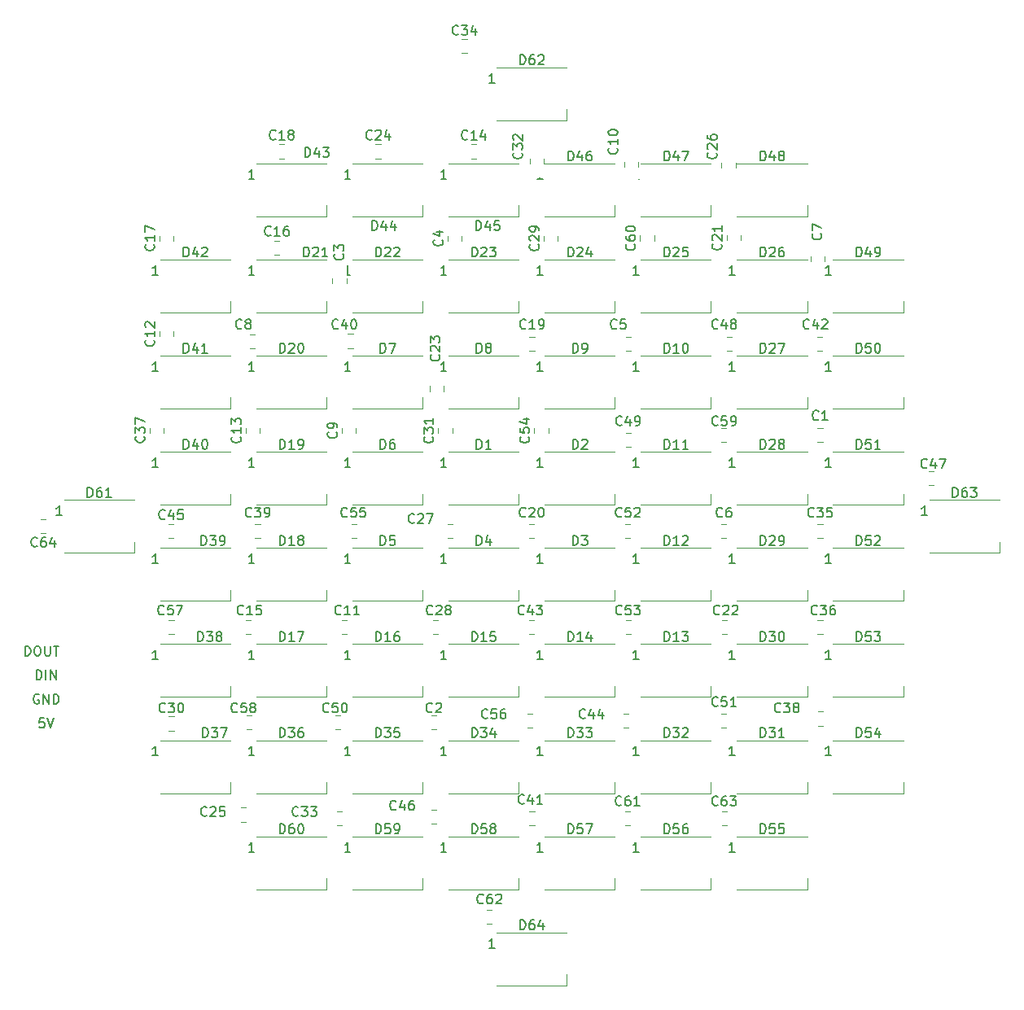
<source format=gto>
G04 #@! TF.GenerationSoftware,KiCad,Pcbnew,5.1.5+dfsg1-2build2*
G04 #@! TF.CreationDate,2021-10-24T20:04:42+02:00*
G04 #@! TF.ProjectId,amepl_led,616d6570-6c5f-46c6-9564-2e6b69636164,rev?*
G04 #@! TF.SameCoordinates,Original*
G04 #@! TF.FileFunction,Legend,Top*
G04 #@! TF.FilePolarity,Positive*
%FSLAX46Y46*%
G04 Gerber Fmt 4.6, Leading zero omitted, Abs format (unit mm)*
G04 Created by KiCad (PCBNEW 5.1.5+dfsg1-2build2) date 2021-10-24 20:04:42*
%MOMM*%
%LPD*%
G04 APERTURE LIST*
%ADD10C,0.150000*%
%ADD11C,0.120000*%
%ADD12O,1.802000X1.802000*%
%ADD13R,1.802000X1.802000*%
%ADD14O,2.052000X1.802000*%
%ADD15C,0.100000*%
%ADD16R,1.602000X1.102000*%
G04 APERTURE END LIST*
D10*
X98738095Y-167500000D02*
X98642857Y-167452380D01*
X98500000Y-167452380D01*
X98357142Y-167500000D01*
X98261904Y-167595238D01*
X98214285Y-167690476D01*
X98166666Y-167880952D01*
X98166666Y-168023809D01*
X98214285Y-168214285D01*
X98261904Y-168309523D01*
X98357142Y-168404761D01*
X98500000Y-168452380D01*
X98595238Y-168452380D01*
X98738095Y-168404761D01*
X98785714Y-168357142D01*
X98785714Y-168023809D01*
X98595238Y-168023809D01*
X99214285Y-168452380D02*
X99214285Y-167452380D01*
X99785714Y-168452380D01*
X99785714Y-167452380D01*
X100261904Y-168452380D02*
X100261904Y-167452380D01*
X100500000Y-167452380D01*
X100642857Y-167500000D01*
X100738095Y-167595238D01*
X100785714Y-167690476D01*
X100833333Y-167880952D01*
X100833333Y-168023809D01*
X100785714Y-168214285D01*
X100738095Y-168309523D01*
X100642857Y-168404761D01*
X100500000Y-168452380D01*
X100261904Y-168452380D01*
X98476190Y-165952380D02*
X98476190Y-164952380D01*
X98714285Y-164952380D01*
X98857142Y-165000000D01*
X98952380Y-165095238D01*
X99000000Y-165190476D01*
X99047619Y-165380952D01*
X99047619Y-165523809D01*
X99000000Y-165714285D01*
X98952380Y-165809523D01*
X98857142Y-165904761D01*
X98714285Y-165952380D01*
X98476190Y-165952380D01*
X99476190Y-165952380D02*
X99476190Y-164952380D01*
X99952380Y-165952380D02*
X99952380Y-164952380D01*
X100523809Y-165952380D01*
X100523809Y-164952380D01*
X97309523Y-163452380D02*
X97309523Y-162452380D01*
X97547619Y-162452380D01*
X97690476Y-162500000D01*
X97785714Y-162595238D01*
X97833333Y-162690476D01*
X97880952Y-162880952D01*
X97880952Y-163023809D01*
X97833333Y-163214285D01*
X97785714Y-163309523D01*
X97690476Y-163404761D01*
X97547619Y-163452380D01*
X97309523Y-163452380D01*
X98500000Y-162452380D02*
X98690476Y-162452380D01*
X98785714Y-162500000D01*
X98880952Y-162595238D01*
X98928571Y-162785714D01*
X98928571Y-163119047D01*
X98880952Y-163309523D01*
X98785714Y-163404761D01*
X98690476Y-163452380D01*
X98500000Y-163452380D01*
X98404761Y-163404761D01*
X98309523Y-163309523D01*
X98261904Y-163119047D01*
X98261904Y-162785714D01*
X98309523Y-162595238D01*
X98404761Y-162500000D01*
X98500000Y-162452380D01*
X99357142Y-162452380D02*
X99357142Y-163261904D01*
X99404761Y-163357142D01*
X99452380Y-163404761D01*
X99547619Y-163452380D01*
X99738095Y-163452380D01*
X99833333Y-163404761D01*
X99880952Y-163357142D01*
X99928571Y-163261904D01*
X99928571Y-162452380D01*
X100261904Y-162452380D02*
X100833333Y-162452380D01*
X100547619Y-163452380D02*
X100547619Y-162452380D01*
X99309523Y-169952380D02*
X98833333Y-169952380D01*
X98785714Y-170428571D01*
X98833333Y-170380952D01*
X98928571Y-170333333D01*
X99166666Y-170333333D01*
X99261904Y-170380952D01*
X99309523Y-170428571D01*
X99357142Y-170523809D01*
X99357142Y-170761904D01*
X99309523Y-170857142D01*
X99261904Y-170904761D01*
X99166666Y-170952380D01*
X98928571Y-170952380D01*
X98833333Y-170904761D01*
X98785714Y-170857142D01*
X99642857Y-169952380D02*
X99976190Y-170952380D01*
X100309523Y-169952380D01*
D11*
X99461252Y-149265000D02*
X98938748Y-149265000D01*
X99461252Y-150735000D02*
X98938748Y-150735000D01*
X170298752Y-179665000D02*
X169776248Y-179665000D01*
X170298752Y-181135000D02*
X169776248Y-181135000D01*
X145861252Y-189865000D02*
X145338748Y-189865000D01*
X145861252Y-191335000D02*
X145338748Y-191335000D01*
X160261252Y-179665000D02*
X159738748Y-179665000D01*
X160261252Y-181135000D02*
X159738748Y-181135000D01*
X162735000Y-120261252D02*
X162735000Y-119738748D01*
X161265000Y-120261252D02*
X161265000Y-119738748D01*
X170261252Y-139740000D02*
X169738748Y-139740000D01*
X170261252Y-141210000D02*
X169738748Y-141210000D01*
X120861252Y-169665000D02*
X120338748Y-169665000D01*
X120861252Y-171135000D02*
X120338748Y-171135000D01*
X112786252Y-159765000D02*
X112263748Y-159765000D01*
X112786252Y-161235000D02*
X112263748Y-161235000D01*
X150086252Y-169465000D02*
X149563748Y-169465000D01*
X150086252Y-170935000D02*
X149563748Y-170935000D01*
X131761252Y-149765000D02*
X131238748Y-149765000D01*
X131761252Y-151235000D02*
X131238748Y-151235000D01*
X151735000Y-140286252D02*
X151735000Y-139763748D01*
X150265000Y-140286252D02*
X150265000Y-139763748D01*
X160286252Y-159765000D02*
X159763748Y-159765000D01*
X160286252Y-161235000D02*
X159763748Y-161235000D01*
X160261252Y-149765000D02*
X159738748Y-149765000D01*
X160261252Y-151235000D02*
X159738748Y-151235000D01*
X170261252Y-169465000D02*
X169738748Y-169465000D01*
X170261252Y-170935000D02*
X169738748Y-170935000D01*
X130086252Y-169665000D02*
X129563748Y-169665000D01*
X130086252Y-171135000D02*
X129563748Y-171135000D01*
X160286252Y-140265000D02*
X159763748Y-140265000D01*
X160286252Y-141735000D02*
X159763748Y-141735000D01*
X170786252Y-130265000D02*
X170263748Y-130265000D01*
X170786252Y-131735000D02*
X170263748Y-131735000D01*
X191786252Y-144265000D02*
X191263748Y-144265000D01*
X191786252Y-145735000D02*
X191263748Y-145735000D01*
X140086252Y-179465000D02*
X139563748Y-179465000D01*
X140086252Y-180935000D02*
X139563748Y-180935000D01*
X112238748Y-151235000D02*
X112761252Y-151235000D01*
X112238748Y-149765000D02*
X112761252Y-149765000D01*
X160036252Y-169465000D02*
X159513748Y-169465000D01*
X160036252Y-170935000D02*
X159513748Y-170935000D01*
X150261252Y-159765000D02*
X149738748Y-159765000D01*
X150261252Y-161235000D02*
X149738748Y-161235000D01*
X180236252Y-130265000D02*
X179713748Y-130265000D01*
X180236252Y-131735000D02*
X179713748Y-131735000D01*
X150286252Y-179665000D02*
X149763748Y-179665000D01*
X150286252Y-181135000D02*
X149763748Y-181135000D01*
X131411399Y-129979135D02*
X130888895Y-129979135D01*
X131411399Y-131449135D02*
X130888895Y-131449135D01*
X121761252Y-149765000D02*
X121238748Y-149765000D01*
X121761252Y-151235000D02*
X121238748Y-151235000D01*
X180286252Y-169265000D02*
X179763748Y-169265000D01*
X180286252Y-170735000D02*
X179763748Y-170735000D01*
X111735000Y-140261252D02*
X111735000Y-139738748D01*
X110265000Y-140261252D02*
X110265000Y-139738748D01*
X180261252Y-159765000D02*
X179738748Y-159765000D01*
X180261252Y-161235000D02*
X179738748Y-161235000D01*
X180261252Y-149765000D02*
X179738748Y-149765000D01*
X180261252Y-151235000D02*
X179738748Y-151235000D01*
X143261252Y-99265000D02*
X142738748Y-99265000D01*
X143261252Y-100735000D02*
X142738748Y-100735000D01*
X130286252Y-179665000D02*
X129763748Y-179665000D01*
X130286252Y-181135000D02*
X129763748Y-181135000D01*
X151283609Y-112261663D02*
X151283609Y-111739159D01*
X149813609Y-112261663D02*
X149813609Y-111739159D01*
X141735000Y-140286252D02*
X141735000Y-139763748D01*
X140265000Y-140286252D02*
X140265000Y-139763748D01*
X112786252Y-169765000D02*
X112263748Y-169765000D01*
X112786252Y-171235000D02*
X112263748Y-171235000D01*
X152735000Y-120286252D02*
X152735000Y-119763748D01*
X151265000Y-120286252D02*
X151265000Y-119763748D01*
X140286252Y-159765000D02*
X139763748Y-159765000D01*
X140286252Y-161235000D02*
X139763748Y-161235000D01*
X141786252Y-149765000D02*
X141263748Y-149765000D01*
X141786252Y-151235000D02*
X141263748Y-151235000D01*
X171221201Y-112672692D02*
X171221201Y-112150188D01*
X169751201Y-112672692D02*
X169751201Y-112150188D01*
X120286252Y-179265000D02*
X119763748Y-179265000D01*
X120286252Y-180735000D02*
X119763748Y-180735000D01*
X133763748Y-111735000D02*
X134286252Y-111735000D01*
X133763748Y-110265000D02*
X134286252Y-110265000D01*
X139408451Y-135401016D02*
X139408451Y-135923520D01*
X140878451Y-135401016D02*
X140878451Y-135923520D01*
X170286252Y-159765000D02*
X169763748Y-159765000D01*
X170286252Y-161235000D02*
X169763748Y-161235000D01*
X171735000Y-120236252D02*
X171735000Y-119713748D01*
X170265000Y-120236252D02*
X170265000Y-119713748D01*
X150261252Y-149765000D02*
X149738748Y-149765000D01*
X150261252Y-151235000D02*
X149738748Y-151235000D01*
X150286252Y-130265000D02*
X149763748Y-130265000D01*
X150286252Y-131735000D02*
X149763748Y-131735000D01*
X123738748Y-111735000D02*
X124261252Y-111735000D01*
X123738748Y-110265000D02*
X124261252Y-110265000D01*
X112735000Y-120286252D02*
X112735000Y-119763748D01*
X111265000Y-120286252D02*
X111265000Y-119763748D01*
X123238748Y-121735000D02*
X123761252Y-121735000D01*
X123238748Y-120265000D02*
X123761252Y-120265000D01*
X120786252Y-159765000D02*
X120263748Y-159765000D01*
X120786252Y-161235000D02*
X120263748Y-161235000D01*
X143713748Y-111735000D02*
X144236252Y-111735000D01*
X143713748Y-110265000D02*
X144236252Y-110265000D01*
X121735000Y-140286252D02*
X121735000Y-139763748D01*
X120265000Y-140286252D02*
X120265000Y-139763748D01*
X112735000Y-130236252D02*
X112735000Y-129713748D01*
X111265000Y-130236252D02*
X111265000Y-129713748D01*
X130761252Y-159765000D02*
X130238748Y-159765000D01*
X130761252Y-161235000D02*
X130238748Y-161235000D01*
X161080511Y-112630378D02*
X161080511Y-112107874D01*
X159610511Y-112630378D02*
X159610511Y-112107874D01*
X131735000Y-140286252D02*
X131735000Y-139763748D01*
X130265000Y-140286252D02*
X130265000Y-139763748D01*
X121199077Y-130036152D02*
X120676573Y-130036152D01*
X121199077Y-131506152D02*
X120676573Y-131506152D01*
X180453513Y-122444397D02*
X180453513Y-121921893D01*
X178983513Y-122444397D02*
X178983513Y-121921893D01*
X170261252Y-149765000D02*
X169738748Y-149765000D01*
X170261252Y-151235000D02*
X169738748Y-151235000D01*
X160286252Y-130265000D02*
X159763748Y-130265000D01*
X160286252Y-131735000D02*
X159763748Y-131735000D01*
X142735000Y-120286252D02*
X142735000Y-119763748D01*
X141265000Y-120286252D02*
X141265000Y-119763748D01*
X129265000Y-124213748D02*
X129265000Y-124736252D01*
X130735000Y-124213748D02*
X130735000Y-124736252D01*
X140086252Y-169665000D02*
X139563748Y-169665000D01*
X140086252Y-171135000D02*
X139563748Y-171135000D01*
X180261252Y-139765000D02*
X179738748Y-139765000D01*
X180261252Y-141235000D02*
X179738748Y-141235000D01*
X153650000Y-197750000D02*
X153650000Y-196600000D01*
X146350000Y-197750000D02*
X153650000Y-197750000D01*
X146350000Y-192250000D02*
X153650000Y-192250000D01*
X198650000Y-152750000D02*
X198650000Y-151600000D01*
X191350000Y-152750000D02*
X198650000Y-152750000D01*
X191350000Y-147250000D02*
X198650000Y-147250000D01*
X153650000Y-107750000D02*
X153650000Y-106600000D01*
X146350000Y-107750000D02*
X153650000Y-107750000D01*
X146350000Y-102250000D02*
X153650000Y-102250000D01*
X108650000Y-152750000D02*
X108650000Y-151600000D01*
X101350000Y-152750000D02*
X108650000Y-152750000D01*
X101350000Y-147250000D02*
X108650000Y-147250000D01*
X128650000Y-187750000D02*
X128650000Y-186600000D01*
X121350000Y-187750000D02*
X128650000Y-187750000D01*
X121350000Y-182250000D02*
X128650000Y-182250000D01*
X138650000Y-187750000D02*
X138650000Y-186600000D01*
X131350000Y-187750000D02*
X138650000Y-187750000D01*
X131350000Y-182250000D02*
X138650000Y-182250000D01*
X148650000Y-187750000D02*
X148650000Y-186600000D01*
X141350000Y-187750000D02*
X148650000Y-187750000D01*
X141350000Y-182250000D02*
X148650000Y-182250000D01*
X158650000Y-187750000D02*
X158650000Y-186600000D01*
X151350000Y-187750000D02*
X158650000Y-187750000D01*
X151350000Y-182250000D02*
X158650000Y-182250000D01*
X168650000Y-187750000D02*
X168650000Y-186600000D01*
X161350000Y-187750000D02*
X168650000Y-187750000D01*
X161350000Y-182250000D02*
X168650000Y-182250000D01*
X178650000Y-187750000D02*
X178650000Y-186600000D01*
X171350000Y-187750000D02*
X178650000Y-187750000D01*
X171350000Y-182250000D02*
X178650000Y-182250000D01*
X188650000Y-177750000D02*
X188650000Y-176600000D01*
X181350000Y-177750000D02*
X188650000Y-177750000D01*
X181350000Y-172250000D02*
X188650000Y-172250000D01*
X188650000Y-167750000D02*
X188650000Y-166600000D01*
X181350000Y-167750000D02*
X188650000Y-167750000D01*
X181350000Y-162250000D02*
X188650000Y-162250000D01*
X188650000Y-157750000D02*
X188650000Y-156600000D01*
X181350000Y-157750000D02*
X188650000Y-157750000D01*
X181350000Y-152250000D02*
X188650000Y-152250000D01*
X188650000Y-147750000D02*
X188650000Y-146600000D01*
X181350000Y-147750000D02*
X188650000Y-147750000D01*
X181350000Y-142250000D02*
X188650000Y-142250000D01*
X188650000Y-137750000D02*
X188650000Y-136600000D01*
X181350000Y-137750000D02*
X188650000Y-137750000D01*
X181350000Y-132250000D02*
X188650000Y-132250000D01*
X188650000Y-127750000D02*
X188650000Y-126600000D01*
X181350000Y-127750000D02*
X188650000Y-127750000D01*
X181350000Y-122250000D02*
X188650000Y-122250000D01*
X178650000Y-117750000D02*
X178650000Y-116600000D01*
X171350000Y-117750000D02*
X178650000Y-117750000D01*
X171350000Y-112250000D02*
X178650000Y-112250000D01*
X168650000Y-117750000D02*
X168650000Y-116600000D01*
X161350000Y-117750000D02*
X168650000Y-117750000D01*
X161350000Y-112250000D02*
X168650000Y-112250000D01*
X158650000Y-117750000D02*
X158650000Y-116600000D01*
X151350000Y-117750000D02*
X158650000Y-117750000D01*
X151350000Y-112250000D02*
X158650000Y-112250000D01*
X148650000Y-117750000D02*
X148650000Y-116600000D01*
X141350000Y-117750000D02*
X148650000Y-117750000D01*
X141350000Y-112250000D02*
X148650000Y-112250000D01*
X138650000Y-117750000D02*
X138650000Y-116600000D01*
X131350000Y-117750000D02*
X138650000Y-117750000D01*
X131350000Y-112250000D02*
X138650000Y-112250000D01*
X128650000Y-117750000D02*
X128650000Y-116600000D01*
X121350000Y-117750000D02*
X128650000Y-117750000D01*
X121350000Y-112250000D02*
X128650000Y-112250000D01*
X118650000Y-127750000D02*
X118650000Y-126600000D01*
X111350000Y-127750000D02*
X118650000Y-127750000D01*
X111350000Y-122250000D02*
X118650000Y-122250000D01*
X118650000Y-137750000D02*
X118650000Y-136600000D01*
X111350000Y-137750000D02*
X118650000Y-137750000D01*
X111350000Y-132250000D02*
X118650000Y-132250000D01*
X118650000Y-147750000D02*
X118650000Y-146600000D01*
X111350000Y-147750000D02*
X118650000Y-147750000D01*
X111350000Y-142250000D02*
X118650000Y-142250000D01*
X118650000Y-157750000D02*
X118650000Y-156600000D01*
X111350000Y-157750000D02*
X118650000Y-157750000D01*
X111350000Y-152250000D02*
X118650000Y-152250000D01*
X118650000Y-167750000D02*
X118650000Y-166600000D01*
X111350000Y-167750000D02*
X118650000Y-167750000D01*
X111350000Y-162250000D02*
X118650000Y-162250000D01*
X118650000Y-177750000D02*
X118650000Y-176600000D01*
X111350000Y-177750000D02*
X118650000Y-177750000D01*
X111350000Y-172250000D02*
X118650000Y-172250000D01*
X128650000Y-177750000D02*
X128650000Y-176600000D01*
X121350000Y-177750000D02*
X128650000Y-177750000D01*
X121350000Y-172250000D02*
X128650000Y-172250000D01*
X138650000Y-177750000D02*
X138650000Y-176600000D01*
X131350000Y-177750000D02*
X138650000Y-177750000D01*
X131350000Y-172250000D02*
X138650000Y-172250000D01*
X148650000Y-177750000D02*
X148650000Y-176600000D01*
X141350000Y-177750000D02*
X148650000Y-177750000D01*
X141350000Y-172250000D02*
X148650000Y-172250000D01*
X158650000Y-177750000D02*
X158650000Y-176600000D01*
X151350000Y-177750000D02*
X158650000Y-177750000D01*
X151350000Y-172250000D02*
X158650000Y-172250000D01*
X168650000Y-177750000D02*
X168650000Y-176600000D01*
X161350000Y-177750000D02*
X168650000Y-177750000D01*
X161350000Y-172250000D02*
X168650000Y-172250000D01*
X178650000Y-177750000D02*
X178650000Y-176600000D01*
X171350000Y-177750000D02*
X178650000Y-177750000D01*
X171350000Y-172250000D02*
X178650000Y-172250000D01*
X178650000Y-167750000D02*
X178650000Y-166600000D01*
X171350000Y-167750000D02*
X178650000Y-167750000D01*
X171350000Y-162250000D02*
X178650000Y-162250000D01*
X178650000Y-157750000D02*
X178650000Y-156600000D01*
X171350000Y-157750000D02*
X178650000Y-157750000D01*
X171350000Y-152250000D02*
X178650000Y-152250000D01*
X178650000Y-147750000D02*
X178650000Y-146600000D01*
X171350000Y-147750000D02*
X178650000Y-147750000D01*
X171350000Y-142250000D02*
X178650000Y-142250000D01*
X178650000Y-137750000D02*
X178650000Y-136600000D01*
X171350000Y-137750000D02*
X178650000Y-137750000D01*
X171350000Y-132250000D02*
X178650000Y-132250000D01*
X178650000Y-127750000D02*
X178650000Y-126600000D01*
X171350000Y-127750000D02*
X178650000Y-127750000D01*
X171350000Y-122250000D02*
X178650000Y-122250000D01*
X168650000Y-127750000D02*
X168650000Y-126600000D01*
X161350000Y-127750000D02*
X168650000Y-127750000D01*
X161350000Y-122250000D02*
X168650000Y-122250000D01*
X158650000Y-127750000D02*
X158650000Y-126600000D01*
X151350000Y-127750000D02*
X158650000Y-127750000D01*
X151350000Y-122250000D02*
X158650000Y-122250000D01*
X148650000Y-127750000D02*
X148650000Y-126600000D01*
X141350000Y-127750000D02*
X148650000Y-127750000D01*
X141350000Y-122250000D02*
X148650000Y-122250000D01*
X138650000Y-127750000D02*
X138650000Y-126600000D01*
X131350000Y-127750000D02*
X138650000Y-127750000D01*
X131350000Y-122250000D02*
X138650000Y-122250000D01*
X128650000Y-127750000D02*
X128650000Y-126600000D01*
X121350000Y-127750000D02*
X128650000Y-127750000D01*
X121350000Y-122250000D02*
X128650000Y-122250000D01*
X128650000Y-137750000D02*
X128650000Y-136600000D01*
X121350000Y-137750000D02*
X128650000Y-137750000D01*
X121350000Y-132250000D02*
X128650000Y-132250000D01*
X128650000Y-147750000D02*
X128650000Y-146600000D01*
X121350000Y-147750000D02*
X128650000Y-147750000D01*
X121350000Y-142250000D02*
X128650000Y-142250000D01*
X128650000Y-157750000D02*
X128650000Y-156600000D01*
X121350000Y-157750000D02*
X128650000Y-157750000D01*
X121350000Y-152250000D02*
X128650000Y-152250000D01*
X128650000Y-167750000D02*
X128650000Y-166600000D01*
X121350000Y-167750000D02*
X128650000Y-167750000D01*
X121350000Y-162250000D02*
X128650000Y-162250000D01*
X138650000Y-167750000D02*
X138650000Y-166600000D01*
X131350000Y-167750000D02*
X138650000Y-167750000D01*
X131350000Y-162250000D02*
X138650000Y-162250000D01*
X148650000Y-167750000D02*
X148650000Y-166600000D01*
X141350000Y-167750000D02*
X148650000Y-167750000D01*
X141350000Y-162250000D02*
X148650000Y-162250000D01*
X158650000Y-167750000D02*
X158650000Y-166600000D01*
X151350000Y-167750000D02*
X158650000Y-167750000D01*
X151350000Y-162250000D02*
X158650000Y-162250000D01*
X168650000Y-167750000D02*
X168650000Y-166600000D01*
X161350000Y-167750000D02*
X168650000Y-167750000D01*
X161350000Y-162250000D02*
X168650000Y-162250000D01*
X168650000Y-157750000D02*
X168650000Y-156600000D01*
X161350000Y-157750000D02*
X168650000Y-157750000D01*
X161350000Y-152250000D02*
X168650000Y-152250000D01*
X168650000Y-147750000D02*
X168650000Y-146600000D01*
X161350000Y-147750000D02*
X168650000Y-147750000D01*
X161350000Y-142250000D02*
X168650000Y-142250000D01*
X168650000Y-137750000D02*
X168650000Y-136600000D01*
X161350000Y-137750000D02*
X168650000Y-137750000D01*
X161350000Y-132250000D02*
X168650000Y-132250000D01*
X158650000Y-137750000D02*
X158650000Y-136600000D01*
X151350000Y-137750000D02*
X158650000Y-137750000D01*
X151350000Y-132250000D02*
X158650000Y-132250000D01*
X148650000Y-137750000D02*
X148650000Y-136600000D01*
X141350000Y-137750000D02*
X148650000Y-137750000D01*
X141350000Y-132250000D02*
X148650000Y-132250000D01*
X138650000Y-137750000D02*
X138650000Y-136600000D01*
X131350000Y-137750000D02*
X138650000Y-137750000D01*
X131350000Y-132250000D02*
X138650000Y-132250000D01*
X138650000Y-147750000D02*
X138650000Y-146600000D01*
X131350000Y-147750000D02*
X138650000Y-147750000D01*
X131350000Y-142250000D02*
X138650000Y-142250000D01*
X138650000Y-157750000D02*
X138650000Y-156600000D01*
X131350000Y-157750000D02*
X138650000Y-157750000D01*
X131350000Y-152250000D02*
X138650000Y-152250000D01*
X148650000Y-157750000D02*
X148650000Y-156600000D01*
X141350000Y-157750000D02*
X148650000Y-157750000D01*
X141350000Y-152250000D02*
X148650000Y-152250000D01*
X158650000Y-157750000D02*
X158650000Y-156600000D01*
X151350000Y-157750000D02*
X158650000Y-157750000D01*
X151350000Y-152250000D02*
X158650000Y-152250000D01*
X158650000Y-147750000D02*
X158650000Y-146600000D01*
X151350000Y-147750000D02*
X158650000Y-147750000D01*
X151350000Y-142250000D02*
X158650000Y-142250000D01*
X148650000Y-147750000D02*
X148650000Y-146600000D01*
X141350000Y-147750000D02*
X148650000Y-147750000D01*
X141350000Y-142250000D02*
X148650000Y-142250000D01*
D10*
X98557142Y-152037142D02*
X98509523Y-152084761D01*
X98366666Y-152132380D01*
X98271428Y-152132380D01*
X98128571Y-152084761D01*
X98033333Y-151989523D01*
X97985714Y-151894285D01*
X97938095Y-151703809D01*
X97938095Y-151560952D01*
X97985714Y-151370476D01*
X98033333Y-151275238D01*
X98128571Y-151180000D01*
X98271428Y-151132380D01*
X98366666Y-151132380D01*
X98509523Y-151180000D01*
X98557142Y-151227619D01*
X99414285Y-151132380D02*
X99223809Y-151132380D01*
X99128571Y-151180000D01*
X99080952Y-151227619D01*
X98985714Y-151370476D01*
X98938095Y-151560952D01*
X98938095Y-151941904D01*
X98985714Y-152037142D01*
X99033333Y-152084761D01*
X99128571Y-152132380D01*
X99319047Y-152132380D01*
X99414285Y-152084761D01*
X99461904Y-152037142D01*
X99509523Y-151941904D01*
X99509523Y-151703809D01*
X99461904Y-151608571D01*
X99414285Y-151560952D01*
X99319047Y-151513333D01*
X99128571Y-151513333D01*
X99033333Y-151560952D01*
X98985714Y-151608571D01*
X98938095Y-151703809D01*
X100366666Y-151465714D02*
X100366666Y-152132380D01*
X100128571Y-151084761D02*
X99890476Y-151799047D01*
X100509523Y-151799047D01*
X169357142Y-178957142D02*
X169309523Y-179004761D01*
X169166666Y-179052380D01*
X169071428Y-179052380D01*
X168928571Y-179004761D01*
X168833333Y-178909523D01*
X168785714Y-178814285D01*
X168738095Y-178623809D01*
X168738095Y-178480952D01*
X168785714Y-178290476D01*
X168833333Y-178195238D01*
X168928571Y-178100000D01*
X169071428Y-178052380D01*
X169166666Y-178052380D01*
X169309523Y-178100000D01*
X169357142Y-178147619D01*
X170214285Y-178052380D02*
X170023809Y-178052380D01*
X169928571Y-178100000D01*
X169880952Y-178147619D01*
X169785714Y-178290476D01*
X169738095Y-178480952D01*
X169738095Y-178861904D01*
X169785714Y-178957142D01*
X169833333Y-179004761D01*
X169928571Y-179052380D01*
X170119047Y-179052380D01*
X170214285Y-179004761D01*
X170261904Y-178957142D01*
X170309523Y-178861904D01*
X170309523Y-178623809D01*
X170261904Y-178528571D01*
X170214285Y-178480952D01*
X170119047Y-178433333D01*
X169928571Y-178433333D01*
X169833333Y-178480952D01*
X169785714Y-178528571D01*
X169738095Y-178623809D01*
X170642857Y-178052380D02*
X171261904Y-178052380D01*
X170928571Y-178433333D01*
X171071428Y-178433333D01*
X171166666Y-178480952D01*
X171214285Y-178528571D01*
X171261904Y-178623809D01*
X171261904Y-178861904D01*
X171214285Y-178957142D01*
X171166666Y-179004761D01*
X171071428Y-179052380D01*
X170785714Y-179052380D01*
X170690476Y-179004761D01*
X170642857Y-178957142D01*
X144957142Y-189157142D02*
X144909523Y-189204761D01*
X144766666Y-189252380D01*
X144671428Y-189252380D01*
X144528571Y-189204761D01*
X144433333Y-189109523D01*
X144385714Y-189014285D01*
X144338095Y-188823809D01*
X144338095Y-188680952D01*
X144385714Y-188490476D01*
X144433333Y-188395238D01*
X144528571Y-188300000D01*
X144671428Y-188252380D01*
X144766666Y-188252380D01*
X144909523Y-188300000D01*
X144957142Y-188347619D01*
X145814285Y-188252380D02*
X145623809Y-188252380D01*
X145528571Y-188300000D01*
X145480952Y-188347619D01*
X145385714Y-188490476D01*
X145338095Y-188680952D01*
X145338095Y-189061904D01*
X145385714Y-189157142D01*
X145433333Y-189204761D01*
X145528571Y-189252380D01*
X145719047Y-189252380D01*
X145814285Y-189204761D01*
X145861904Y-189157142D01*
X145909523Y-189061904D01*
X145909523Y-188823809D01*
X145861904Y-188728571D01*
X145814285Y-188680952D01*
X145719047Y-188633333D01*
X145528571Y-188633333D01*
X145433333Y-188680952D01*
X145385714Y-188728571D01*
X145338095Y-188823809D01*
X146290476Y-188347619D02*
X146338095Y-188300000D01*
X146433333Y-188252380D01*
X146671428Y-188252380D01*
X146766666Y-188300000D01*
X146814285Y-188347619D01*
X146861904Y-188442857D01*
X146861904Y-188538095D01*
X146814285Y-188680952D01*
X146242857Y-189252380D01*
X146861904Y-189252380D01*
X159319642Y-178957142D02*
X159272023Y-179004761D01*
X159129166Y-179052380D01*
X159033928Y-179052380D01*
X158891071Y-179004761D01*
X158795833Y-178909523D01*
X158748214Y-178814285D01*
X158700595Y-178623809D01*
X158700595Y-178480952D01*
X158748214Y-178290476D01*
X158795833Y-178195238D01*
X158891071Y-178100000D01*
X159033928Y-178052380D01*
X159129166Y-178052380D01*
X159272023Y-178100000D01*
X159319642Y-178147619D01*
X160176785Y-178052380D02*
X159986309Y-178052380D01*
X159891071Y-178100000D01*
X159843452Y-178147619D01*
X159748214Y-178290476D01*
X159700595Y-178480952D01*
X159700595Y-178861904D01*
X159748214Y-178957142D01*
X159795833Y-179004761D01*
X159891071Y-179052380D01*
X160081547Y-179052380D01*
X160176785Y-179004761D01*
X160224404Y-178957142D01*
X160272023Y-178861904D01*
X160272023Y-178623809D01*
X160224404Y-178528571D01*
X160176785Y-178480952D01*
X160081547Y-178433333D01*
X159891071Y-178433333D01*
X159795833Y-178480952D01*
X159748214Y-178528571D01*
X159700595Y-178623809D01*
X161224404Y-179052380D02*
X160652976Y-179052380D01*
X160938690Y-179052380D02*
X160938690Y-178052380D01*
X160843452Y-178195238D01*
X160748214Y-178290476D01*
X160652976Y-178338095D01*
X160677142Y-120642857D02*
X160724761Y-120690476D01*
X160772380Y-120833333D01*
X160772380Y-120928571D01*
X160724761Y-121071428D01*
X160629523Y-121166666D01*
X160534285Y-121214285D01*
X160343809Y-121261904D01*
X160200952Y-121261904D01*
X160010476Y-121214285D01*
X159915238Y-121166666D01*
X159820000Y-121071428D01*
X159772380Y-120928571D01*
X159772380Y-120833333D01*
X159820000Y-120690476D01*
X159867619Y-120642857D01*
X159772380Y-119785714D02*
X159772380Y-119976190D01*
X159820000Y-120071428D01*
X159867619Y-120119047D01*
X160010476Y-120214285D01*
X160200952Y-120261904D01*
X160581904Y-120261904D01*
X160677142Y-120214285D01*
X160724761Y-120166666D01*
X160772380Y-120071428D01*
X160772380Y-119880952D01*
X160724761Y-119785714D01*
X160677142Y-119738095D01*
X160581904Y-119690476D01*
X160343809Y-119690476D01*
X160248571Y-119738095D01*
X160200952Y-119785714D01*
X160153333Y-119880952D01*
X160153333Y-120071428D01*
X160200952Y-120166666D01*
X160248571Y-120214285D01*
X160343809Y-120261904D01*
X159772380Y-119071428D02*
X159772380Y-118976190D01*
X159820000Y-118880952D01*
X159867619Y-118833333D01*
X159962857Y-118785714D01*
X160153333Y-118738095D01*
X160391428Y-118738095D01*
X160581904Y-118785714D01*
X160677142Y-118833333D01*
X160724761Y-118880952D01*
X160772380Y-118976190D01*
X160772380Y-119071428D01*
X160724761Y-119166666D01*
X160677142Y-119214285D01*
X160581904Y-119261904D01*
X160391428Y-119309523D01*
X160153333Y-119309523D01*
X159962857Y-119261904D01*
X159867619Y-119214285D01*
X159820000Y-119166666D01*
X159772380Y-119071428D01*
X169357142Y-139422142D02*
X169309523Y-139469761D01*
X169166666Y-139517380D01*
X169071428Y-139517380D01*
X168928571Y-139469761D01*
X168833333Y-139374523D01*
X168785714Y-139279285D01*
X168738095Y-139088809D01*
X168738095Y-138945952D01*
X168785714Y-138755476D01*
X168833333Y-138660238D01*
X168928571Y-138565000D01*
X169071428Y-138517380D01*
X169166666Y-138517380D01*
X169309523Y-138565000D01*
X169357142Y-138612619D01*
X170261904Y-138517380D02*
X169785714Y-138517380D01*
X169738095Y-138993571D01*
X169785714Y-138945952D01*
X169880952Y-138898333D01*
X170119047Y-138898333D01*
X170214285Y-138945952D01*
X170261904Y-138993571D01*
X170309523Y-139088809D01*
X170309523Y-139326904D01*
X170261904Y-139422142D01*
X170214285Y-139469761D01*
X170119047Y-139517380D01*
X169880952Y-139517380D01*
X169785714Y-139469761D01*
X169738095Y-139422142D01*
X170785714Y-139517380D02*
X170976190Y-139517380D01*
X171071428Y-139469761D01*
X171119047Y-139422142D01*
X171214285Y-139279285D01*
X171261904Y-139088809D01*
X171261904Y-138707857D01*
X171214285Y-138612619D01*
X171166666Y-138565000D01*
X171071428Y-138517380D01*
X170880952Y-138517380D01*
X170785714Y-138565000D01*
X170738095Y-138612619D01*
X170690476Y-138707857D01*
X170690476Y-138945952D01*
X170738095Y-139041190D01*
X170785714Y-139088809D01*
X170880952Y-139136428D01*
X171071428Y-139136428D01*
X171166666Y-139088809D01*
X171214285Y-139041190D01*
X171261904Y-138945952D01*
X119372142Y-169267142D02*
X119324523Y-169314761D01*
X119181666Y-169362380D01*
X119086428Y-169362380D01*
X118943571Y-169314761D01*
X118848333Y-169219523D01*
X118800714Y-169124285D01*
X118753095Y-168933809D01*
X118753095Y-168790952D01*
X118800714Y-168600476D01*
X118848333Y-168505238D01*
X118943571Y-168410000D01*
X119086428Y-168362380D01*
X119181666Y-168362380D01*
X119324523Y-168410000D01*
X119372142Y-168457619D01*
X120276904Y-168362380D02*
X119800714Y-168362380D01*
X119753095Y-168838571D01*
X119800714Y-168790952D01*
X119895952Y-168743333D01*
X120134047Y-168743333D01*
X120229285Y-168790952D01*
X120276904Y-168838571D01*
X120324523Y-168933809D01*
X120324523Y-169171904D01*
X120276904Y-169267142D01*
X120229285Y-169314761D01*
X120134047Y-169362380D01*
X119895952Y-169362380D01*
X119800714Y-169314761D01*
X119753095Y-169267142D01*
X120895952Y-168790952D02*
X120800714Y-168743333D01*
X120753095Y-168695714D01*
X120705476Y-168600476D01*
X120705476Y-168552857D01*
X120753095Y-168457619D01*
X120800714Y-168410000D01*
X120895952Y-168362380D01*
X121086428Y-168362380D01*
X121181666Y-168410000D01*
X121229285Y-168457619D01*
X121276904Y-168552857D01*
X121276904Y-168600476D01*
X121229285Y-168695714D01*
X121181666Y-168743333D01*
X121086428Y-168790952D01*
X120895952Y-168790952D01*
X120800714Y-168838571D01*
X120753095Y-168886190D01*
X120705476Y-168981428D01*
X120705476Y-169171904D01*
X120753095Y-169267142D01*
X120800714Y-169314761D01*
X120895952Y-169362380D01*
X121086428Y-169362380D01*
X121181666Y-169314761D01*
X121229285Y-169267142D01*
X121276904Y-169171904D01*
X121276904Y-168981428D01*
X121229285Y-168886190D01*
X121181666Y-168838571D01*
X121086428Y-168790952D01*
X111752142Y-159107142D02*
X111704523Y-159154761D01*
X111561666Y-159202380D01*
X111466428Y-159202380D01*
X111323571Y-159154761D01*
X111228333Y-159059523D01*
X111180714Y-158964285D01*
X111133095Y-158773809D01*
X111133095Y-158630952D01*
X111180714Y-158440476D01*
X111228333Y-158345238D01*
X111323571Y-158250000D01*
X111466428Y-158202380D01*
X111561666Y-158202380D01*
X111704523Y-158250000D01*
X111752142Y-158297619D01*
X112656904Y-158202380D02*
X112180714Y-158202380D01*
X112133095Y-158678571D01*
X112180714Y-158630952D01*
X112275952Y-158583333D01*
X112514047Y-158583333D01*
X112609285Y-158630952D01*
X112656904Y-158678571D01*
X112704523Y-158773809D01*
X112704523Y-159011904D01*
X112656904Y-159107142D01*
X112609285Y-159154761D01*
X112514047Y-159202380D01*
X112275952Y-159202380D01*
X112180714Y-159154761D01*
X112133095Y-159107142D01*
X113037857Y-158202380D02*
X113704523Y-158202380D01*
X113275952Y-159202380D01*
X145407142Y-169902142D02*
X145359523Y-169949761D01*
X145216666Y-169997380D01*
X145121428Y-169997380D01*
X144978571Y-169949761D01*
X144883333Y-169854523D01*
X144835714Y-169759285D01*
X144788095Y-169568809D01*
X144788095Y-169425952D01*
X144835714Y-169235476D01*
X144883333Y-169140238D01*
X144978571Y-169045000D01*
X145121428Y-168997380D01*
X145216666Y-168997380D01*
X145359523Y-169045000D01*
X145407142Y-169092619D01*
X146311904Y-168997380D02*
X145835714Y-168997380D01*
X145788095Y-169473571D01*
X145835714Y-169425952D01*
X145930952Y-169378333D01*
X146169047Y-169378333D01*
X146264285Y-169425952D01*
X146311904Y-169473571D01*
X146359523Y-169568809D01*
X146359523Y-169806904D01*
X146311904Y-169902142D01*
X146264285Y-169949761D01*
X146169047Y-169997380D01*
X145930952Y-169997380D01*
X145835714Y-169949761D01*
X145788095Y-169902142D01*
X147216666Y-168997380D02*
X147026190Y-168997380D01*
X146930952Y-169045000D01*
X146883333Y-169092619D01*
X146788095Y-169235476D01*
X146740476Y-169425952D01*
X146740476Y-169806904D01*
X146788095Y-169902142D01*
X146835714Y-169949761D01*
X146930952Y-169997380D01*
X147121428Y-169997380D01*
X147216666Y-169949761D01*
X147264285Y-169902142D01*
X147311904Y-169806904D01*
X147311904Y-169568809D01*
X147264285Y-169473571D01*
X147216666Y-169425952D01*
X147121428Y-169378333D01*
X146930952Y-169378333D01*
X146835714Y-169425952D01*
X146788095Y-169473571D01*
X146740476Y-169568809D01*
X130802142Y-148947142D02*
X130754523Y-148994761D01*
X130611666Y-149042380D01*
X130516428Y-149042380D01*
X130373571Y-148994761D01*
X130278333Y-148899523D01*
X130230714Y-148804285D01*
X130183095Y-148613809D01*
X130183095Y-148470952D01*
X130230714Y-148280476D01*
X130278333Y-148185238D01*
X130373571Y-148090000D01*
X130516428Y-148042380D01*
X130611666Y-148042380D01*
X130754523Y-148090000D01*
X130802142Y-148137619D01*
X131706904Y-148042380D02*
X131230714Y-148042380D01*
X131183095Y-148518571D01*
X131230714Y-148470952D01*
X131325952Y-148423333D01*
X131564047Y-148423333D01*
X131659285Y-148470952D01*
X131706904Y-148518571D01*
X131754523Y-148613809D01*
X131754523Y-148851904D01*
X131706904Y-148947142D01*
X131659285Y-148994761D01*
X131564047Y-149042380D01*
X131325952Y-149042380D01*
X131230714Y-148994761D01*
X131183095Y-148947142D01*
X132659285Y-148042380D02*
X132183095Y-148042380D01*
X132135476Y-148518571D01*
X132183095Y-148470952D01*
X132278333Y-148423333D01*
X132516428Y-148423333D01*
X132611666Y-148470952D01*
X132659285Y-148518571D01*
X132706904Y-148613809D01*
X132706904Y-148851904D01*
X132659285Y-148947142D01*
X132611666Y-148994761D01*
X132516428Y-149042380D01*
X132278333Y-149042380D01*
X132183095Y-148994761D01*
X132135476Y-148947142D01*
X149677142Y-140667857D02*
X149724761Y-140715476D01*
X149772380Y-140858333D01*
X149772380Y-140953571D01*
X149724761Y-141096428D01*
X149629523Y-141191666D01*
X149534285Y-141239285D01*
X149343809Y-141286904D01*
X149200952Y-141286904D01*
X149010476Y-141239285D01*
X148915238Y-141191666D01*
X148820000Y-141096428D01*
X148772380Y-140953571D01*
X148772380Y-140858333D01*
X148820000Y-140715476D01*
X148867619Y-140667857D01*
X148772380Y-139763095D02*
X148772380Y-140239285D01*
X149248571Y-140286904D01*
X149200952Y-140239285D01*
X149153333Y-140144047D01*
X149153333Y-139905952D01*
X149200952Y-139810714D01*
X149248571Y-139763095D01*
X149343809Y-139715476D01*
X149581904Y-139715476D01*
X149677142Y-139763095D01*
X149724761Y-139810714D01*
X149772380Y-139905952D01*
X149772380Y-140144047D01*
X149724761Y-140239285D01*
X149677142Y-140286904D01*
X149105714Y-138858333D02*
X149772380Y-138858333D01*
X148724761Y-139096428D02*
X149439047Y-139334523D01*
X149439047Y-138715476D01*
X159377142Y-159107142D02*
X159329523Y-159154761D01*
X159186666Y-159202380D01*
X159091428Y-159202380D01*
X158948571Y-159154761D01*
X158853333Y-159059523D01*
X158805714Y-158964285D01*
X158758095Y-158773809D01*
X158758095Y-158630952D01*
X158805714Y-158440476D01*
X158853333Y-158345238D01*
X158948571Y-158250000D01*
X159091428Y-158202380D01*
X159186666Y-158202380D01*
X159329523Y-158250000D01*
X159377142Y-158297619D01*
X160281904Y-158202380D02*
X159805714Y-158202380D01*
X159758095Y-158678571D01*
X159805714Y-158630952D01*
X159900952Y-158583333D01*
X160139047Y-158583333D01*
X160234285Y-158630952D01*
X160281904Y-158678571D01*
X160329523Y-158773809D01*
X160329523Y-159011904D01*
X160281904Y-159107142D01*
X160234285Y-159154761D01*
X160139047Y-159202380D01*
X159900952Y-159202380D01*
X159805714Y-159154761D01*
X159758095Y-159107142D01*
X160662857Y-158202380D02*
X161281904Y-158202380D01*
X160948571Y-158583333D01*
X161091428Y-158583333D01*
X161186666Y-158630952D01*
X161234285Y-158678571D01*
X161281904Y-158773809D01*
X161281904Y-159011904D01*
X161234285Y-159107142D01*
X161186666Y-159154761D01*
X161091428Y-159202380D01*
X160805714Y-159202380D01*
X160710476Y-159154761D01*
X160662857Y-159107142D01*
X159357142Y-148947142D02*
X159309523Y-148994761D01*
X159166666Y-149042380D01*
X159071428Y-149042380D01*
X158928571Y-148994761D01*
X158833333Y-148899523D01*
X158785714Y-148804285D01*
X158738095Y-148613809D01*
X158738095Y-148470952D01*
X158785714Y-148280476D01*
X158833333Y-148185238D01*
X158928571Y-148090000D01*
X159071428Y-148042380D01*
X159166666Y-148042380D01*
X159309523Y-148090000D01*
X159357142Y-148137619D01*
X160261904Y-148042380D02*
X159785714Y-148042380D01*
X159738095Y-148518571D01*
X159785714Y-148470952D01*
X159880952Y-148423333D01*
X160119047Y-148423333D01*
X160214285Y-148470952D01*
X160261904Y-148518571D01*
X160309523Y-148613809D01*
X160309523Y-148851904D01*
X160261904Y-148947142D01*
X160214285Y-148994761D01*
X160119047Y-149042380D01*
X159880952Y-149042380D01*
X159785714Y-148994761D01*
X159738095Y-148947142D01*
X160690476Y-148137619D02*
X160738095Y-148090000D01*
X160833333Y-148042380D01*
X161071428Y-148042380D01*
X161166666Y-148090000D01*
X161214285Y-148137619D01*
X161261904Y-148232857D01*
X161261904Y-148328095D01*
X161214285Y-148470952D01*
X160642857Y-149042380D01*
X161261904Y-149042380D01*
X169357142Y-168632142D02*
X169309523Y-168679761D01*
X169166666Y-168727380D01*
X169071428Y-168727380D01*
X168928571Y-168679761D01*
X168833333Y-168584523D01*
X168785714Y-168489285D01*
X168738095Y-168298809D01*
X168738095Y-168155952D01*
X168785714Y-167965476D01*
X168833333Y-167870238D01*
X168928571Y-167775000D01*
X169071428Y-167727380D01*
X169166666Y-167727380D01*
X169309523Y-167775000D01*
X169357142Y-167822619D01*
X170261904Y-167727380D02*
X169785714Y-167727380D01*
X169738095Y-168203571D01*
X169785714Y-168155952D01*
X169880952Y-168108333D01*
X170119047Y-168108333D01*
X170214285Y-168155952D01*
X170261904Y-168203571D01*
X170309523Y-168298809D01*
X170309523Y-168536904D01*
X170261904Y-168632142D01*
X170214285Y-168679761D01*
X170119047Y-168727380D01*
X169880952Y-168727380D01*
X169785714Y-168679761D01*
X169738095Y-168632142D01*
X171261904Y-168727380D02*
X170690476Y-168727380D01*
X170976190Y-168727380D02*
X170976190Y-167727380D01*
X170880952Y-167870238D01*
X170785714Y-167965476D01*
X170690476Y-168013095D01*
X128897142Y-169267142D02*
X128849523Y-169314761D01*
X128706666Y-169362380D01*
X128611428Y-169362380D01*
X128468571Y-169314761D01*
X128373333Y-169219523D01*
X128325714Y-169124285D01*
X128278095Y-168933809D01*
X128278095Y-168790952D01*
X128325714Y-168600476D01*
X128373333Y-168505238D01*
X128468571Y-168410000D01*
X128611428Y-168362380D01*
X128706666Y-168362380D01*
X128849523Y-168410000D01*
X128897142Y-168457619D01*
X129801904Y-168362380D02*
X129325714Y-168362380D01*
X129278095Y-168838571D01*
X129325714Y-168790952D01*
X129420952Y-168743333D01*
X129659047Y-168743333D01*
X129754285Y-168790952D01*
X129801904Y-168838571D01*
X129849523Y-168933809D01*
X129849523Y-169171904D01*
X129801904Y-169267142D01*
X129754285Y-169314761D01*
X129659047Y-169362380D01*
X129420952Y-169362380D01*
X129325714Y-169314761D01*
X129278095Y-169267142D01*
X130468571Y-168362380D02*
X130563809Y-168362380D01*
X130659047Y-168410000D01*
X130706666Y-168457619D01*
X130754285Y-168552857D01*
X130801904Y-168743333D01*
X130801904Y-168981428D01*
X130754285Y-169171904D01*
X130706666Y-169267142D01*
X130659047Y-169314761D01*
X130563809Y-169362380D01*
X130468571Y-169362380D01*
X130373333Y-169314761D01*
X130325714Y-169267142D01*
X130278095Y-169171904D01*
X130230476Y-168981428D01*
X130230476Y-168743333D01*
X130278095Y-168552857D01*
X130325714Y-168457619D01*
X130373333Y-168410000D01*
X130468571Y-168362380D01*
X159377142Y-139422142D02*
X159329523Y-139469761D01*
X159186666Y-139517380D01*
X159091428Y-139517380D01*
X158948571Y-139469761D01*
X158853333Y-139374523D01*
X158805714Y-139279285D01*
X158758095Y-139088809D01*
X158758095Y-138945952D01*
X158805714Y-138755476D01*
X158853333Y-138660238D01*
X158948571Y-138565000D01*
X159091428Y-138517380D01*
X159186666Y-138517380D01*
X159329523Y-138565000D01*
X159377142Y-138612619D01*
X160234285Y-138850714D02*
X160234285Y-139517380D01*
X159996190Y-138469761D02*
X159758095Y-139184047D01*
X160377142Y-139184047D01*
X160805714Y-139517380D02*
X160996190Y-139517380D01*
X161091428Y-139469761D01*
X161139047Y-139422142D01*
X161234285Y-139279285D01*
X161281904Y-139088809D01*
X161281904Y-138707857D01*
X161234285Y-138612619D01*
X161186666Y-138565000D01*
X161091428Y-138517380D01*
X160900952Y-138517380D01*
X160805714Y-138565000D01*
X160758095Y-138612619D01*
X160710476Y-138707857D01*
X160710476Y-138945952D01*
X160758095Y-139041190D01*
X160805714Y-139088809D01*
X160900952Y-139136428D01*
X161091428Y-139136428D01*
X161186666Y-139088809D01*
X161234285Y-139041190D01*
X161281904Y-138945952D01*
X169357142Y-129357142D02*
X169309523Y-129404761D01*
X169166666Y-129452380D01*
X169071428Y-129452380D01*
X168928571Y-129404761D01*
X168833333Y-129309523D01*
X168785714Y-129214285D01*
X168738095Y-129023809D01*
X168738095Y-128880952D01*
X168785714Y-128690476D01*
X168833333Y-128595238D01*
X168928571Y-128500000D01*
X169071428Y-128452380D01*
X169166666Y-128452380D01*
X169309523Y-128500000D01*
X169357142Y-128547619D01*
X170214285Y-128785714D02*
X170214285Y-129452380D01*
X169976190Y-128404761D02*
X169738095Y-129119047D01*
X170357142Y-129119047D01*
X170880952Y-128880952D02*
X170785714Y-128833333D01*
X170738095Y-128785714D01*
X170690476Y-128690476D01*
X170690476Y-128642857D01*
X170738095Y-128547619D01*
X170785714Y-128500000D01*
X170880952Y-128452380D01*
X171071428Y-128452380D01*
X171166666Y-128500000D01*
X171214285Y-128547619D01*
X171261904Y-128642857D01*
X171261904Y-128690476D01*
X171214285Y-128785714D01*
X171166666Y-128833333D01*
X171071428Y-128880952D01*
X170880952Y-128880952D01*
X170785714Y-128928571D01*
X170738095Y-128976190D01*
X170690476Y-129071428D01*
X170690476Y-129261904D01*
X170738095Y-129357142D01*
X170785714Y-129404761D01*
X170880952Y-129452380D01*
X171071428Y-129452380D01*
X171166666Y-129404761D01*
X171214285Y-129357142D01*
X171261904Y-129261904D01*
X171261904Y-129071428D01*
X171214285Y-128976190D01*
X171166666Y-128928571D01*
X171071428Y-128880952D01*
X191127142Y-143867142D02*
X191079523Y-143914761D01*
X190936666Y-143962380D01*
X190841428Y-143962380D01*
X190698571Y-143914761D01*
X190603333Y-143819523D01*
X190555714Y-143724285D01*
X190508095Y-143533809D01*
X190508095Y-143390952D01*
X190555714Y-143200476D01*
X190603333Y-143105238D01*
X190698571Y-143010000D01*
X190841428Y-142962380D01*
X190936666Y-142962380D01*
X191079523Y-143010000D01*
X191127142Y-143057619D01*
X191984285Y-143295714D02*
X191984285Y-143962380D01*
X191746190Y-142914761D02*
X191508095Y-143629047D01*
X192127142Y-143629047D01*
X192412857Y-142962380D02*
X193079523Y-142962380D01*
X192650952Y-143962380D01*
X135882142Y-179427142D02*
X135834523Y-179474761D01*
X135691666Y-179522380D01*
X135596428Y-179522380D01*
X135453571Y-179474761D01*
X135358333Y-179379523D01*
X135310714Y-179284285D01*
X135263095Y-179093809D01*
X135263095Y-178950952D01*
X135310714Y-178760476D01*
X135358333Y-178665238D01*
X135453571Y-178570000D01*
X135596428Y-178522380D01*
X135691666Y-178522380D01*
X135834523Y-178570000D01*
X135882142Y-178617619D01*
X136739285Y-178855714D02*
X136739285Y-179522380D01*
X136501190Y-178474761D02*
X136263095Y-179189047D01*
X136882142Y-179189047D01*
X137691666Y-178522380D02*
X137501190Y-178522380D01*
X137405952Y-178570000D01*
X137358333Y-178617619D01*
X137263095Y-178760476D01*
X137215476Y-178950952D01*
X137215476Y-179331904D01*
X137263095Y-179427142D01*
X137310714Y-179474761D01*
X137405952Y-179522380D01*
X137596428Y-179522380D01*
X137691666Y-179474761D01*
X137739285Y-179427142D01*
X137786904Y-179331904D01*
X137786904Y-179093809D01*
X137739285Y-178998571D01*
X137691666Y-178950952D01*
X137596428Y-178903333D01*
X137405952Y-178903333D01*
X137310714Y-178950952D01*
X137263095Y-178998571D01*
X137215476Y-179093809D01*
X111857142Y-149177142D02*
X111809523Y-149224761D01*
X111666666Y-149272380D01*
X111571428Y-149272380D01*
X111428571Y-149224761D01*
X111333333Y-149129523D01*
X111285714Y-149034285D01*
X111238095Y-148843809D01*
X111238095Y-148700952D01*
X111285714Y-148510476D01*
X111333333Y-148415238D01*
X111428571Y-148320000D01*
X111571428Y-148272380D01*
X111666666Y-148272380D01*
X111809523Y-148320000D01*
X111857142Y-148367619D01*
X112714285Y-148605714D02*
X112714285Y-149272380D01*
X112476190Y-148224761D02*
X112238095Y-148939047D01*
X112857142Y-148939047D01*
X113714285Y-148272380D02*
X113238095Y-148272380D01*
X113190476Y-148748571D01*
X113238095Y-148700952D01*
X113333333Y-148653333D01*
X113571428Y-148653333D01*
X113666666Y-148700952D01*
X113714285Y-148748571D01*
X113761904Y-148843809D01*
X113761904Y-149081904D01*
X113714285Y-149177142D01*
X113666666Y-149224761D01*
X113571428Y-149272380D01*
X113333333Y-149272380D01*
X113238095Y-149224761D01*
X113190476Y-149177142D01*
X155567142Y-169902142D02*
X155519523Y-169949761D01*
X155376666Y-169997380D01*
X155281428Y-169997380D01*
X155138571Y-169949761D01*
X155043333Y-169854523D01*
X154995714Y-169759285D01*
X154948095Y-169568809D01*
X154948095Y-169425952D01*
X154995714Y-169235476D01*
X155043333Y-169140238D01*
X155138571Y-169045000D01*
X155281428Y-168997380D01*
X155376666Y-168997380D01*
X155519523Y-169045000D01*
X155567142Y-169092619D01*
X156424285Y-169330714D02*
X156424285Y-169997380D01*
X156186190Y-168949761D02*
X155948095Y-169664047D01*
X156567142Y-169664047D01*
X157376666Y-169330714D02*
X157376666Y-169997380D01*
X157138571Y-168949761D02*
X156900476Y-169664047D01*
X157519523Y-169664047D01*
X149217142Y-159107142D02*
X149169523Y-159154761D01*
X149026666Y-159202380D01*
X148931428Y-159202380D01*
X148788571Y-159154761D01*
X148693333Y-159059523D01*
X148645714Y-158964285D01*
X148598095Y-158773809D01*
X148598095Y-158630952D01*
X148645714Y-158440476D01*
X148693333Y-158345238D01*
X148788571Y-158250000D01*
X148931428Y-158202380D01*
X149026666Y-158202380D01*
X149169523Y-158250000D01*
X149217142Y-158297619D01*
X150074285Y-158535714D02*
X150074285Y-159202380D01*
X149836190Y-158154761D02*
X149598095Y-158869047D01*
X150217142Y-158869047D01*
X150502857Y-158202380D02*
X151121904Y-158202380D01*
X150788571Y-158583333D01*
X150931428Y-158583333D01*
X151026666Y-158630952D01*
X151074285Y-158678571D01*
X151121904Y-158773809D01*
X151121904Y-159011904D01*
X151074285Y-159107142D01*
X151026666Y-159154761D01*
X150931428Y-159202380D01*
X150645714Y-159202380D01*
X150550476Y-159154761D01*
X150502857Y-159107142D01*
X178857142Y-129357142D02*
X178809523Y-129404761D01*
X178666666Y-129452380D01*
X178571428Y-129452380D01*
X178428571Y-129404761D01*
X178333333Y-129309523D01*
X178285714Y-129214285D01*
X178238095Y-129023809D01*
X178238095Y-128880952D01*
X178285714Y-128690476D01*
X178333333Y-128595238D01*
X178428571Y-128500000D01*
X178571428Y-128452380D01*
X178666666Y-128452380D01*
X178809523Y-128500000D01*
X178857142Y-128547619D01*
X179714285Y-128785714D02*
X179714285Y-129452380D01*
X179476190Y-128404761D02*
X179238095Y-129119047D01*
X179857142Y-129119047D01*
X180190476Y-128547619D02*
X180238095Y-128500000D01*
X180333333Y-128452380D01*
X180571428Y-128452380D01*
X180666666Y-128500000D01*
X180714285Y-128547619D01*
X180761904Y-128642857D01*
X180761904Y-128738095D01*
X180714285Y-128880952D01*
X180142857Y-129452380D01*
X180761904Y-129452380D01*
X149217142Y-178792142D02*
X149169523Y-178839761D01*
X149026666Y-178887380D01*
X148931428Y-178887380D01*
X148788571Y-178839761D01*
X148693333Y-178744523D01*
X148645714Y-178649285D01*
X148598095Y-178458809D01*
X148598095Y-178315952D01*
X148645714Y-178125476D01*
X148693333Y-178030238D01*
X148788571Y-177935000D01*
X148931428Y-177887380D01*
X149026666Y-177887380D01*
X149169523Y-177935000D01*
X149217142Y-177982619D01*
X150074285Y-178220714D02*
X150074285Y-178887380D01*
X149836190Y-177839761D02*
X149598095Y-178554047D01*
X150217142Y-178554047D01*
X151121904Y-178887380D02*
X150550476Y-178887380D01*
X150836190Y-178887380D02*
X150836190Y-177887380D01*
X150740952Y-178030238D01*
X150645714Y-178125476D01*
X150550476Y-178173095D01*
X129857142Y-129357142D02*
X129809523Y-129404761D01*
X129666666Y-129452380D01*
X129571428Y-129452380D01*
X129428571Y-129404761D01*
X129333333Y-129309523D01*
X129285714Y-129214285D01*
X129238095Y-129023809D01*
X129238095Y-128880952D01*
X129285714Y-128690476D01*
X129333333Y-128595238D01*
X129428571Y-128500000D01*
X129571428Y-128452380D01*
X129666666Y-128452380D01*
X129809523Y-128500000D01*
X129857142Y-128547619D01*
X130714285Y-128785714D02*
X130714285Y-129452380D01*
X130476190Y-128404761D02*
X130238095Y-129119047D01*
X130857142Y-129119047D01*
X131428571Y-128452380D02*
X131523809Y-128452380D01*
X131619047Y-128500000D01*
X131666666Y-128547619D01*
X131714285Y-128642857D01*
X131761904Y-128833333D01*
X131761904Y-129071428D01*
X131714285Y-129261904D01*
X131666666Y-129357142D01*
X131619047Y-129404761D01*
X131523809Y-129452380D01*
X131428571Y-129452380D01*
X131333333Y-129404761D01*
X131285714Y-129357142D01*
X131238095Y-129261904D01*
X131190476Y-129071428D01*
X131190476Y-128833333D01*
X131238095Y-128642857D01*
X131285714Y-128547619D01*
X131333333Y-128500000D01*
X131428571Y-128452380D01*
X120857142Y-148947142D02*
X120809523Y-148994761D01*
X120666666Y-149042380D01*
X120571428Y-149042380D01*
X120428571Y-148994761D01*
X120333333Y-148899523D01*
X120285714Y-148804285D01*
X120238095Y-148613809D01*
X120238095Y-148470952D01*
X120285714Y-148280476D01*
X120333333Y-148185238D01*
X120428571Y-148090000D01*
X120571428Y-148042380D01*
X120666666Y-148042380D01*
X120809523Y-148090000D01*
X120857142Y-148137619D01*
X121190476Y-148042380D02*
X121809523Y-148042380D01*
X121476190Y-148423333D01*
X121619047Y-148423333D01*
X121714285Y-148470952D01*
X121761904Y-148518571D01*
X121809523Y-148613809D01*
X121809523Y-148851904D01*
X121761904Y-148947142D01*
X121714285Y-148994761D01*
X121619047Y-149042380D01*
X121333333Y-149042380D01*
X121238095Y-148994761D01*
X121190476Y-148947142D01*
X122285714Y-149042380D02*
X122476190Y-149042380D01*
X122571428Y-148994761D01*
X122619047Y-148947142D01*
X122714285Y-148804285D01*
X122761904Y-148613809D01*
X122761904Y-148232857D01*
X122714285Y-148137619D01*
X122666666Y-148090000D01*
X122571428Y-148042380D01*
X122380952Y-148042380D01*
X122285714Y-148090000D01*
X122238095Y-148137619D01*
X122190476Y-148232857D01*
X122190476Y-148470952D01*
X122238095Y-148566190D01*
X122285714Y-148613809D01*
X122380952Y-148661428D01*
X122571428Y-148661428D01*
X122666666Y-148613809D01*
X122714285Y-148566190D01*
X122761904Y-148470952D01*
X175887142Y-169267142D02*
X175839523Y-169314761D01*
X175696666Y-169362380D01*
X175601428Y-169362380D01*
X175458571Y-169314761D01*
X175363333Y-169219523D01*
X175315714Y-169124285D01*
X175268095Y-168933809D01*
X175268095Y-168790952D01*
X175315714Y-168600476D01*
X175363333Y-168505238D01*
X175458571Y-168410000D01*
X175601428Y-168362380D01*
X175696666Y-168362380D01*
X175839523Y-168410000D01*
X175887142Y-168457619D01*
X176220476Y-168362380D02*
X176839523Y-168362380D01*
X176506190Y-168743333D01*
X176649047Y-168743333D01*
X176744285Y-168790952D01*
X176791904Y-168838571D01*
X176839523Y-168933809D01*
X176839523Y-169171904D01*
X176791904Y-169267142D01*
X176744285Y-169314761D01*
X176649047Y-169362380D01*
X176363333Y-169362380D01*
X176268095Y-169314761D01*
X176220476Y-169267142D01*
X177410952Y-168790952D02*
X177315714Y-168743333D01*
X177268095Y-168695714D01*
X177220476Y-168600476D01*
X177220476Y-168552857D01*
X177268095Y-168457619D01*
X177315714Y-168410000D01*
X177410952Y-168362380D01*
X177601428Y-168362380D01*
X177696666Y-168410000D01*
X177744285Y-168457619D01*
X177791904Y-168552857D01*
X177791904Y-168600476D01*
X177744285Y-168695714D01*
X177696666Y-168743333D01*
X177601428Y-168790952D01*
X177410952Y-168790952D01*
X177315714Y-168838571D01*
X177268095Y-168886190D01*
X177220476Y-168981428D01*
X177220476Y-169171904D01*
X177268095Y-169267142D01*
X177315714Y-169314761D01*
X177410952Y-169362380D01*
X177601428Y-169362380D01*
X177696666Y-169314761D01*
X177744285Y-169267142D01*
X177791904Y-169171904D01*
X177791904Y-168981428D01*
X177744285Y-168886190D01*
X177696666Y-168838571D01*
X177601428Y-168790952D01*
X109677142Y-140642857D02*
X109724761Y-140690476D01*
X109772380Y-140833333D01*
X109772380Y-140928571D01*
X109724761Y-141071428D01*
X109629523Y-141166666D01*
X109534285Y-141214285D01*
X109343809Y-141261904D01*
X109200952Y-141261904D01*
X109010476Y-141214285D01*
X108915238Y-141166666D01*
X108820000Y-141071428D01*
X108772380Y-140928571D01*
X108772380Y-140833333D01*
X108820000Y-140690476D01*
X108867619Y-140642857D01*
X108772380Y-140309523D02*
X108772380Y-139690476D01*
X109153333Y-140023809D01*
X109153333Y-139880952D01*
X109200952Y-139785714D01*
X109248571Y-139738095D01*
X109343809Y-139690476D01*
X109581904Y-139690476D01*
X109677142Y-139738095D01*
X109724761Y-139785714D01*
X109772380Y-139880952D01*
X109772380Y-140166666D01*
X109724761Y-140261904D01*
X109677142Y-140309523D01*
X108772380Y-139357142D02*
X108772380Y-138690476D01*
X109772380Y-139119047D01*
X179697142Y-159107142D02*
X179649523Y-159154761D01*
X179506666Y-159202380D01*
X179411428Y-159202380D01*
X179268571Y-159154761D01*
X179173333Y-159059523D01*
X179125714Y-158964285D01*
X179078095Y-158773809D01*
X179078095Y-158630952D01*
X179125714Y-158440476D01*
X179173333Y-158345238D01*
X179268571Y-158250000D01*
X179411428Y-158202380D01*
X179506666Y-158202380D01*
X179649523Y-158250000D01*
X179697142Y-158297619D01*
X180030476Y-158202380D02*
X180649523Y-158202380D01*
X180316190Y-158583333D01*
X180459047Y-158583333D01*
X180554285Y-158630952D01*
X180601904Y-158678571D01*
X180649523Y-158773809D01*
X180649523Y-159011904D01*
X180601904Y-159107142D01*
X180554285Y-159154761D01*
X180459047Y-159202380D01*
X180173333Y-159202380D01*
X180078095Y-159154761D01*
X180030476Y-159107142D01*
X181506666Y-158202380D02*
X181316190Y-158202380D01*
X181220952Y-158250000D01*
X181173333Y-158297619D01*
X181078095Y-158440476D01*
X181030476Y-158630952D01*
X181030476Y-159011904D01*
X181078095Y-159107142D01*
X181125714Y-159154761D01*
X181220952Y-159202380D01*
X181411428Y-159202380D01*
X181506666Y-159154761D01*
X181554285Y-159107142D01*
X181601904Y-159011904D01*
X181601904Y-158773809D01*
X181554285Y-158678571D01*
X181506666Y-158630952D01*
X181411428Y-158583333D01*
X181220952Y-158583333D01*
X181125714Y-158630952D01*
X181078095Y-158678571D01*
X181030476Y-158773809D01*
X179357142Y-148947142D02*
X179309523Y-148994761D01*
X179166666Y-149042380D01*
X179071428Y-149042380D01*
X178928571Y-148994761D01*
X178833333Y-148899523D01*
X178785714Y-148804285D01*
X178738095Y-148613809D01*
X178738095Y-148470952D01*
X178785714Y-148280476D01*
X178833333Y-148185238D01*
X178928571Y-148090000D01*
X179071428Y-148042380D01*
X179166666Y-148042380D01*
X179309523Y-148090000D01*
X179357142Y-148137619D01*
X179690476Y-148042380D02*
X180309523Y-148042380D01*
X179976190Y-148423333D01*
X180119047Y-148423333D01*
X180214285Y-148470952D01*
X180261904Y-148518571D01*
X180309523Y-148613809D01*
X180309523Y-148851904D01*
X180261904Y-148947142D01*
X180214285Y-148994761D01*
X180119047Y-149042380D01*
X179833333Y-149042380D01*
X179738095Y-148994761D01*
X179690476Y-148947142D01*
X181214285Y-148042380D02*
X180738095Y-148042380D01*
X180690476Y-148518571D01*
X180738095Y-148470952D01*
X180833333Y-148423333D01*
X181071428Y-148423333D01*
X181166666Y-148470952D01*
X181214285Y-148518571D01*
X181261904Y-148613809D01*
X181261904Y-148851904D01*
X181214285Y-148947142D01*
X181166666Y-148994761D01*
X181071428Y-149042380D01*
X180833333Y-149042380D01*
X180738095Y-148994761D01*
X180690476Y-148947142D01*
X142357142Y-98782142D02*
X142309523Y-98829761D01*
X142166666Y-98877380D01*
X142071428Y-98877380D01*
X141928571Y-98829761D01*
X141833333Y-98734523D01*
X141785714Y-98639285D01*
X141738095Y-98448809D01*
X141738095Y-98305952D01*
X141785714Y-98115476D01*
X141833333Y-98020238D01*
X141928571Y-97925000D01*
X142071428Y-97877380D01*
X142166666Y-97877380D01*
X142309523Y-97925000D01*
X142357142Y-97972619D01*
X142690476Y-97877380D02*
X143309523Y-97877380D01*
X142976190Y-98258333D01*
X143119047Y-98258333D01*
X143214285Y-98305952D01*
X143261904Y-98353571D01*
X143309523Y-98448809D01*
X143309523Y-98686904D01*
X143261904Y-98782142D01*
X143214285Y-98829761D01*
X143119047Y-98877380D01*
X142833333Y-98877380D01*
X142738095Y-98829761D01*
X142690476Y-98782142D01*
X144166666Y-98210714D02*
X144166666Y-98877380D01*
X143928571Y-97829761D02*
X143690476Y-98544047D01*
X144309523Y-98544047D01*
X125722142Y-180062142D02*
X125674523Y-180109761D01*
X125531666Y-180157380D01*
X125436428Y-180157380D01*
X125293571Y-180109761D01*
X125198333Y-180014523D01*
X125150714Y-179919285D01*
X125103095Y-179728809D01*
X125103095Y-179585952D01*
X125150714Y-179395476D01*
X125198333Y-179300238D01*
X125293571Y-179205000D01*
X125436428Y-179157380D01*
X125531666Y-179157380D01*
X125674523Y-179205000D01*
X125722142Y-179252619D01*
X126055476Y-179157380D02*
X126674523Y-179157380D01*
X126341190Y-179538333D01*
X126484047Y-179538333D01*
X126579285Y-179585952D01*
X126626904Y-179633571D01*
X126674523Y-179728809D01*
X126674523Y-179966904D01*
X126626904Y-180062142D01*
X126579285Y-180109761D01*
X126484047Y-180157380D01*
X126198333Y-180157380D01*
X126103095Y-180109761D01*
X126055476Y-180062142D01*
X127007857Y-179157380D02*
X127626904Y-179157380D01*
X127293571Y-179538333D01*
X127436428Y-179538333D01*
X127531666Y-179585952D01*
X127579285Y-179633571D01*
X127626904Y-179728809D01*
X127626904Y-179966904D01*
X127579285Y-180062142D01*
X127531666Y-180109761D01*
X127436428Y-180157380D01*
X127150714Y-180157380D01*
X127055476Y-180109761D01*
X127007857Y-180062142D01*
X148947142Y-111132857D02*
X148994761Y-111180476D01*
X149042380Y-111323333D01*
X149042380Y-111418571D01*
X148994761Y-111561428D01*
X148899523Y-111656666D01*
X148804285Y-111704285D01*
X148613809Y-111751904D01*
X148470952Y-111751904D01*
X148280476Y-111704285D01*
X148185238Y-111656666D01*
X148090000Y-111561428D01*
X148042380Y-111418571D01*
X148042380Y-111323333D01*
X148090000Y-111180476D01*
X148137619Y-111132857D01*
X148042380Y-110799523D02*
X148042380Y-110180476D01*
X148423333Y-110513809D01*
X148423333Y-110370952D01*
X148470952Y-110275714D01*
X148518571Y-110228095D01*
X148613809Y-110180476D01*
X148851904Y-110180476D01*
X148947142Y-110228095D01*
X148994761Y-110275714D01*
X149042380Y-110370952D01*
X149042380Y-110656666D01*
X148994761Y-110751904D01*
X148947142Y-110799523D01*
X148137619Y-109799523D02*
X148090000Y-109751904D01*
X148042380Y-109656666D01*
X148042380Y-109418571D01*
X148090000Y-109323333D01*
X148137619Y-109275714D01*
X148232857Y-109228095D01*
X148328095Y-109228095D01*
X148470952Y-109275714D01*
X149042380Y-109847142D01*
X149042380Y-109228095D01*
X139677142Y-140667857D02*
X139724761Y-140715476D01*
X139772380Y-140858333D01*
X139772380Y-140953571D01*
X139724761Y-141096428D01*
X139629523Y-141191666D01*
X139534285Y-141239285D01*
X139343809Y-141286904D01*
X139200952Y-141286904D01*
X139010476Y-141239285D01*
X138915238Y-141191666D01*
X138820000Y-141096428D01*
X138772380Y-140953571D01*
X138772380Y-140858333D01*
X138820000Y-140715476D01*
X138867619Y-140667857D01*
X138772380Y-140334523D02*
X138772380Y-139715476D01*
X139153333Y-140048809D01*
X139153333Y-139905952D01*
X139200952Y-139810714D01*
X139248571Y-139763095D01*
X139343809Y-139715476D01*
X139581904Y-139715476D01*
X139677142Y-139763095D01*
X139724761Y-139810714D01*
X139772380Y-139905952D01*
X139772380Y-140191666D01*
X139724761Y-140286904D01*
X139677142Y-140334523D01*
X139772380Y-138763095D02*
X139772380Y-139334523D01*
X139772380Y-139048809D02*
X138772380Y-139048809D01*
X138915238Y-139144047D01*
X139010476Y-139239285D01*
X139058095Y-139334523D01*
X111882142Y-169267142D02*
X111834523Y-169314761D01*
X111691666Y-169362380D01*
X111596428Y-169362380D01*
X111453571Y-169314761D01*
X111358333Y-169219523D01*
X111310714Y-169124285D01*
X111263095Y-168933809D01*
X111263095Y-168790952D01*
X111310714Y-168600476D01*
X111358333Y-168505238D01*
X111453571Y-168410000D01*
X111596428Y-168362380D01*
X111691666Y-168362380D01*
X111834523Y-168410000D01*
X111882142Y-168457619D01*
X112215476Y-168362380D02*
X112834523Y-168362380D01*
X112501190Y-168743333D01*
X112644047Y-168743333D01*
X112739285Y-168790952D01*
X112786904Y-168838571D01*
X112834523Y-168933809D01*
X112834523Y-169171904D01*
X112786904Y-169267142D01*
X112739285Y-169314761D01*
X112644047Y-169362380D01*
X112358333Y-169362380D01*
X112263095Y-169314761D01*
X112215476Y-169267142D01*
X113453571Y-168362380D02*
X113548809Y-168362380D01*
X113644047Y-168410000D01*
X113691666Y-168457619D01*
X113739285Y-168552857D01*
X113786904Y-168743333D01*
X113786904Y-168981428D01*
X113739285Y-169171904D01*
X113691666Y-169267142D01*
X113644047Y-169314761D01*
X113548809Y-169362380D01*
X113453571Y-169362380D01*
X113358333Y-169314761D01*
X113310714Y-169267142D01*
X113263095Y-169171904D01*
X113215476Y-168981428D01*
X113215476Y-168743333D01*
X113263095Y-168552857D01*
X113310714Y-168457619D01*
X113358333Y-168410000D01*
X113453571Y-168362380D01*
X150677142Y-120667857D02*
X150724761Y-120715476D01*
X150772380Y-120858333D01*
X150772380Y-120953571D01*
X150724761Y-121096428D01*
X150629523Y-121191666D01*
X150534285Y-121239285D01*
X150343809Y-121286904D01*
X150200952Y-121286904D01*
X150010476Y-121239285D01*
X149915238Y-121191666D01*
X149820000Y-121096428D01*
X149772380Y-120953571D01*
X149772380Y-120858333D01*
X149820000Y-120715476D01*
X149867619Y-120667857D01*
X149867619Y-120286904D02*
X149820000Y-120239285D01*
X149772380Y-120144047D01*
X149772380Y-119905952D01*
X149820000Y-119810714D01*
X149867619Y-119763095D01*
X149962857Y-119715476D01*
X150058095Y-119715476D01*
X150200952Y-119763095D01*
X150772380Y-120334523D01*
X150772380Y-119715476D01*
X150772380Y-119239285D02*
X150772380Y-119048809D01*
X150724761Y-118953571D01*
X150677142Y-118905952D01*
X150534285Y-118810714D01*
X150343809Y-118763095D01*
X149962857Y-118763095D01*
X149867619Y-118810714D01*
X149820000Y-118858333D01*
X149772380Y-118953571D01*
X149772380Y-119144047D01*
X149820000Y-119239285D01*
X149867619Y-119286904D01*
X149962857Y-119334523D01*
X150200952Y-119334523D01*
X150296190Y-119286904D01*
X150343809Y-119239285D01*
X150391428Y-119144047D01*
X150391428Y-118953571D01*
X150343809Y-118858333D01*
X150296190Y-118810714D01*
X150200952Y-118763095D01*
X139692142Y-159107142D02*
X139644523Y-159154761D01*
X139501666Y-159202380D01*
X139406428Y-159202380D01*
X139263571Y-159154761D01*
X139168333Y-159059523D01*
X139120714Y-158964285D01*
X139073095Y-158773809D01*
X139073095Y-158630952D01*
X139120714Y-158440476D01*
X139168333Y-158345238D01*
X139263571Y-158250000D01*
X139406428Y-158202380D01*
X139501666Y-158202380D01*
X139644523Y-158250000D01*
X139692142Y-158297619D01*
X140073095Y-158297619D02*
X140120714Y-158250000D01*
X140215952Y-158202380D01*
X140454047Y-158202380D01*
X140549285Y-158250000D01*
X140596904Y-158297619D01*
X140644523Y-158392857D01*
X140644523Y-158488095D01*
X140596904Y-158630952D01*
X140025476Y-159202380D01*
X140644523Y-159202380D01*
X141215952Y-158630952D02*
X141120714Y-158583333D01*
X141073095Y-158535714D01*
X141025476Y-158440476D01*
X141025476Y-158392857D01*
X141073095Y-158297619D01*
X141120714Y-158250000D01*
X141215952Y-158202380D01*
X141406428Y-158202380D01*
X141501666Y-158250000D01*
X141549285Y-158297619D01*
X141596904Y-158392857D01*
X141596904Y-158440476D01*
X141549285Y-158535714D01*
X141501666Y-158583333D01*
X141406428Y-158630952D01*
X141215952Y-158630952D01*
X141120714Y-158678571D01*
X141073095Y-158726190D01*
X141025476Y-158821428D01*
X141025476Y-159011904D01*
X141073095Y-159107142D01*
X141120714Y-159154761D01*
X141215952Y-159202380D01*
X141406428Y-159202380D01*
X141501666Y-159154761D01*
X141549285Y-159107142D01*
X141596904Y-159011904D01*
X141596904Y-158821428D01*
X141549285Y-158726190D01*
X141501666Y-158678571D01*
X141406428Y-158630952D01*
X137787142Y-149582142D02*
X137739523Y-149629761D01*
X137596666Y-149677380D01*
X137501428Y-149677380D01*
X137358571Y-149629761D01*
X137263333Y-149534523D01*
X137215714Y-149439285D01*
X137168095Y-149248809D01*
X137168095Y-149105952D01*
X137215714Y-148915476D01*
X137263333Y-148820238D01*
X137358571Y-148725000D01*
X137501428Y-148677380D01*
X137596666Y-148677380D01*
X137739523Y-148725000D01*
X137787142Y-148772619D01*
X138168095Y-148772619D02*
X138215714Y-148725000D01*
X138310952Y-148677380D01*
X138549047Y-148677380D01*
X138644285Y-148725000D01*
X138691904Y-148772619D01*
X138739523Y-148867857D01*
X138739523Y-148963095D01*
X138691904Y-149105952D01*
X138120476Y-149677380D01*
X138739523Y-149677380D01*
X139072857Y-148677380D02*
X139739523Y-148677380D01*
X139310952Y-149677380D01*
X169163343Y-111132857D02*
X169210962Y-111180476D01*
X169258581Y-111323333D01*
X169258581Y-111418571D01*
X169210962Y-111561428D01*
X169115724Y-111656666D01*
X169020486Y-111704285D01*
X168830010Y-111751904D01*
X168687153Y-111751904D01*
X168496677Y-111704285D01*
X168401439Y-111656666D01*
X168306201Y-111561428D01*
X168258581Y-111418571D01*
X168258581Y-111323333D01*
X168306201Y-111180476D01*
X168353820Y-111132857D01*
X168353820Y-110751904D02*
X168306201Y-110704285D01*
X168258581Y-110609047D01*
X168258581Y-110370952D01*
X168306201Y-110275714D01*
X168353820Y-110228095D01*
X168449058Y-110180476D01*
X168544296Y-110180476D01*
X168687153Y-110228095D01*
X169258581Y-110799523D01*
X169258581Y-110180476D01*
X168258581Y-109323333D02*
X168258581Y-109513809D01*
X168306201Y-109609047D01*
X168353820Y-109656666D01*
X168496677Y-109751904D01*
X168687153Y-109799523D01*
X169068105Y-109799523D01*
X169163343Y-109751904D01*
X169210962Y-109704285D01*
X169258581Y-109609047D01*
X169258581Y-109418571D01*
X169210962Y-109323333D01*
X169163343Y-109275714D01*
X169068105Y-109228095D01*
X168830010Y-109228095D01*
X168734772Y-109275714D01*
X168687153Y-109323333D01*
X168639534Y-109418571D01*
X168639534Y-109609047D01*
X168687153Y-109704285D01*
X168734772Y-109751904D01*
X168830010Y-109799523D01*
X116197142Y-180062142D02*
X116149523Y-180109761D01*
X116006666Y-180157380D01*
X115911428Y-180157380D01*
X115768571Y-180109761D01*
X115673333Y-180014523D01*
X115625714Y-179919285D01*
X115578095Y-179728809D01*
X115578095Y-179585952D01*
X115625714Y-179395476D01*
X115673333Y-179300238D01*
X115768571Y-179205000D01*
X115911428Y-179157380D01*
X116006666Y-179157380D01*
X116149523Y-179205000D01*
X116197142Y-179252619D01*
X116578095Y-179252619D02*
X116625714Y-179205000D01*
X116720952Y-179157380D01*
X116959047Y-179157380D01*
X117054285Y-179205000D01*
X117101904Y-179252619D01*
X117149523Y-179347857D01*
X117149523Y-179443095D01*
X117101904Y-179585952D01*
X116530476Y-180157380D01*
X117149523Y-180157380D01*
X118054285Y-179157380D02*
X117578095Y-179157380D01*
X117530476Y-179633571D01*
X117578095Y-179585952D01*
X117673333Y-179538333D01*
X117911428Y-179538333D01*
X118006666Y-179585952D01*
X118054285Y-179633571D01*
X118101904Y-179728809D01*
X118101904Y-179966904D01*
X118054285Y-180062142D01*
X118006666Y-180109761D01*
X117911428Y-180157380D01*
X117673333Y-180157380D01*
X117578095Y-180109761D01*
X117530476Y-180062142D01*
X133382142Y-109677142D02*
X133334523Y-109724761D01*
X133191666Y-109772380D01*
X133096428Y-109772380D01*
X132953571Y-109724761D01*
X132858333Y-109629523D01*
X132810714Y-109534285D01*
X132763095Y-109343809D01*
X132763095Y-109200952D01*
X132810714Y-109010476D01*
X132858333Y-108915238D01*
X132953571Y-108820000D01*
X133096428Y-108772380D01*
X133191666Y-108772380D01*
X133334523Y-108820000D01*
X133382142Y-108867619D01*
X133763095Y-108867619D02*
X133810714Y-108820000D01*
X133905952Y-108772380D01*
X134144047Y-108772380D01*
X134239285Y-108820000D01*
X134286904Y-108867619D01*
X134334523Y-108962857D01*
X134334523Y-109058095D01*
X134286904Y-109200952D01*
X133715476Y-109772380D01*
X134334523Y-109772380D01*
X135191666Y-109105714D02*
X135191666Y-109772380D01*
X134953571Y-108724761D02*
X134715476Y-109439047D01*
X135334523Y-109439047D01*
X140357142Y-132142857D02*
X140404761Y-132190476D01*
X140452380Y-132333333D01*
X140452380Y-132428571D01*
X140404761Y-132571428D01*
X140309523Y-132666666D01*
X140214285Y-132714285D01*
X140023809Y-132761904D01*
X139880952Y-132761904D01*
X139690476Y-132714285D01*
X139595238Y-132666666D01*
X139500000Y-132571428D01*
X139452380Y-132428571D01*
X139452380Y-132333333D01*
X139500000Y-132190476D01*
X139547619Y-132142857D01*
X139547619Y-131761904D02*
X139500000Y-131714285D01*
X139452380Y-131619047D01*
X139452380Y-131380952D01*
X139500000Y-131285714D01*
X139547619Y-131238095D01*
X139642857Y-131190476D01*
X139738095Y-131190476D01*
X139880952Y-131238095D01*
X140452380Y-131809523D01*
X140452380Y-131190476D01*
X139452380Y-130857142D02*
X139452380Y-130238095D01*
X139833333Y-130571428D01*
X139833333Y-130428571D01*
X139880952Y-130333333D01*
X139928571Y-130285714D01*
X140023809Y-130238095D01*
X140261904Y-130238095D01*
X140357142Y-130285714D01*
X140404761Y-130333333D01*
X140452380Y-130428571D01*
X140452380Y-130714285D01*
X140404761Y-130809523D01*
X140357142Y-130857142D01*
X169537142Y-159107142D02*
X169489523Y-159154761D01*
X169346666Y-159202380D01*
X169251428Y-159202380D01*
X169108571Y-159154761D01*
X169013333Y-159059523D01*
X168965714Y-158964285D01*
X168918095Y-158773809D01*
X168918095Y-158630952D01*
X168965714Y-158440476D01*
X169013333Y-158345238D01*
X169108571Y-158250000D01*
X169251428Y-158202380D01*
X169346666Y-158202380D01*
X169489523Y-158250000D01*
X169537142Y-158297619D01*
X169918095Y-158297619D02*
X169965714Y-158250000D01*
X170060952Y-158202380D01*
X170299047Y-158202380D01*
X170394285Y-158250000D01*
X170441904Y-158297619D01*
X170489523Y-158392857D01*
X170489523Y-158488095D01*
X170441904Y-158630952D01*
X169870476Y-159202380D01*
X170489523Y-159202380D01*
X170870476Y-158297619D02*
X170918095Y-158250000D01*
X171013333Y-158202380D01*
X171251428Y-158202380D01*
X171346666Y-158250000D01*
X171394285Y-158297619D01*
X171441904Y-158392857D01*
X171441904Y-158488095D01*
X171394285Y-158630952D01*
X170822857Y-159202380D01*
X171441904Y-159202380D01*
X169677142Y-120617857D02*
X169724761Y-120665476D01*
X169772380Y-120808333D01*
X169772380Y-120903571D01*
X169724761Y-121046428D01*
X169629523Y-121141666D01*
X169534285Y-121189285D01*
X169343809Y-121236904D01*
X169200952Y-121236904D01*
X169010476Y-121189285D01*
X168915238Y-121141666D01*
X168820000Y-121046428D01*
X168772380Y-120903571D01*
X168772380Y-120808333D01*
X168820000Y-120665476D01*
X168867619Y-120617857D01*
X168867619Y-120236904D02*
X168820000Y-120189285D01*
X168772380Y-120094047D01*
X168772380Y-119855952D01*
X168820000Y-119760714D01*
X168867619Y-119713095D01*
X168962857Y-119665476D01*
X169058095Y-119665476D01*
X169200952Y-119713095D01*
X169772380Y-120284523D01*
X169772380Y-119665476D01*
X169772380Y-118713095D02*
X169772380Y-119284523D01*
X169772380Y-118998809D02*
X168772380Y-118998809D01*
X168915238Y-119094047D01*
X169010476Y-119189285D01*
X169058095Y-119284523D01*
X149357142Y-148947142D02*
X149309523Y-148994761D01*
X149166666Y-149042380D01*
X149071428Y-149042380D01*
X148928571Y-148994761D01*
X148833333Y-148899523D01*
X148785714Y-148804285D01*
X148738095Y-148613809D01*
X148738095Y-148470952D01*
X148785714Y-148280476D01*
X148833333Y-148185238D01*
X148928571Y-148090000D01*
X149071428Y-148042380D01*
X149166666Y-148042380D01*
X149309523Y-148090000D01*
X149357142Y-148137619D01*
X149738095Y-148137619D02*
X149785714Y-148090000D01*
X149880952Y-148042380D01*
X150119047Y-148042380D01*
X150214285Y-148090000D01*
X150261904Y-148137619D01*
X150309523Y-148232857D01*
X150309523Y-148328095D01*
X150261904Y-148470952D01*
X149690476Y-149042380D01*
X150309523Y-149042380D01*
X150928571Y-148042380D02*
X151023809Y-148042380D01*
X151119047Y-148090000D01*
X151166666Y-148137619D01*
X151214285Y-148232857D01*
X151261904Y-148423333D01*
X151261904Y-148661428D01*
X151214285Y-148851904D01*
X151166666Y-148947142D01*
X151119047Y-148994761D01*
X151023809Y-149042380D01*
X150928571Y-149042380D01*
X150833333Y-148994761D01*
X150785714Y-148947142D01*
X150738095Y-148851904D01*
X150690476Y-148661428D01*
X150690476Y-148423333D01*
X150738095Y-148232857D01*
X150785714Y-148137619D01*
X150833333Y-148090000D01*
X150928571Y-148042380D01*
X149382142Y-129357142D02*
X149334523Y-129404761D01*
X149191666Y-129452380D01*
X149096428Y-129452380D01*
X148953571Y-129404761D01*
X148858333Y-129309523D01*
X148810714Y-129214285D01*
X148763095Y-129023809D01*
X148763095Y-128880952D01*
X148810714Y-128690476D01*
X148858333Y-128595238D01*
X148953571Y-128500000D01*
X149096428Y-128452380D01*
X149191666Y-128452380D01*
X149334523Y-128500000D01*
X149382142Y-128547619D01*
X150334523Y-129452380D02*
X149763095Y-129452380D01*
X150048809Y-129452380D02*
X150048809Y-128452380D01*
X149953571Y-128595238D01*
X149858333Y-128690476D01*
X149763095Y-128738095D01*
X150810714Y-129452380D02*
X151001190Y-129452380D01*
X151096428Y-129404761D01*
X151144047Y-129357142D01*
X151239285Y-129214285D01*
X151286904Y-129023809D01*
X151286904Y-128642857D01*
X151239285Y-128547619D01*
X151191666Y-128500000D01*
X151096428Y-128452380D01*
X150905952Y-128452380D01*
X150810714Y-128500000D01*
X150763095Y-128547619D01*
X150715476Y-128642857D01*
X150715476Y-128880952D01*
X150763095Y-128976190D01*
X150810714Y-129023809D01*
X150905952Y-129071428D01*
X151096428Y-129071428D01*
X151191666Y-129023809D01*
X151239285Y-128976190D01*
X151286904Y-128880952D01*
X123357142Y-109677142D02*
X123309523Y-109724761D01*
X123166666Y-109772380D01*
X123071428Y-109772380D01*
X122928571Y-109724761D01*
X122833333Y-109629523D01*
X122785714Y-109534285D01*
X122738095Y-109343809D01*
X122738095Y-109200952D01*
X122785714Y-109010476D01*
X122833333Y-108915238D01*
X122928571Y-108820000D01*
X123071428Y-108772380D01*
X123166666Y-108772380D01*
X123309523Y-108820000D01*
X123357142Y-108867619D01*
X124309523Y-109772380D02*
X123738095Y-109772380D01*
X124023809Y-109772380D02*
X124023809Y-108772380D01*
X123928571Y-108915238D01*
X123833333Y-109010476D01*
X123738095Y-109058095D01*
X124880952Y-109200952D02*
X124785714Y-109153333D01*
X124738095Y-109105714D01*
X124690476Y-109010476D01*
X124690476Y-108962857D01*
X124738095Y-108867619D01*
X124785714Y-108820000D01*
X124880952Y-108772380D01*
X125071428Y-108772380D01*
X125166666Y-108820000D01*
X125214285Y-108867619D01*
X125261904Y-108962857D01*
X125261904Y-109010476D01*
X125214285Y-109105714D01*
X125166666Y-109153333D01*
X125071428Y-109200952D01*
X124880952Y-109200952D01*
X124785714Y-109248571D01*
X124738095Y-109296190D01*
X124690476Y-109391428D01*
X124690476Y-109581904D01*
X124738095Y-109677142D01*
X124785714Y-109724761D01*
X124880952Y-109772380D01*
X125071428Y-109772380D01*
X125166666Y-109724761D01*
X125214285Y-109677142D01*
X125261904Y-109581904D01*
X125261904Y-109391428D01*
X125214285Y-109296190D01*
X125166666Y-109248571D01*
X125071428Y-109200952D01*
X110677142Y-120667857D02*
X110724761Y-120715476D01*
X110772380Y-120858333D01*
X110772380Y-120953571D01*
X110724761Y-121096428D01*
X110629523Y-121191666D01*
X110534285Y-121239285D01*
X110343809Y-121286904D01*
X110200952Y-121286904D01*
X110010476Y-121239285D01*
X109915238Y-121191666D01*
X109820000Y-121096428D01*
X109772380Y-120953571D01*
X109772380Y-120858333D01*
X109820000Y-120715476D01*
X109867619Y-120667857D01*
X110772380Y-119715476D02*
X110772380Y-120286904D01*
X110772380Y-120001190D02*
X109772380Y-120001190D01*
X109915238Y-120096428D01*
X110010476Y-120191666D01*
X110058095Y-120286904D01*
X109772380Y-119382142D02*
X109772380Y-118715476D01*
X110772380Y-119144047D01*
X122857142Y-119677142D02*
X122809523Y-119724761D01*
X122666666Y-119772380D01*
X122571428Y-119772380D01*
X122428571Y-119724761D01*
X122333333Y-119629523D01*
X122285714Y-119534285D01*
X122238095Y-119343809D01*
X122238095Y-119200952D01*
X122285714Y-119010476D01*
X122333333Y-118915238D01*
X122428571Y-118820000D01*
X122571428Y-118772380D01*
X122666666Y-118772380D01*
X122809523Y-118820000D01*
X122857142Y-118867619D01*
X123809523Y-119772380D02*
X123238095Y-119772380D01*
X123523809Y-119772380D02*
X123523809Y-118772380D01*
X123428571Y-118915238D01*
X123333333Y-119010476D01*
X123238095Y-119058095D01*
X124666666Y-118772380D02*
X124476190Y-118772380D01*
X124380952Y-118820000D01*
X124333333Y-118867619D01*
X124238095Y-119010476D01*
X124190476Y-119200952D01*
X124190476Y-119581904D01*
X124238095Y-119677142D01*
X124285714Y-119724761D01*
X124380952Y-119772380D01*
X124571428Y-119772380D01*
X124666666Y-119724761D01*
X124714285Y-119677142D01*
X124761904Y-119581904D01*
X124761904Y-119343809D01*
X124714285Y-119248571D01*
X124666666Y-119200952D01*
X124571428Y-119153333D01*
X124380952Y-119153333D01*
X124285714Y-119200952D01*
X124238095Y-119248571D01*
X124190476Y-119343809D01*
X120007142Y-159107142D02*
X119959523Y-159154761D01*
X119816666Y-159202380D01*
X119721428Y-159202380D01*
X119578571Y-159154761D01*
X119483333Y-159059523D01*
X119435714Y-158964285D01*
X119388095Y-158773809D01*
X119388095Y-158630952D01*
X119435714Y-158440476D01*
X119483333Y-158345238D01*
X119578571Y-158250000D01*
X119721428Y-158202380D01*
X119816666Y-158202380D01*
X119959523Y-158250000D01*
X120007142Y-158297619D01*
X120959523Y-159202380D02*
X120388095Y-159202380D01*
X120673809Y-159202380D02*
X120673809Y-158202380D01*
X120578571Y-158345238D01*
X120483333Y-158440476D01*
X120388095Y-158488095D01*
X121864285Y-158202380D02*
X121388095Y-158202380D01*
X121340476Y-158678571D01*
X121388095Y-158630952D01*
X121483333Y-158583333D01*
X121721428Y-158583333D01*
X121816666Y-158630952D01*
X121864285Y-158678571D01*
X121911904Y-158773809D01*
X121911904Y-159011904D01*
X121864285Y-159107142D01*
X121816666Y-159154761D01*
X121721428Y-159202380D01*
X121483333Y-159202380D01*
X121388095Y-159154761D01*
X121340476Y-159107142D01*
X143332142Y-109677142D02*
X143284523Y-109724761D01*
X143141666Y-109772380D01*
X143046428Y-109772380D01*
X142903571Y-109724761D01*
X142808333Y-109629523D01*
X142760714Y-109534285D01*
X142713095Y-109343809D01*
X142713095Y-109200952D01*
X142760714Y-109010476D01*
X142808333Y-108915238D01*
X142903571Y-108820000D01*
X143046428Y-108772380D01*
X143141666Y-108772380D01*
X143284523Y-108820000D01*
X143332142Y-108867619D01*
X144284523Y-109772380D02*
X143713095Y-109772380D01*
X143998809Y-109772380D02*
X143998809Y-108772380D01*
X143903571Y-108915238D01*
X143808333Y-109010476D01*
X143713095Y-109058095D01*
X145141666Y-109105714D02*
X145141666Y-109772380D01*
X144903571Y-108724761D02*
X144665476Y-109439047D01*
X145284523Y-109439047D01*
X119677142Y-140667857D02*
X119724761Y-140715476D01*
X119772380Y-140858333D01*
X119772380Y-140953571D01*
X119724761Y-141096428D01*
X119629523Y-141191666D01*
X119534285Y-141239285D01*
X119343809Y-141286904D01*
X119200952Y-141286904D01*
X119010476Y-141239285D01*
X118915238Y-141191666D01*
X118820000Y-141096428D01*
X118772380Y-140953571D01*
X118772380Y-140858333D01*
X118820000Y-140715476D01*
X118867619Y-140667857D01*
X119772380Y-139715476D02*
X119772380Y-140286904D01*
X119772380Y-140001190D02*
X118772380Y-140001190D01*
X118915238Y-140096428D01*
X119010476Y-140191666D01*
X119058095Y-140286904D01*
X118772380Y-139382142D02*
X118772380Y-138763095D01*
X119153333Y-139096428D01*
X119153333Y-138953571D01*
X119200952Y-138858333D01*
X119248571Y-138810714D01*
X119343809Y-138763095D01*
X119581904Y-138763095D01*
X119677142Y-138810714D01*
X119724761Y-138858333D01*
X119772380Y-138953571D01*
X119772380Y-139239285D01*
X119724761Y-139334523D01*
X119677142Y-139382142D01*
X110677142Y-130617857D02*
X110724761Y-130665476D01*
X110772380Y-130808333D01*
X110772380Y-130903571D01*
X110724761Y-131046428D01*
X110629523Y-131141666D01*
X110534285Y-131189285D01*
X110343809Y-131236904D01*
X110200952Y-131236904D01*
X110010476Y-131189285D01*
X109915238Y-131141666D01*
X109820000Y-131046428D01*
X109772380Y-130903571D01*
X109772380Y-130808333D01*
X109820000Y-130665476D01*
X109867619Y-130617857D01*
X110772380Y-129665476D02*
X110772380Y-130236904D01*
X110772380Y-129951190D02*
X109772380Y-129951190D01*
X109915238Y-130046428D01*
X110010476Y-130141666D01*
X110058095Y-130236904D01*
X109867619Y-129284523D02*
X109820000Y-129236904D01*
X109772380Y-129141666D01*
X109772380Y-128903571D01*
X109820000Y-128808333D01*
X109867619Y-128760714D01*
X109962857Y-128713095D01*
X110058095Y-128713095D01*
X110200952Y-128760714D01*
X110772380Y-129332142D01*
X110772380Y-128713095D01*
X130167142Y-159107142D02*
X130119523Y-159154761D01*
X129976666Y-159202380D01*
X129881428Y-159202380D01*
X129738571Y-159154761D01*
X129643333Y-159059523D01*
X129595714Y-158964285D01*
X129548095Y-158773809D01*
X129548095Y-158630952D01*
X129595714Y-158440476D01*
X129643333Y-158345238D01*
X129738571Y-158250000D01*
X129881428Y-158202380D01*
X129976666Y-158202380D01*
X130119523Y-158250000D01*
X130167142Y-158297619D01*
X131119523Y-159202380D02*
X130548095Y-159202380D01*
X130833809Y-159202380D02*
X130833809Y-158202380D01*
X130738571Y-158345238D01*
X130643333Y-158440476D01*
X130548095Y-158488095D01*
X132071904Y-159202380D02*
X131500476Y-159202380D01*
X131786190Y-159202380D02*
X131786190Y-158202380D01*
X131690952Y-158345238D01*
X131595714Y-158440476D01*
X131500476Y-158488095D01*
X158857142Y-110642857D02*
X158904761Y-110690476D01*
X158952380Y-110833333D01*
X158952380Y-110928571D01*
X158904761Y-111071428D01*
X158809523Y-111166666D01*
X158714285Y-111214285D01*
X158523809Y-111261904D01*
X158380952Y-111261904D01*
X158190476Y-111214285D01*
X158095238Y-111166666D01*
X158000000Y-111071428D01*
X157952380Y-110928571D01*
X157952380Y-110833333D01*
X158000000Y-110690476D01*
X158047619Y-110642857D01*
X158952380Y-109690476D02*
X158952380Y-110261904D01*
X158952380Y-109976190D02*
X157952380Y-109976190D01*
X158095238Y-110071428D01*
X158190476Y-110166666D01*
X158238095Y-110261904D01*
X157952380Y-109071428D02*
X157952380Y-108976190D01*
X158000000Y-108880952D01*
X158047619Y-108833333D01*
X158142857Y-108785714D01*
X158333333Y-108738095D01*
X158571428Y-108738095D01*
X158761904Y-108785714D01*
X158857142Y-108833333D01*
X158904761Y-108880952D01*
X158952380Y-108976190D01*
X158952380Y-109071428D01*
X158904761Y-109166666D01*
X158857142Y-109214285D01*
X158761904Y-109261904D01*
X158571428Y-109309523D01*
X158333333Y-109309523D01*
X158142857Y-109261904D01*
X158047619Y-109214285D01*
X158000000Y-109166666D01*
X157952380Y-109071428D01*
X129677142Y-140191666D02*
X129724761Y-140239285D01*
X129772380Y-140382142D01*
X129772380Y-140477380D01*
X129724761Y-140620238D01*
X129629523Y-140715476D01*
X129534285Y-140763095D01*
X129343809Y-140810714D01*
X129200952Y-140810714D01*
X129010476Y-140763095D01*
X128915238Y-140715476D01*
X128820000Y-140620238D01*
X128772380Y-140477380D01*
X128772380Y-140382142D01*
X128820000Y-140239285D01*
X128867619Y-140191666D01*
X129772380Y-139715476D02*
X129772380Y-139525000D01*
X129724761Y-139429761D01*
X129677142Y-139382142D01*
X129534285Y-139286904D01*
X129343809Y-139239285D01*
X128962857Y-139239285D01*
X128867619Y-139286904D01*
X128820000Y-139334523D01*
X128772380Y-139429761D01*
X128772380Y-139620238D01*
X128820000Y-139715476D01*
X128867619Y-139763095D01*
X128962857Y-139810714D01*
X129200952Y-139810714D01*
X129296190Y-139763095D01*
X129343809Y-139715476D01*
X129391428Y-139620238D01*
X129391428Y-139429761D01*
X129343809Y-139334523D01*
X129296190Y-139286904D01*
X129200952Y-139239285D01*
X119833333Y-129357142D02*
X119785714Y-129404761D01*
X119642857Y-129452380D01*
X119547619Y-129452380D01*
X119404761Y-129404761D01*
X119309523Y-129309523D01*
X119261904Y-129214285D01*
X119214285Y-129023809D01*
X119214285Y-128880952D01*
X119261904Y-128690476D01*
X119309523Y-128595238D01*
X119404761Y-128500000D01*
X119547619Y-128452380D01*
X119642857Y-128452380D01*
X119785714Y-128500000D01*
X119833333Y-128547619D01*
X120404761Y-128880952D02*
X120309523Y-128833333D01*
X120261904Y-128785714D01*
X120214285Y-128690476D01*
X120214285Y-128642857D01*
X120261904Y-128547619D01*
X120309523Y-128500000D01*
X120404761Y-128452380D01*
X120595238Y-128452380D01*
X120690476Y-128500000D01*
X120738095Y-128547619D01*
X120785714Y-128642857D01*
X120785714Y-128690476D01*
X120738095Y-128785714D01*
X120690476Y-128833333D01*
X120595238Y-128880952D01*
X120404761Y-128880952D01*
X120309523Y-128928571D01*
X120261904Y-128976190D01*
X120214285Y-129071428D01*
X120214285Y-129261904D01*
X120261904Y-129357142D01*
X120309523Y-129404761D01*
X120404761Y-129452380D01*
X120595238Y-129452380D01*
X120690476Y-129404761D01*
X120738095Y-129357142D01*
X120785714Y-129261904D01*
X120785714Y-129071428D01*
X120738095Y-128976190D01*
X120690476Y-128928571D01*
X120595238Y-128880952D01*
X180062142Y-119546666D02*
X180109761Y-119594285D01*
X180157380Y-119737142D01*
X180157380Y-119832380D01*
X180109761Y-119975238D01*
X180014523Y-120070476D01*
X179919285Y-120118095D01*
X179728809Y-120165714D01*
X179585952Y-120165714D01*
X179395476Y-120118095D01*
X179300238Y-120070476D01*
X179205000Y-119975238D01*
X179157380Y-119832380D01*
X179157380Y-119737142D01*
X179205000Y-119594285D01*
X179252619Y-119546666D01*
X179157380Y-119213333D02*
X179157380Y-118546666D01*
X180157380Y-118975238D01*
X169833333Y-148947142D02*
X169785714Y-148994761D01*
X169642857Y-149042380D01*
X169547619Y-149042380D01*
X169404761Y-148994761D01*
X169309523Y-148899523D01*
X169261904Y-148804285D01*
X169214285Y-148613809D01*
X169214285Y-148470952D01*
X169261904Y-148280476D01*
X169309523Y-148185238D01*
X169404761Y-148090000D01*
X169547619Y-148042380D01*
X169642857Y-148042380D01*
X169785714Y-148090000D01*
X169833333Y-148137619D01*
X170690476Y-148042380D02*
X170500000Y-148042380D01*
X170404761Y-148090000D01*
X170357142Y-148137619D01*
X170261904Y-148280476D01*
X170214285Y-148470952D01*
X170214285Y-148851904D01*
X170261904Y-148947142D01*
X170309523Y-148994761D01*
X170404761Y-149042380D01*
X170595238Y-149042380D01*
X170690476Y-148994761D01*
X170738095Y-148947142D01*
X170785714Y-148851904D01*
X170785714Y-148613809D01*
X170738095Y-148518571D01*
X170690476Y-148470952D01*
X170595238Y-148423333D01*
X170404761Y-148423333D01*
X170309523Y-148470952D01*
X170261904Y-148518571D01*
X170214285Y-148613809D01*
X158833333Y-129357142D02*
X158785714Y-129404761D01*
X158642857Y-129452380D01*
X158547619Y-129452380D01*
X158404761Y-129404761D01*
X158309523Y-129309523D01*
X158261904Y-129214285D01*
X158214285Y-129023809D01*
X158214285Y-128880952D01*
X158261904Y-128690476D01*
X158309523Y-128595238D01*
X158404761Y-128500000D01*
X158547619Y-128452380D01*
X158642857Y-128452380D01*
X158785714Y-128500000D01*
X158833333Y-128547619D01*
X159738095Y-128452380D02*
X159261904Y-128452380D01*
X159214285Y-128928571D01*
X159261904Y-128880952D01*
X159357142Y-128833333D01*
X159595238Y-128833333D01*
X159690476Y-128880952D01*
X159738095Y-128928571D01*
X159785714Y-129023809D01*
X159785714Y-129261904D01*
X159738095Y-129357142D01*
X159690476Y-129404761D01*
X159595238Y-129452380D01*
X159357142Y-129452380D01*
X159261904Y-129404761D01*
X159214285Y-129357142D01*
X140677142Y-120191666D02*
X140724761Y-120239285D01*
X140772380Y-120382142D01*
X140772380Y-120477380D01*
X140724761Y-120620238D01*
X140629523Y-120715476D01*
X140534285Y-120763095D01*
X140343809Y-120810714D01*
X140200952Y-120810714D01*
X140010476Y-120763095D01*
X139915238Y-120715476D01*
X139820000Y-120620238D01*
X139772380Y-120477380D01*
X139772380Y-120382142D01*
X139820000Y-120239285D01*
X139867619Y-120191666D01*
X140105714Y-119334523D02*
X140772380Y-119334523D01*
X139724761Y-119572619D02*
X140439047Y-119810714D01*
X140439047Y-119191666D01*
X130357142Y-121666666D02*
X130404761Y-121714285D01*
X130452380Y-121857142D01*
X130452380Y-121952380D01*
X130404761Y-122095238D01*
X130309523Y-122190476D01*
X130214285Y-122238095D01*
X130023809Y-122285714D01*
X129880952Y-122285714D01*
X129690476Y-122238095D01*
X129595238Y-122190476D01*
X129500000Y-122095238D01*
X129452380Y-121952380D01*
X129452380Y-121857142D01*
X129500000Y-121714285D01*
X129547619Y-121666666D01*
X129452380Y-121333333D02*
X129452380Y-120714285D01*
X129833333Y-121047619D01*
X129833333Y-120904761D01*
X129880952Y-120809523D01*
X129928571Y-120761904D01*
X130023809Y-120714285D01*
X130261904Y-120714285D01*
X130357142Y-120761904D01*
X130404761Y-120809523D01*
X130452380Y-120904761D01*
X130452380Y-121190476D01*
X130404761Y-121285714D01*
X130357142Y-121333333D01*
X139658333Y-169267142D02*
X139610714Y-169314761D01*
X139467857Y-169362380D01*
X139372619Y-169362380D01*
X139229761Y-169314761D01*
X139134523Y-169219523D01*
X139086904Y-169124285D01*
X139039285Y-168933809D01*
X139039285Y-168790952D01*
X139086904Y-168600476D01*
X139134523Y-168505238D01*
X139229761Y-168410000D01*
X139372619Y-168362380D01*
X139467857Y-168362380D01*
X139610714Y-168410000D01*
X139658333Y-168457619D01*
X140039285Y-168457619D02*
X140086904Y-168410000D01*
X140182142Y-168362380D01*
X140420238Y-168362380D01*
X140515476Y-168410000D01*
X140563095Y-168457619D01*
X140610714Y-168552857D01*
X140610714Y-168648095D01*
X140563095Y-168790952D01*
X139991666Y-169362380D01*
X140610714Y-169362380D01*
X179833333Y-138857142D02*
X179785714Y-138904761D01*
X179642857Y-138952380D01*
X179547619Y-138952380D01*
X179404761Y-138904761D01*
X179309523Y-138809523D01*
X179261904Y-138714285D01*
X179214285Y-138523809D01*
X179214285Y-138380952D01*
X179261904Y-138190476D01*
X179309523Y-138095238D01*
X179404761Y-138000000D01*
X179547619Y-137952380D01*
X179642857Y-137952380D01*
X179785714Y-138000000D01*
X179833333Y-138047619D01*
X180785714Y-138952380D02*
X180214285Y-138952380D01*
X180500000Y-138952380D02*
X180500000Y-137952380D01*
X180404761Y-138095238D01*
X180309523Y-138190476D01*
X180214285Y-138238095D01*
X148785714Y-191952380D02*
X148785714Y-190952380D01*
X149023809Y-190952380D01*
X149166666Y-191000000D01*
X149261904Y-191095238D01*
X149309523Y-191190476D01*
X149357142Y-191380952D01*
X149357142Y-191523809D01*
X149309523Y-191714285D01*
X149261904Y-191809523D01*
X149166666Y-191904761D01*
X149023809Y-191952380D01*
X148785714Y-191952380D01*
X150214285Y-190952380D02*
X150023809Y-190952380D01*
X149928571Y-191000000D01*
X149880952Y-191047619D01*
X149785714Y-191190476D01*
X149738095Y-191380952D01*
X149738095Y-191761904D01*
X149785714Y-191857142D01*
X149833333Y-191904761D01*
X149928571Y-191952380D01*
X150119047Y-191952380D01*
X150214285Y-191904761D01*
X150261904Y-191857142D01*
X150309523Y-191761904D01*
X150309523Y-191523809D01*
X150261904Y-191428571D01*
X150214285Y-191380952D01*
X150119047Y-191333333D01*
X149928571Y-191333333D01*
X149833333Y-191380952D01*
X149785714Y-191428571D01*
X149738095Y-191523809D01*
X151166666Y-191285714D02*
X151166666Y-191952380D01*
X150928571Y-190904761D02*
X150690476Y-191619047D01*
X151309523Y-191619047D01*
X146135714Y-193852380D02*
X145564285Y-193852380D01*
X145850000Y-193852380D02*
X145850000Y-192852380D01*
X145754761Y-192995238D01*
X145659523Y-193090476D01*
X145564285Y-193138095D01*
X193785714Y-146952380D02*
X193785714Y-145952380D01*
X194023809Y-145952380D01*
X194166666Y-146000000D01*
X194261904Y-146095238D01*
X194309523Y-146190476D01*
X194357142Y-146380952D01*
X194357142Y-146523809D01*
X194309523Y-146714285D01*
X194261904Y-146809523D01*
X194166666Y-146904761D01*
X194023809Y-146952380D01*
X193785714Y-146952380D01*
X195214285Y-145952380D02*
X195023809Y-145952380D01*
X194928571Y-146000000D01*
X194880952Y-146047619D01*
X194785714Y-146190476D01*
X194738095Y-146380952D01*
X194738095Y-146761904D01*
X194785714Y-146857142D01*
X194833333Y-146904761D01*
X194928571Y-146952380D01*
X195119047Y-146952380D01*
X195214285Y-146904761D01*
X195261904Y-146857142D01*
X195309523Y-146761904D01*
X195309523Y-146523809D01*
X195261904Y-146428571D01*
X195214285Y-146380952D01*
X195119047Y-146333333D01*
X194928571Y-146333333D01*
X194833333Y-146380952D01*
X194785714Y-146428571D01*
X194738095Y-146523809D01*
X195642857Y-145952380D02*
X196261904Y-145952380D01*
X195928571Y-146333333D01*
X196071428Y-146333333D01*
X196166666Y-146380952D01*
X196214285Y-146428571D01*
X196261904Y-146523809D01*
X196261904Y-146761904D01*
X196214285Y-146857142D01*
X196166666Y-146904761D01*
X196071428Y-146952380D01*
X195785714Y-146952380D01*
X195690476Y-146904761D01*
X195642857Y-146857142D01*
X191135714Y-148852380D02*
X190564285Y-148852380D01*
X190850000Y-148852380D02*
X190850000Y-147852380D01*
X190754761Y-147995238D01*
X190659523Y-148090476D01*
X190564285Y-148138095D01*
X148785714Y-101952380D02*
X148785714Y-100952380D01*
X149023809Y-100952380D01*
X149166666Y-101000000D01*
X149261904Y-101095238D01*
X149309523Y-101190476D01*
X149357142Y-101380952D01*
X149357142Y-101523809D01*
X149309523Y-101714285D01*
X149261904Y-101809523D01*
X149166666Y-101904761D01*
X149023809Y-101952380D01*
X148785714Y-101952380D01*
X150214285Y-100952380D02*
X150023809Y-100952380D01*
X149928571Y-101000000D01*
X149880952Y-101047619D01*
X149785714Y-101190476D01*
X149738095Y-101380952D01*
X149738095Y-101761904D01*
X149785714Y-101857142D01*
X149833333Y-101904761D01*
X149928571Y-101952380D01*
X150119047Y-101952380D01*
X150214285Y-101904761D01*
X150261904Y-101857142D01*
X150309523Y-101761904D01*
X150309523Y-101523809D01*
X150261904Y-101428571D01*
X150214285Y-101380952D01*
X150119047Y-101333333D01*
X149928571Y-101333333D01*
X149833333Y-101380952D01*
X149785714Y-101428571D01*
X149738095Y-101523809D01*
X150690476Y-101047619D02*
X150738095Y-101000000D01*
X150833333Y-100952380D01*
X151071428Y-100952380D01*
X151166666Y-101000000D01*
X151214285Y-101047619D01*
X151261904Y-101142857D01*
X151261904Y-101238095D01*
X151214285Y-101380952D01*
X150642857Y-101952380D01*
X151261904Y-101952380D01*
X146135714Y-103852380D02*
X145564285Y-103852380D01*
X145850000Y-103852380D02*
X145850000Y-102852380D01*
X145754761Y-102995238D01*
X145659523Y-103090476D01*
X145564285Y-103138095D01*
X103785714Y-146952380D02*
X103785714Y-145952380D01*
X104023809Y-145952380D01*
X104166666Y-146000000D01*
X104261904Y-146095238D01*
X104309523Y-146190476D01*
X104357142Y-146380952D01*
X104357142Y-146523809D01*
X104309523Y-146714285D01*
X104261904Y-146809523D01*
X104166666Y-146904761D01*
X104023809Y-146952380D01*
X103785714Y-146952380D01*
X105214285Y-145952380D02*
X105023809Y-145952380D01*
X104928571Y-146000000D01*
X104880952Y-146047619D01*
X104785714Y-146190476D01*
X104738095Y-146380952D01*
X104738095Y-146761904D01*
X104785714Y-146857142D01*
X104833333Y-146904761D01*
X104928571Y-146952380D01*
X105119047Y-146952380D01*
X105214285Y-146904761D01*
X105261904Y-146857142D01*
X105309523Y-146761904D01*
X105309523Y-146523809D01*
X105261904Y-146428571D01*
X105214285Y-146380952D01*
X105119047Y-146333333D01*
X104928571Y-146333333D01*
X104833333Y-146380952D01*
X104785714Y-146428571D01*
X104738095Y-146523809D01*
X106261904Y-146952380D02*
X105690476Y-146952380D01*
X105976190Y-146952380D02*
X105976190Y-145952380D01*
X105880952Y-146095238D01*
X105785714Y-146190476D01*
X105690476Y-146238095D01*
X101135714Y-148852380D02*
X100564285Y-148852380D01*
X100850000Y-148852380D02*
X100850000Y-147852380D01*
X100754761Y-147995238D01*
X100659523Y-148090476D01*
X100564285Y-148138095D01*
X123785714Y-181952380D02*
X123785714Y-180952380D01*
X124023809Y-180952380D01*
X124166666Y-181000000D01*
X124261904Y-181095238D01*
X124309523Y-181190476D01*
X124357142Y-181380952D01*
X124357142Y-181523809D01*
X124309523Y-181714285D01*
X124261904Y-181809523D01*
X124166666Y-181904761D01*
X124023809Y-181952380D01*
X123785714Y-181952380D01*
X125214285Y-180952380D02*
X125023809Y-180952380D01*
X124928571Y-181000000D01*
X124880952Y-181047619D01*
X124785714Y-181190476D01*
X124738095Y-181380952D01*
X124738095Y-181761904D01*
X124785714Y-181857142D01*
X124833333Y-181904761D01*
X124928571Y-181952380D01*
X125119047Y-181952380D01*
X125214285Y-181904761D01*
X125261904Y-181857142D01*
X125309523Y-181761904D01*
X125309523Y-181523809D01*
X125261904Y-181428571D01*
X125214285Y-181380952D01*
X125119047Y-181333333D01*
X124928571Y-181333333D01*
X124833333Y-181380952D01*
X124785714Y-181428571D01*
X124738095Y-181523809D01*
X125928571Y-180952380D02*
X126023809Y-180952380D01*
X126119047Y-181000000D01*
X126166666Y-181047619D01*
X126214285Y-181142857D01*
X126261904Y-181333333D01*
X126261904Y-181571428D01*
X126214285Y-181761904D01*
X126166666Y-181857142D01*
X126119047Y-181904761D01*
X126023809Y-181952380D01*
X125928571Y-181952380D01*
X125833333Y-181904761D01*
X125785714Y-181857142D01*
X125738095Y-181761904D01*
X125690476Y-181571428D01*
X125690476Y-181333333D01*
X125738095Y-181142857D01*
X125785714Y-181047619D01*
X125833333Y-181000000D01*
X125928571Y-180952380D01*
X121135714Y-183852380D02*
X120564285Y-183852380D01*
X120850000Y-183852380D02*
X120850000Y-182852380D01*
X120754761Y-182995238D01*
X120659523Y-183090476D01*
X120564285Y-183138095D01*
X133785714Y-181952380D02*
X133785714Y-180952380D01*
X134023809Y-180952380D01*
X134166666Y-181000000D01*
X134261904Y-181095238D01*
X134309523Y-181190476D01*
X134357142Y-181380952D01*
X134357142Y-181523809D01*
X134309523Y-181714285D01*
X134261904Y-181809523D01*
X134166666Y-181904761D01*
X134023809Y-181952380D01*
X133785714Y-181952380D01*
X135261904Y-180952380D02*
X134785714Y-180952380D01*
X134738095Y-181428571D01*
X134785714Y-181380952D01*
X134880952Y-181333333D01*
X135119047Y-181333333D01*
X135214285Y-181380952D01*
X135261904Y-181428571D01*
X135309523Y-181523809D01*
X135309523Y-181761904D01*
X135261904Y-181857142D01*
X135214285Y-181904761D01*
X135119047Y-181952380D01*
X134880952Y-181952380D01*
X134785714Y-181904761D01*
X134738095Y-181857142D01*
X135785714Y-181952380D02*
X135976190Y-181952380D01*
X136071428Y-181904761D01*
X136119047Y-181857142D01*
X136214285Y-181714285D01*
X136261904Y-181523809D01*
X136261904Y-181142857D01*
X136214285Y-181047619D01*
X136166666Y-181000000D01*
X136071428Y-180952380D01*
X135880952Y-180952380D01*
X135785714Y-181000000D01*
X135738095Y-181047619D01*
X135690476Y-181142857D01*
X135690476Y-181380952D01*
X135738095Y-181476190D01*
X135785714Y-181523809D01*
X135880952Y-181571428D01*
X136071428Y-181571428D01*
X136166666Y-181523809D01*
X136214285Y-181476190D01*
X136261904Y-181380952D01*
X131135714Y-183852380D02*
X130564285Y-183852380D01*
X130850000Y-183852380D02*
X130850000Y-182852380D01*
X130754761Y-182995238D01*
X130659523Y-183090476D01*
X130564285Y-183138095D01*
X143785714Y-181952380D02*
X143785714Y-180952380D01*
X144023809Y-180952380D01*
X144166666Y-181000000D01*
X144261904Y-181095238D01*
X144309523Y-181190476D01*
X144357142Y-181380952D01*
X144357142Y-181523809D01*
X144309523Y-181714285D01*
X144261904Y-181809523D01*
X144166666Y-181904761D01*
X144023809Y-181952380D01*
X143785714Y-181952380D01*
X145261904Y-180952380D02*
X144785714Y-180952380D01*
X144738095Y-181428571D01*
X144785714Y-181380952D01*
X144880952Y-181333333D01*
X145119047Y-181333333D01*
X145214285Y-181380952D01*
X145261904Y-181428571D01*
X145309523Y-181523809D01*
X145309523Y-181761904D01*
X145261904Y-181857142D01*
X145214285Y-181904761D01*
X145119047Y-181952380D01*
X144880952Y-181952380D01*
X144785714Y-181904761D01*
X144738095Y-181857142D01*
X145880952Y-181380952D02*
X145785714Y-181333333D01*
X145738095Y-181285714D01*
X145690476Y-181190476D01*
X145690476Y-181142857D01*
X145738095Y-181047619D01*
X145785714Y-181000000D01*
X145880952Y-180952380D01*
X146071428Y-180952380D01*
X146166666Y-181000000D01*
X146214285Y-181047619D01*
X146261904Y-181142857D01*
X146261904Y-181190476D01*
X146214285Y-181285714D01*
X146166666Y-181333333D01*
X146071428Y-181380952D01*
X145880952Y-181380952D01*
X145785714Y-181428571D01*
X145738095Y-181476190D01*
X145690476Y-181571428D01*
X145690476Y-181761904D01*
X145738095Y-181857142D01*
X145785714Y-181904761D01*
X145880952Y-181952380D01*
X146071428Y-181952380D01*
X146166666Y-181904761D01*
X146214285Y-181857142D01*
X146261904Y-181761904D01*
X146261904Y-181571428D01*
X146214285Y-181476190D01*
X146166666Y-181428571D01*
X146071428Y-181380952D01*
X141135714Y-183852380D02*
X140564285Y-183852380D01*
X140850000Y-183852380D02*
X140850000Y-182852380D01*
X140754761Y-182995238D01*
X140659523Y-183090476D01*
X140564285Y-183138095D01*
X153785714Y-181952380D02*
X153785714Y-180952380D01*
X154023809Y-180952380D01*
X154166666Y-181000000D01*
X154261904Y-181095238D01*
X154309523Y-181190476D01*
X154357142Y-181380952D01*
X154357142Y-181523809D01*
X154309523Y-181714285D01*
X154261904Y-181809523D01*
X154166666Y-181904761D01*
X154023809Y-181952380D01*
X153785714Y-181952380D01*
X155261904Y-180952380D02*
X154785714Y-180952380D01*
X154738095Y-181428571D01*
X154785714Y-181380952D01*
X154880952Y-181333333D01*
X155119047Y-181333333D01*
X155214285Y-181380952D01*
X155261904Y-181428571D01*
X155309523Y-181523809D01*
X155309523Y-181761904D01*
X155261904Y-181857142D01*
X155214285Y-181904761D01*
X155119047Y-181952380D01*
X154880952Y-181952380D01*
X154785714Y-181904761D01*
X154738095Y-181857142D01*
X155642857Y-180952380D02*
X156309523Y-180952380D01*
X155880952Y-181952380D01*
X151135714Y-183852380D02*
X150564285Y-183852380D01*
X150850000Y-183852380D02*
X150850000Y-182852380D01*
X150754761Y-182995238D01*
X150659523Y-183090476D01*
X150564285Y-183138095D01*
X163785714Y-181952380D02*
X163785714Y-180952380D01*
X164023809Y-180952380D01*
X164166666Y-181000000D01*
X164261904Y-181095238D01*
X164309523Y-181190476D01*
X164357142Y-181380952D01*
X164357142Y-181523809D01*
X164309523Y-181714285D01*
X164261904Y-181809523D01*
X164166666Y-181904761D01*
X164023809Y-181952380D01*
X163785714Y-181952380D01*
X165261904Y-180952380D02*
X164785714Y-180952380D01*
X164738095Y-181428571D01*
X164785714Y-181380952D01*
X164880952Y-181333333D01*
X165119047Y-181333333D01*
X165214285Y-181380952D01*
X165261904Y-181428571D01*
X165309523Y-181523809D01*
X165309523Y-181761904D01*
X165261904Y-181857142D01*
X165214285Y-181904761D01*
X165119047Y-181952380D01*
X164880952Y-181952380D01*
X164785714Y-181904761D01*
X164738095Y-181857142D01*
X166166666Y-180952380D02*
X165976190Y-180952380D01*
X165880952Y-181000000D01*
X165833333Y-181047619D01*
X165738095Y-181190476D01*
X165690476Y-181380952D01*
X165690476Y-181761904D01*
X165738095Y-181857142D01*
X165785714Y-181904761D01*
X165880952Y-181952380D01*
X166071428Y-181952380D01*
X166166666Y-181904761D01*
X166214285Y-181857142D01*
X166261904Y-181761904D01*
X166261904Y-181523809D01*
X166214285Y-181428571D01*
X166166666Y-181380952D01*
X166071428Y-181333333D01*
X165880952Y-181333333D01*
X165785714Y-181380952D01*
X165738095Y-181428571D01*
X165690476Y-181523809D01*
X161135714Y-183852380D02*
X160564285Y-183852380D01*
X160850000Y-183852380D02*
X160850000Y-182852380D01*
X160754761Y-182995238D01*
X160659523Y-183090476D01*
X160564285Y-183138095D01*
X173785714Y-181952380D02*
X173785714Y-180952380D01*
X174023809Y-180952380D01*
X174166666Y-181000000D01*
X174261904Y-181095238D01*
X174309523Y-181190476D01*
X174357142Y-181380952D01*
X174357142Y-181523809D01*
X174309523Y-181714285D01*
X174261904Y-181809523D01*
X174166666Y-181904761D01*
X174023809Y-181952380D01*
X173785714Y-181952380D01*
X175261904Y-180952380D02*
X174785714Y-180952380D01*
X174738095Y-181428571D01*
X174785714Y-181380952D01*
X174880952Y-181333333D01*
X175119047Y-181333333D01*
X175214285Y-181380952D01*
X175261904Y-181428571D01*
X175309523Y-181523809D01*
X175309523Y-181761904D01*
X175261904Y-181857142D01*
X175214285Y-181904761D01*
X175119047Y-181952380D01*
X174880952Y-181952380D01*
X174785714Y-181904761D01*
X174738095Y-181857142D01*
X176214285Y-180952380D02*
X175738095Y-180952380D01*
X175690476Y-181428571D01*
X175738095Y-181380952D01*
X175833333Y-181333333D01*
X176071428Y-181333333D01*
X176166666Y-181380952D01*
X176214285Y-181428571D01*
X176261904Y-181523809D01*
X176261904Y-181761904D01*
X176214285Y-181857142D01*
X176166666Y-181904761D01*
X176071428Y-181952380D01*
X175833333Y-181952380D01*
X175738095Y-181904761D01*
X175690476Y-181857142D01*
X171135714Y-183852380D02*
X170564285Y-183852380D01*
X170850000Y-183852380D02*
X170850000Y-182852380D01*
X170754761Y-182995238D01*
X170659523Y-183090476D01*
X170564285Y-183138095D01*
X183785714Y-171952380D02*
X183785714Y-170952380D01*
X184023809Y-170952380D01*
X184166666Y-171000000D01*
X184261904Y-171095238D01*
X184309523Y-171190476D01*
X184357142Y-171380952D01*
X184357142Y-171523809D01*
X184309523Y-171714285D01*
X184261904Y-171809523D01*
X184166666Y-171904761D01*
X184023809Y-171952380D01*
X183785714Y-171952380D01*
X185261904Y-170952380D02*
X184785714Y-170952380D01*
X184738095Y-171428571D01*
X184785714Y-171380952D01*
X184880952Y-171333333D01*
X185119047Y-171333333D01*
X185214285Y-171380952D01*
X185261904Y-171428571D01*
X185309523Y-171523809D01*
X185309523Y-171761904D01*
X185261904Y-171857142D01*
X185214285Y-171904761D01*
X185119047Y-171952380D01*
X184880952Y-171952380D01*
X184785714Y-171904761D01*
X184738095Y-171857142D01*
X186166666Y-171285714D02*
X186166666Y-171952380D01*
X185928571Y-170904761D02*
X185690476Y-171619047D01*
X186309523Y-171619047D01*
X181135714Y-173852380D02*
X180564285Y-173852380D01*
X180850000Y-173852380D02*
X180850000Y-172852380D01*
X180754761Y-172995238D01*
X180659523Y-173090476D01*
X180564285Y-173138095D01*
X183785714Y-161952380D02*
X183785714Y-160952380D01*
X184023809Y-160952380D01*
X184166666Y-161000000D01*
X184261904Y-161095238D01*
X184309523Y-161190476D01*
X184357142Y-161380952D01*
X184357142Y-161523809D01*
X184309523Y-161714285D01*
X184261904Y-161809523D01*
X184166666Y-161904761D01*
X184023809Y-161952380D01*
X183785714Y-161952380D01*
X185261904Y-160952380D02*
X184785714Y-160952380D01*
X184738095Y-161428571D01*
X184785714Y-161380952D01*
X184880952Y-161333333D01*
X185119047Y-161333333D01*
X185214285Y-161380952D01*
X185261904Y-161428571D01*
X185309523Y-161523809D01*
X185309523Y-161761904D01*
X185261904Y-161857142D01*
X185214285Y-161904761D01*
X185119047Y-161952380D01*
X184880952Y-161952380D01*
X184785714Y-161904761D01*
X184738095Y-161857142D01*
X185642857Y-160952380D02*
X186261904Y-160952380D01*
X185928571Y-161333333D01*
X186071428Y-161333333D01*
X186166666Y-161380952D01*
X186214285Y-161428571D01*
X186261904Y-161523809D01*
X186261904Y-161761904D01*
X186214285Y-161857142D01*
X186166666Y-161904761D01*
X186071428Y-161952380D01*
X185785714Y-161952380D01*
X185690476Y-161904761D01*
X185642857Y-161857142D01*
X181135714Y-163852380D02*
X180564285Y-163852380D01*
X180850000Y-163852380D02*
X180850000Y-162852380D01*
X180754761Y-162995238D01*
X180659523Y-163090476D01*
X180564285Y-163138095D01*
X183785714Y-151952380D02*
X183785714Y-150952380D01*
X184023809Y-150952380D01*
X184166666Y-151000000D01*
X184261904Y-151095238D01*
X184309523Y-151190476D01*
X184357142Y-151380952D01*
X184357142Y-151523809D01*
X184309523Y-151714285D01*
X184261904Y-151809523D01*
X184166666Y-151904761D01*
X184023809Y-151952380D01*
X183785714Y-151952380D01*
X185261904Y-150952380D02*
X184785714Y-150952380D01*
X184738095Y-151428571D01*
X184785714Y-151380952D01*
X184880952Y-151333333D01*
X185119047Y-151333333D01*
X185214285Y-151380952D01*
X185261904Y-151428571D01*
X185309523Y-151523809D01*
X185309523Y-151761904D01*
X185261904Y-151857142D01*
X185214285Y-151904761D01*
X185119047Y-151952380D01*
X184880952Y-151952380D01*
X184785714Y-151904761D01*
X184738095Y-151857142D01*
X185690476Y-151047619D02*
X185738095Y-151000000D01*
X185833333Y-150952380D01*
X186071428Y-150952380D01*
X186166666Y-151000000D01*
X186214285Y-151047619D01*
X186261904Y-151142857D01*
X186261904Y-151238095D01*
X186214285Y-151380952D01*
X185642857Y-151952380D01*
X186261904Y-151952380D01*
X181135714Y-153852380D02*
X180564285Y-153852380D01*
X180850000Y-153852380D02*
X180850000Y-152852380D01*
X180754761Y-152995238D01*
X180659523Y-153090476D01*
X180564285Y-153138095D01*
X183785714Y-141952380D02*
X183785714Y-140952380D01*
X184023809Y-140952380D01*
X184166666Y-141000000D01*
X184261904Y-141095238D01*
X184309523Y-141190476D01*
X184357142Y-141380952D01*
X184357142Y-141523809D01*
X184309523Y-141714285D01*
X184261904Y-141809523D01*
X184166666Y-141904761D01*
X184023809Y-141952380D01*
X183785714Y-141952380D01*
X185261904Y-140952380D02*
X184785714Y-140952380D01*
X184738095Y-141428571D01*
X184785714Y-141380952D01*
X184880952Y-141333333D01*
X185119047Y-141333333D01*
X185214285Y-141380952D01*
X185261904Y-141428571D01*
X185309523Y-141523809D01*
X185309523Y-141761904D01*
X185261904Y-141857142D01*
X185214285Y-141904761D01*
X185119047Y-141952380D01*
X184880952Y-141952380D01*
X184785714Y-141904761D01*
X184738095Y-141857142D01*
X186261904Y-141952380D02*
X185690476Y-141952380D01*
X185976190Y-141952380D02*
X185976190Y-140952380D01*
X185880952Y-141095238D01*
X185785714Y-141190476D01*
X185690476Y-141238095D01*
X181135714Y-143852380D02*
X180564285Y-143852380D01*
X180850000Y-143852380D02*
X180850000Y-142852380D01*
X180754761Y-142995238D01*
X180659523Y-143090476D01*
X180564285Y-143138095D01*
X183785714Y-131952380D02*
X183785714Y-130952380D01*
X184023809Y-130952380D01*
X184166666Y-131000000D01*
X184261904Y-131095238D01*
X184309523Y-131190476D01*
X184357142Y-131380952D01*
X184357142Y-131523809D01*
X184309523Y-131714285D01*
X184261904Y-131809523D01*
X184166666Y-131904761D01*
X184023809Y-131952380D01*
X183785714Y-131952380D01*
X185261904Y-130952380D02*
X184785714Y-130952380D01*
X184738095Y-131428571D01*
X184785714Y-131380952D01*
X184880952Y-131333333D01*
X185119047Y-131333333D01*
X185214285Y-131380952D01*
X185261904Y-131428571D01*
X185309523Y-131523809D01*
X185309523Y-131761904D01*
X185261904Y-131857142D01*
X185214285Y-131904761D01*
X185119047Y-131952380D01*
X184880952Y-131952380D01*
X184785714Y-131904761D01*
X184738095Y-131857142D01*
X185928571Y-130952380D02*
X186023809Y-130952380D01*
X186119047Y-131000000D01*
X186166666Y-131047619D01*
X186214285Y-131142857D01*
X186261904Y-131333333D01*
X186261904Y-131571428D01*
X186214285Y-131761904D01*
X186166666Y-131857142D01*
X186119047Y-131904761D01*
X186023809Y-131952380D01*
X185928571Y-131952380D01*
X185833333Y-131904761D01*
X185785714Y-131857142D01*
X185738095Y-131761904D01*
X185690476Y-131571428D01*
X185690476Y-131333333D01*
X185738095Y-131142857D01*
X185785714Y-131047619D01*
X185833333Y-131000000D01*
X185928571Y-130952380D01*
X181135714Y-133852380D02*
X180564285Y-133852380D01*
X180850000Y-133852380D02*
X180850000Y-132852380D01*
X180754761Y-132995238D01*
X180659523Y-133090476D01*
X180564285Y-133138095D01*
X183785714Y-121952380D02*
X183785714Y-120952380D01*
X184023809Y-120952380D01*
X184166666Y-121000000D01*
X184261904Y-121095238D01*
X184309523Y-121190476D01*
X184357142Y-121380952D01*
X184357142Y-121523809D01*
X184309523Y-121714285D01*
X184261904Y-121809523D01*
X184166666Y-121904761D01*
X184023809Y-121952380D01*
X183785714Y-121952380D01*
X185214285Y-121285714D02*
X185214285Y-121952380D01*
X184976190Y-120904761D02*
X184738095Y-121619047D01*
X185357142Y-121619047D01*
X185785714Y-121952380D02*
X185976190Y-121952380D01*
X186071428Y-121904761D01*
X186119047Y-121857142D01*
X186214285Y-121714285D01*
X186261904Y-121523809D01*
X186261904Y-121142857D01*
X186214285Y-121047619D01*
X186166666Y-121000000D01*
X186071428Y-120952380D01*
X185880952Y-120952380D01*
X185785714Y-121000000D01*
X185738095Y-121047619D01*
X185690476Y-121142857D01*
X185690476Y-121380952D01*
X185738095Y-121476190D01*
X185785714Y-121523809D01*
X185880952Y-121571428D01*
X186071428Y-121571428D01*
X186166666Y-121523809D01*
X186214285Y-121476190D01*
X186261904Y-121380952D01*
X181135714Y-123852380D02*
X180564285Y-123852380D01*
X180850000Y-123852380D02*
X180850000Y-122852380D01*
X180754761Y-122995238D01*
X180659523Y-123090476D01*
X180564285Y-123138095D01*
X173785714Y-111952380D02*
X173785714Y-110952380D01*
X174023809Y-110952380D01*
X174166666Y-111000000D01*
X174261904Y-111095238D01*
X174309523Y-111190476D01*
X174357142Y-111380952D01*
X174357142Y-111523809D01*
X174309523Y-111714285D01*
X174261904Y-111809523D01*
X174166666Y-111904761D01*
X174023809Y-111952380D01*
X173785714Y-111952380D01*
X175214285Y-111285714D02*
X175214285Y-111952380D01*
X174976190Y-110904761D02*
X174738095Y-111619047D01*
X175357142Y-111619047D01*
X175880952Y-111380952D02*
X175785714Y-111333333D01*
X175738095Y-111285714D01*
X175690476Y-111190476D01*
X175690476Y-111142857D01*
X175738095Y-111047619D01*
X175785714Y-111000000D01*
X175880952Y-110952380D01*
X176071428Y-110952380D01*
X176166666Y-111000000D01*
X176214285Y-111047619D01*
X176261904Y-111142857D01*
X176261904Y-111190476D01*
X176214285Y-111285714D01*
X176166666Y-111333333D01*
X176071428Y-111380952D01*
X175880952Y-111380952D01*
X175785714Y-111428571D01*
X175738095Y-111476190D01*
X175690476Y-111571428D01*
X175690476Y-111761904D01*
X175738095Y-111857142D01*
X175785714Y-111904761D01*
X175880952Y-111952380D01*
X176071428Y-111952380D01*
X176166666Y-111904761D01*
X176214285Y-111857142D01*
X176261904Y-111761904D01*
X176261904Y-111571428D01*
X176214285Y-111476190D01*
X176166666Y-111428571D01*
X176071428Y-111380952D01*
X171135714Y-113852380D02*
X170564285Y-113852380D01*
X170850000Y-113852380D02*
X170850000Y-112852380D01*
X170754761Y-112995238D01*
X170659523Y-113090476D01*
X170564285Y-113138095D01*
X163785714Y-111952380D02*
X163785714Y-110952380D01*
X164023809Y-110952380D01*
X164166666Y-111000000D01*
X164261904Y-111095238D01*
X164309523Y-111190476D01*
X164357142Y-111380952D01*
X164357142Y-111523809D01*
X164309523Y-111714285D01*
X164261904Y-111809523D01*
X164166666Y-111904761D01*
X164023809Y-111952380D01*
X163785714Y-111952380D01*
X165214285Y-111285714D02*
X165214285Y-111952380D01*
X164976190Y-110904761D02*
X164738095Y-111619047D01*
X165357142Y-111619047D01*
X165642857Y-110952380D02*
X166309523Y-110952380D01*
X165880952Y-111952380D01*
X161135714Y-113852380D02*
X160564285Y-113852380D01*
X160850000Y-113852380D02*
X160850000Y-112852380D01*
X160754761Y-112995238D01*
X160659523Y-113090476D01*
X160564285Y-113138095D01*
X153785714Y-111952380D02*
X153785714Y-110952380D01*
X154023809Y-110952380D01*
X154166666Y-111000000D01*
X154261904Y-111095238D01*
X154309523Y-111190476D01*
X154357142Y-111380952D01*
X154357142Y-111523809D01*
X154309523Y-111714285D01*
X154261904Y-111809523D01*
X154166666Y-111904761D01*
X154023809Y-111952380D01*
X153785714Y-111952380D01*
X155214285Y-111285714D02*
X155214285Y-111952380D01*
X154976190Y-110904761D02*
X154738095Y-111619047D01*
X155357142Y-111619047D01*
X156166666Y-110952380D02*
X155976190Y-110952380D01*
X155880952Y-111000000D01*
X155833333Y-111047619D01*
X155738095Y-111190476D01*
X155690476Y-111380952D01*
X155690476Y-111761904D01*
X155738095Y-111857142D01*
X155785714Y-111904761D01*
X155880952Y-111952380D01*
X156071428Y-111952380D01*
X156166666Y-111904761D01*
X156214285Y-111857142D01*
X156261904Y-111761904D01*
X156261904Y-111523809D01*
X156214285Y-111428571D01*
X156166666Y-111380952D01*
X156071428Y-111333333D01*
X155880952Y-111333333D01*
X155785714Y-111380952D01*
X155738095Y-111428571D01*
X155690476Y-111523809D01*
X151135714Y-113852380D02*
X150564285Y-113852380D01*
X150850000Y-113852380D02*
X150850000Y-112852380D01*
X150754761Y-112995238D01*
X150659523Y-113090476D01*
X150564285Y-113138095D01*
X144200714Y-119197380D02*
X144200714Y-118197380D01*
X144438809Y-118197380D01*
X144581666Y-118245000D01*
X144676904Y-118340238D01*
X144724523Y-118435476D01*
X144772142Y-118625952D01*
X144772142Y-118768809D01*
X144724523Y-118959285D01*
X144676904Y-119054523D01*
X144581666Y-119149761D01*
X144438809Y-119197380D01*
X144200714Y-119197380D01*
X145629285Y-118530714D02*
X145629285Y-119197380D01*
X145391190Y-118149761D02*
X145153095Y-118864047D01*
X145772142Y-118864047D01*
X146629285Y-118197380D02*
X146153095Y-118197380D01*
X146105476Y-118673571D01*
X146153095Y-118625952D01*
X146248333Y-118578333D01*
X146486428Y-118578333D01*
X146581666Y-118625952D01*
X146629285Y-118673571D01*
X146676904Y-118768809D01*
X146676904Y-119006904D01*
X146629285Y-119102142D01*
X146581666Y-119149761D01*
X146486428Y-119197380D01*
X146248333Y-119197380D01*
X146153095Y-119149761D01*
X146105476Y-119102142D01*
X141135714Y-113852380D02*
X140564285Y-113852380D01*
X140850000Y-113852380D02*
X140850000Y-112852380D01*
X140754761Y-112995238D01*
X140659523Y-113090476D01*
X140564285Y-113138095D01*
X133405714Y-119197380D02*
X133405714Y-118197380D01*
X133643809Y-118197380D01*
X133786666Y-118245000D01*
X133881904Y-118340238D01*
X133929523Y-118435476D01*
X133977142Y-118625952D01*
X133977142Y-118768809D01*
X133929523Y-118959285D01*
X133881904Y-119054523D01*
X133786666Y-119149761D01*
X133643809Y-119197380D01*
X133405714Y-119197380D01*
X134834285Y-118530714D02*
X134834285Y-119197380D01*
X134596190Y-118149761D02*
X134358095Y-118864047D01*
X134977142Y-118864047D01*
X135786666Y-118530714D02*
X135786666Y-119197380D01*
X135548571Y-118149761D02*
X135310476Y-118864047D01*
X135929523Y-118864047D01*
X131135714Y-113852380D02*
X130564285Y-113852380D01*
X130850000Y-113852380D02*
X130850000Y-112852380D01*
X130754761Y-112995238D01*
X130659523Y-113090476D01*
X130564285Y-113138095D01*
X126420714Y-111577380D02*
X126420714Y-110577380D01*
X126658809Y-110577380D01*
X126801666Y-110625000D01*
X126896904Y-110720238D01*
X126944523Y-110815476D01*
X126992142Y-111005952D01*
X126992142Y-111148809D01*
X126944523Y-111339285D01*
X126896904Y-111434523D01*
X126801666Y-111529761D01*
X126658809Y-111577380D01*
X126420714Y-111577380D01*
X127849285Y-110910714D02*
X127849285Y-111577380D01*
X127611190Y-110529761D02*
X127373095Y-111244047D01*
X127992142Y-111244047D01*
X128277857Y-110577380D02*
X128896904Y-110577380D01*
X128563571Y-110958333D01*
X128706428Y-110958333D01*
X128801666Y-111005952D01*
X128849285Y-111053571D01*
X128896904Y-111148809D01*
X128896904Y-111386904D01*
X128849285Y-111482142D01*
X128801666Y-111529761D01*
X128706428Y-111577380D01*
X128420714Y-111577380D01*
X128325476Y-111529761D01*
X128277857Y-111482142D01*
X121135714Y-113852380D02*
X120564285Y-113852380D01*
X120850000Y-113852380D02*
X120850000Y-112852380D01*
X120754761Y-112995238D01*
X120659523Y-113090476D01*
X120564285Y-113138095D01*
X113785714Y-121952380D02*
X113785714Y-120952380D01*
X114023809Y-120952380D01*
X114166666Y-121000000D01*
X114261904Y-121095238D01*
X114309523Y-121190476D01*
X114357142Y-121380952D01*
X114357142Y-121523809D01*
X114309523Y-121714285D01*
X114261904Y-121809523D01*
X114166666Y-121904761D01*
X114023809Y-121952380D01*
X113785714Y-121952380D01*
X115214285Y-121285714D02*
X115214285Y-121952380D01*
X114976190Y-120904761D02*
X114738095Y-121619047D01*
X115357142Y-121619047D01*
X115690476Y-121047619D02*
X115738095Y-121000000D01*
X115833333Y-120952380D01*
X116071428Y-120952380D01*
X116166666Y-121000000D01*
X116214285Y-121047619D01*
X116261904Y-121142857D01*
X116261904Y-121238095D01*
X116214285Y-121380952D01*
X115642857Y-121952380D01*
X116261904Y-121952380D01*
X111135714Y-123852380D02*
X110564285Y-123852380D01*
X110850000Y-123852380D02*
X110850000Y-122852380D01*
X110754761Y-122995238D01*
X110659523Y-123090476D01*
X110564285Y-123138095D01*
X113785714Y-131952380D02*
X113785714Y-130952380D01*
X114023809Y-130952380D01*
X114166666Y-131000000D01*
X114261904Y-131095238D01*
X114309523Y-131190476D01*
X114357142Y-131380952D01*
X114357142Y-131523809D01*
X114309523Y-131714285D01*
X114261904Y-131809523D01*
X114166666Y-131904761D01*
X114023809Y-131952380D01*
X113785714Y-131952380D01*
X115214285Y-131285714D02*
X115214285Y-131952380D01*
X114976190Y-130904761D02*
X114738095Y-131619047D01*
X115357142Y-131619047D01*
X116261904Y-131952380D02*
X115690476Y-131952380D01*
X115976190Y-131952380D02*
X115976190Y-130952380D01*
X115880952Y-131095238D01*
X115785714Y-131190476D01*
X115690476Y-131238095D01*
X111135714Y-133852380D02*
X110564285Y-133852380D01*
X110850000Y-133852380D02*
X110850000Y-132852380D01*
X110754761Y-132995238D01*
X110659523Y-133090476D01*
X110564285Y-133138095D01*
X113785714Y-141952380D02*
X113785714Y-140952380D01*
X114023809Y-140952380D01*
X114166666Y-141000000D01*
X114261904Y-141095238D01*
X114309523Y-141190476D01*
X114357142Y-141380952D01*
X114357142Y-141523809D01*
X114309523Y-141714285D01*
X114261904Y-141809523D01*
X114166666Y-141904761D01*
X114023809Y-141952380D01*
X113785714Y-141952380D01*
X115214285Y-141285714D02*
X115214285Y-141952380D01*
X114976190Y-140904761D02*
X114738095Y-141619047D01*
X115357142Y-141619047D01*
X115928571Y-140952380D02*
X116023809Y-140952380D01*
X116119047Y-141000000D01*
X116166666Y-141047619D01*
X116214285Y-141142857D01*
X116261904Y-141333333D01*
X116261904Y-141571428D01*
X116214285Y-141761904D01*
X116166666Y-141857142D01*
X116119047Y-141904761D01*
X116023809Y-141952380D01*
X115928571Y-141952380D01*
X115833333Y-141904761D01*
X115785714Y-141857142D01*
X115738095Y-141761904D01*
X115690476Y-141571428D01*
X115690476Y-141333333D01*
X115738095Y-141142857D01*
X115785714Y-141047619D01*
X115833333Y-141000000D01*
X115928571Y-140952380D01*
X111135714Y-143852380D02*
X110564285Y-143852380D01*
X110850000Y-143852380D02*
X110850000Y-142852380D01*
X110754761Y-142995238D01*
X110659523Y-143090476D01*
X110564285Y-143138095D01*
X115625714Y-151952380D02*
X115625714Y-150952380D01*
X115863809Y-150952380D01*
X116006666Y-151000000D01*
X116101904Y-151095238D01*
X116149523Y-151190476D01*
X116197142Y-151380952D01*
X116197142Y-151523809D01*
X116149523Y-151714285D01*
X116101904Y-151809523D01*
X116006666Y-151904761D01*
X115863809Y-151952380D01*
X115625714Y-151952380D01*
X116530476Y-150952380D02*
X117149523Y-150952380D01*
X116816190Y-151333333D01*
X116959047Y-151333333D01*
X117054285Y-151380952D01*
X117101904Y-151428571D01*
X117149523Y-151523809D01*
X117149523Y-151761904D01*
X117101904Y-151857142D01*
X117054285Y-151904761D01*
X116959047Y-151952380D01*
X116673333Y-151952380D01*
X116578095Y-151904761D01*
X116530476Y-151857142D01*
X117625714Y-151952380D02*
X117816190Y-151952380D01*
X117911428Y-151904761D01*
X117959047Y-151857142D01*
X118054285Y-151714285D01*
X118101904Y-151523809D01*
X118101904Y-151142857D01*
X118054285Y-151047619D01*
X118006666Y-151000000D01*
X117911428Y-150952380D01*
X117720952Y-150952380D01*
X117625714Y-151000000D01*
X117578095Y-151047619D01*
X117530476Y-151142857D01*
X117530476Y-151380952D01*
X117578095Y-151476190D01*
X117625714Y-151523809D01*
X117720952Y-151571428D01*
X117911428Y-151571428D01*
X118006666Y-151523809D01*
X118054285Y-151476190D01*
X118101904Y-151380952D01*
X111135714Y-153852380D02*
X110564285Y-153852380D01*
X110850000Y-153852380D02*
X110850000Y-152852380D01*
X110754761Y-152995238D01*
X110659523Y-153090476D01*
X110564285Y-153138095D01*
X115285714Y-161952380D02*
X115285714Y-160952380D01*
X115523809Y-160952380D01*
X115666666Y-161000000D01*
X115761904Y-161095238D01*
X115809523Y-161190476D01*
X115857142Y-161380952D01*
X115857142Y-161523809D01*
X115809523Y-161714285D01*
X115761904Y-161809523D01*
X115666666Y-161904761D01*
X115523809Y-161952380D01*
X115285714Y-161952380D01*
X116190476Y-160952380D02*
X116809523Y-160952380D01*
X116476190Y-161333333D01*
X116619047Y-161333333D01*
X116714285Y-161380952D01*
X116761904Y-161428571D01*
X116809523Y-161523809D01*
X116809523Y-161761904D01*
X116761904Y-161857142D01*
X116714285Y-161904761D01*
X116619047Y-161952380D01*
X116333333Y-161952380D01*
X116238095Y-161904761D01*
X116190476Y-161857142D01*
X117380952Y-161380952D02*
X117285714Y-161333333D01*
X117238095Y-161285714D01*
X117190476Y-161190476D01*
X117190476Y-161142857D01*
X117238095Y-161047619D01*
X117285714Y-161000000D01*
X117380952Y-160952380D01*
X117571428Y-160952380D01*
X117666666Y-161000000D01*
X117714285Y-161047619D01*
X117761904Y-161142857D01*
X117761904Y-161190476D01*
X117714285Y-161285714D01*
X117666666Y-161333333D01*
X117571428Y-161380952D01*
X117380952Y-161380952D01*
X117285714Y-161428571D01*
X117238095Y-161476190D01*
X117190476Y-161571428D01*
X117190476Y-161761904D01*
X117238095Y-161857142D01*
X117285714Y-161904761D01*
X117380952Y-161952380D01*
X117571428Y-161952380D01*
X117666666Y-161904761D01*
X117714285Y-161857142D01*
X117761904Y-161761904D01*
X117761904Y-161571428D01*
X117714285Y-161476190D01*
X117666666Y-161428571D01*
X117571428Y-161380952D01*
X111135714Y-163852380D02*
X110564285Y-163852380D01*
X110850000Y-163852380D02*
X110850000Y-162852380D01*
X110754761Y-162995238D01*
X110659523Y-163090476D01*
X110564285Y-163138095D01*
X115785714Y-171952380D02*
X115785714Y-170952380D01*
X116023809Y-170952380D01*
X116166666Y-171000000D01*
X116261904Y-171095238D01*
X116309523Y-171190476D01*
X116357142Y-171380952D01*
X116357142Y-171523809D01*
X116309523Y-171714285D01*
X116261904Y-171809523D01*
X116166666Y-171904761D01*
X116023809Y-171952380D01*
X115785714Y-171952380D01*
X116690476Y-170952380D02*
X117309523Y-170952380D01*
X116976190Y-171333333D01*
X117119047Y-171333333D01*
X117214285Y-171380952D01*
X117261904Y-171428571D01*
X117309523Y-171523809D01*
X117309523Y-171761904D01*
X117261904Y-171857142D01*
X117214285Y-171904761D01*
X117119047Y-171952380D01*
X116833333Y-171952380D01*
X116738095Y-171904761D01*
X116690476Y-171857142D01*
X117642857Y-170952380D02*
X118309523Y-170952380D01*
X117880952Y-171952380D01*
X111135714Y-173852380D02*
X110564285Y-173852380D01*
X110850000Y-173852380D02*
X110850000Y-172852380D01*
X110754761Y-172995238D01*
X110659523Y-173090476D01*
X110564285Y-173138095D01*
X123785714Y-171952380D02*
X123785714Y-170952380D01*
X124023809Y-170952380D01*
X124166666Y-171000000D01*
X124261904Y-171095238D01*
X124309523Y-171190476D01*
X124357142Y-171380952D01*
X124357142Y-171523809D01*
X124309523Y-171714285D01*
X124261904Y-171809523D01*
X124166666Y-171904761D01*
X124023809Y-171952380D01*
X123785714Y-171952380D01*
X124690476Y-170952380D02*
X125309523Y-170952380D01*
X124976190Y-171333333D01*
X125119047Y-171333333D01*
X125214285Y-171380952D01*
X125261904Y-171428571D01*
X125309523Y-171523809D01*
X125309523Y-171761904D01*
X125261904Y-171857142D01*
X125214285Y-171904761D01*
X125119047Y-171952380D01*
X124833333Y-171952380D01*
X124738095Y-171904761D01*
X124690476Y-171857142D01*
X126166666Y-170952380D02*
X125976190Y-170952380D01*
X125880952Y-171000000D01*
X125833333Y-171047619D01*
X125738095Y-171190476D01*
X125690476Y-171380952D01*
X125690476Y-171761904D01*
X125738095Y-171857142D01*
X125785714Y-171904761D01*
X125880952Y-171952380D01*
X126071428Y-171952380D01*
X126166666Y-171904761D01*
X126214285Y-171857142D01*
X126261904Y-171761904D01*
X126261904Y-171523809D01*
X126214285Y-171428571D01*
X126166666Y-171380952D01*
X126071428Y-171333333D01*
X125880952Y-171333333D01*
X125785714Y-171380952D01*
X125738095Y-171428571D01*
X125690476Y-171523809D01*
X121135714Y-173852380D02*
X120564285Y-173852380D01*
X120850000Y-173852380D02*
X120850000Y-172852380D01*
X120754761Y-172995238D01*
X120659523Y-173090476D01*
X120564285Y-173138095D01*
X133785714Y-171952380D02*
X133785714Y-170952380D01*
X134023809Y-170952380D01*
X134166666Y-171000000D01*
X134261904Y-171095238D01*
X134309523Y-171190476D01*
X134357142Y-171380952D01*
X134357142Y-171523809D01*
X134309523Y-171714285D01*
X134261904Y-171809523D01*
X134166666Y-171904761D01*
X134023809Y-171952380D01*
X133785714Y-171952380D01*
X134690476Y-170952380D02*
X135309523Y-170952380D01*
X134976190Y-171333333D01*
X135119047Y-171333333D01*
X135214285Y-171380952D01*
X135261904Y-171428571D01*
X135309523Y-171523809D01*
X135309523Y-171761904D01*
X135261904Y-171857142D01*
X135214285Y-171904761D01*
X135119047Y-171952380D01*
X134833333Y-171952380D01*
X134738095Y-171904761D01*
X134690476Y-171857142D01*
X136214285Y-170952380D02*
X135738095Y-170952380D01*
X135690476Y-171428571D01*
X135738095Y-171380952D01*
X135833333Y-171333333D01*
X136071428Y-171333333D01*
X136166666Y-171380952D01*
X136214285Y-171428571D01*
X136261904Y-171523809D01*
X136261904Y-171761904D01*
X136214285Y-171857142D01*
X136166666Y-171904761D01*
X136071428Y-171952380D01*
X135833333Y-171952380D01*
X135738095Y-171904761D01*
X135690476Y-171857142D01*
X131135714Y-173852380D02*
X130564285Y-173852380D01*
X130850000Y-173852380D02*
X130850000Y-172852380D01*
X130754761Y-172995238D01*
X130659523Y-173090476D01*
X130564285Y-173138095D01*
X143785714Y-171952380D02*
X143785714Y-170952380D01*
X144023809Y-170952380D01*
X144166666Y-171000000D01*
X144261904Y-171095238D01*
X144309523Y-171190476D01*
X144357142Y-171380952D01*
X144357142Y-171523809D01*
X144309523Y-171714285D01*
X144261904Y-171809523D01*
X144166666Y-171904761D01*
X144023809Y-171952380D01*
X143785714Y-171952380D01*
X144690476Y-170952380D02*
X145309523Y-170952380D01*
X144976190Y-171333333D01*
X145119047Y-171333333D01*
X145214285Y-171380952D01*
X145261904Y-171428571D01*
X145309523Y-171523809D01*
X145309523Y-171761904D01*
X145261904Y-171857142D01*
X145214285Y-171904761D01*
X145119047Y-171952380D01*
X144833333Y-171952380D01*
X144738095Y-171904761D01*
X144690476Y-171857142D01*
X146166666Y-171285714D02*
X146166666Y-171952380D01*
X145928571Y-170904761D02*
X145690476Y-171619047D01*
X146309523Y-171619047D01*
X141135714Y-173852380D02*
X140564285Y-173852380D01*
X140850000Y-173852380D02*
X140850000Y-172852380D01*
X140754761Y-172995238D01*
X140659523Y-173090476D01*
X140564285Y-173138095D01*
X153785714Y-171952380D02*
X153785714Y-170952380D01*
X154023809Y-170952380D01*
X154166666Y-171000000D01*
X154261904Y-171095238D01*
X154309523Y-171190476D01*
X154357142Y-171380952D01*
X154357142Y-171523809D01*
X154309523Y-171714285D01*
X154261904Y-171809523D01*
X154166666Y-171904761D01*
X154023809Y-171952380D01*
X153785714Y-171952380D01*
X154690476Y-170952380D02*
X155309523Y-170952380D01*
X154976190Y-171333333D01*
X155119047Y-171333333D01*
X155214285Y-171380952D01*
X155261904Y-171428571D01*
X155309523Y-171523809D01*
X155309523Y-171761904D01*
X155261904Y-171857142D01*
X155214285Y-171904761D01*
X155119047Y-171952380D01*
X154833333Y-171952380D01*
X154738095Y-171904761D01*
X154690476Y-171857142D01*
X155642857Y-170952380D02*
X156261904Y-170952380D01*
X155928571Y-171333333D01*
X156071428Y-171333333D01*
X156166666Y-171380952D01*
X156214285Y-171428571D01*
X156261904Y-171523809D01*
X156261904Y-171761904D01*
X156214285Y-171857142D01*
X156166666Y-171904761D01*
X156071428Y-171952380D01*
X155785714Y-171952380D01*
X155690476Y-171904761D01*
X155642857Y-171857142D01*
X151135714Y-173852380D02*
X150564285Y-173852380D01*
X150850000Y-173852380D02*
X150850000Y-172852380D01*
X150754761Y-172995238D01*
X150659523Y-173090476D01*
X150564285Y-173138095D01*
X163785714Y-171952380D02*
X163785714Y-170952380D01*
X164023809Y-170952380D01*
X164166666Y-171000000D01*
X164261904Y-171095238D01*
X164309523Y-171190476D01*
X164357142Y-171380952D01*
X164357142Y-171523809D01*
X164309523Y-171714285D01*
X164261904Y-171809523D01*
X164166666Y-171904761D01*
X164023809Y-171952380D01*
X163785714Y-171952380D01*
X164690476Y-170952380D02*
X165309523Y-170952380D01*
X164976190Y-171333333D01*
X165119047Y-171333333D01*
X165214285Y-171380952D01*
X165261904Y-171428571D01*
X165309523Y-171523809D01*
X165309523Y-171761904D01*
X165261904Y-171857142D01*
X165214285Y-171904761D01*
X165119047Y-171952380D01*
X164833333Y-171952380D01*
X164738095Y-171904761D01*
X164690476Y-171857142D01*
X165690476Y-171047619D02*
X165738095Y-171000000D01*
X165833333Y-170952380D01*
X166071428Y-170952380D01*
X166166666Y-171000000D01*
X166214285Y-171047619D01*
X166261904Y-171142857D01*
X166261904Y-171238095D01*
X166214285Y-171380952D01*
X165642857Y-171952380D01*
X166261904Y-171952380D01*
X161135714Y-173852380D02*
X160564285Y-173852380D01*
X160850000Y-173852380D02*
X160850000Y-172852380D01*
X160754761Y-172995238D01*
X160659523Y-173090476D01*
X160564285Y-173138095D01*
X173785714Y-171952380D02*
X173785714Y-170952380D01*
X174023809Y-170952380D01*
X174166666Y-171000000D01*
X174261904Y-171095238D01*
X174309523Y-171190476D01*
X174357142Y-171380952D01*
X174357142Y-171523809D01*
X174309523Y-171714285D01*
X174261904Y-171809523D01*
X174166666Y-171904761D01*
X174023809Y-171952380D01*
X173785714Y-171952380D01*
X174690476Y-170952380D02*
X175309523Y-170952380D01*
X174976190Y-171333333D01*
X175119047Y-171333333D01*
X175214285Y-171380952D01*
X175261904Y-171428571D01*
X175309523Y-171523809D01*
X175309523Y-171761904D01*
X175261904Y-171857142D01*
X175214285Y-171904761D01*
X175119047Y-171952380D01*
X174833333Y-171952380D01*
X174738095Y-171904761D01*
X174690476Y-171857142D01*
X176261904Y-171952380D02*
X175690476Y-171952380D01*
X175976190Y-171952380D02*
X175976190Y-170952380D01*
X175880952Y-171095238D01*
X175785714Y-171190476D01*
X175690476Y-171238095D01*
X171135714Y-173852380D02*
X170564285Y-173852380D01*
X170850000Y-173852380D02*
X170850000Y-172852380D01*
X170754761Y-172995238D01*
X170659523Y-173090476D01*
X170564285Y-173138095D01*
X173785714Y-161952380D02*
X173785714Y-160952380D01*
X174023809Y-160952380D01*
X174166666Y-161000000D01*
X174261904Y-161095238D01*
X174309523Y-161190476D01*
X174357142Y-161380952D01*
X174357142Y-161523809D01*
X174309523Y-161714285D01*
X174261904Y-161809523D01*
X174166666Y-161904761D01*
X174023809Y-161952380D01*
X173785714Y-161952380D01*
X174690476Y-160952380D02*
X175309523Y-160952380D01*
X174976190Y-161333333D01*
X175119047Y-161333333D01*
X175214285Y-161380952D01*
X175261904Y-161428571D01*
X175309523Y-161523809D01*
X175309523Y-161761904D01*
X175261904Y-161857142D01*
X175214285Y-161904761D01*
X175119047Y-161952380D01*
X174833333Y-161952380D01*
X174738095Y-161904761D01*
X174690476Y-161857142D01*
X175928571Y-160952380D02*
X176023809Y-160952380D01*
X176119047Y-161000000D01*
X176166666Y-161047619D01*
X176214285Y-161142857D01*
X176261904Y-161333333D01*
X176261904Y-161571428D01*
X176214285Y-161761904D01*
X176166666Y-161857142D01*
X176119047Y-161904761D01*
X176023809Y-161952380D01*
X175928571Y-161952380D01*
X175833333Y-161904761D01*
X175785714Y-161857142D01*
X175738095Y-161761904D01*
X175690476Y-161571428D01*
X175690476Y-161333333D01*
X175738095Y-161142857D01*
X175785714Y-161047619D01*
X175833333Y-161000000D01*
X175928571Y-160952380D01*
X171135714Y-163852380D02*
X170564285Y-163852380D01*
X170850000Y-163852380D02*
X170850000Y-162852380D01*
X170754761Y-162995238D01*
X170659523Y-163090476D01*
X170564285Y-163138095D01*
X173785714Y-151952380D02*
X173785714Y-150952380D01*
X174023809Y-150952380D01*
X174166666Y-151000000D01*
X174261904Y-151095238D01*
X174309523Y-151190476D01*
X174357142Y-151380952D01*
X174357142Y-151523809D01*
X174309523Y-151714285D01*
X174261904Y-151809523D01*
X174166666Y-151904761D01*
X174023809Y-151952380D01*
X173785714Y-151952380D01*
X174738095Y-151047619D02*
X174785714Y-151000000D01*
X174880952Y-150952380D01*
X175119047Y-150952380D01*
X175214285Y-151000000D01*
X175261904Y-151047619D01*
X175309523Y-151142857D01*
X175309523Y-151238095D01*
X175261904Y-151380952D01*
X174690476Y-151952380D01*
X175309523Y-151952380D01*
X175785714Y-151952380D02*
X175976190Y-151952380D01*
X176071428Y-151904761D01*
X176119047Y-151857142D01*
X176214285Y-151714285D01*
X176261904Y-151523809D01*
X176261904Y-151142857D01*
X176214285Y-151047619D01*
X176166666Y-151000000D01*
X176071428Y-150952380D01*
X175880952Y-150952380D01*
X175785714Y-151000000D01*
X175738095Y-151047619D01*
X175690476Y-151142857D01*
X175690476Y-151380952D01*
X175738095Y-151476190D01*
X175785714Y-151523809D01*
X175880952Y-151571428D01*
X176071428Y-151571428D01*
X176166666Y-151523809D01*
X176214285Y-151476190D01*
X176261904Y-151380952D01*
X171135714Y-153852380D02*
X170564285Y-153852380D01*
X170850000Y-153852380D02*
X170850000Y-152852380D01*
X170754761Y-152995238D01*
X170659523Y-153090476D01*
X170564285Y-153138095D01*
X173785714Y-141952380D02*
X173785714Y-140952380D01*
X174023809Y-140952380D01*
X174166666Y-141000000D01*
X174261904Y-141095238D01*
X174309523Y-141190476D01*
X174357142Y-141380952D01*
X174357142Y-141523809D01*
X174309523Y-141714285D01*
X174261904Y-141809523D01*
X174166666Y-141904761D01*
X174023809Y-141952380D01*
X173785714Y-141952380D01*
X174738095Y-141047619D02*
X174785714Y-141000000D01*
X174880952Y-140952380D01*
X175119047Y-140952380D01*
X175214285Y-141000000D01*
X175261904Y-141047619D01*
X175309523Y-141142857D01*
X175309523Y-141238095D01*
X175261904Y-141380952D01*
X174690476Y-141952380D01*
X175309523Y-141952380D01*
X175880952Y-141380952D02*
X175785714Y-141333333D01*
X175738095Y-141285714D01*
X175690476Y-141190476D01*
X175690476Y-141142857D01*
X175738095Y-141047619D01*
X175785714Y-141000000D01*
X175880952Y-140952380D01*
X176071428Y-140952380D01*
X176166666Y-141000000D01*
X176214285Y-141047619D01*
X176261904Y-141142857D01*
X176261904Y-141190476D01*
X176214285Y-141285714D01*
X176166666Y-141333333D01*
X176071428Y-141380952D01*
X175880952Y-141380952D01*
X175785714Y-141428571D01*
X175738095Y-141476190D01*
X175690476Y-141571428D01*
X175690476Y-141761904D01*
X175738095Y-141857142D01*
X175785714Y-141904761D01*
X175880952Y-141952380D01*
X176071428Y-141952380D01*
X176166666Y-141904761D01*
X176214285Y-141857142D01*
X176261904Y-141761904D01*
X176261904Y-141571428D01*
X176214285Y-141476190D01*
X176166666Y-141428571D01*
X176071428Y-141380952D01*
X171135714Y-143852380D02*
X170564285Y-143852380D01*
X170850000Y-143852380D02*
X170850000Y-142852380D01*
X170754761Y-142995238D01*
X170659523Y-143090476D01*
X170564285Y-143138095D01*
X173785714Y-131952380D02*
X173785714Y-130952380D01*
X174023809Y-130952380D01*
X174166666Y-131000000D01*
X174261904Y-131095238D01*
X174309523Y-131190476D01*
X174357142Y-131380952D01*
X174357142Y-131523809D01*
X174309523Y-131714285D01*
X174261904Y-131809523D01*
X174166666Y-131904761D01*
X174023809Y-131952380D01*
X173785714Y-131952380D01*
X174738095Y-131047619D02*
X174785714Y-131000000D01*
X174880952Y-130952380D01*
X175119047Y-130952380D01*
X175214285Y-131000000D01*
X175261904Y-131047619D01*
X175309523Y-131142857D01*
X175309523Y-131238095D01*
X175261904Y-131380952D01*
X174690476Y-131952380D01*
X175309523Y-131952380D01*
X175642857Y-130952380D02*
X176309523Y-130952380D01*
X175880952Y-131952380D01*
X171135714Y-133852380D02*
X170564285Y-133852380D01*
X170850000Y-133852380D02*
X170850000Y-132852380D01*
X170754761Y-132995238D01*
X170659523Y-133090476D01*
X170564285Y-133138095D01*
X173785714Y-121952380D02*
X173785714Y-120952380D01*
X174023809Y-120952380D01*
X174166666Y-121000000D01*
X174261904Y-121095238D01*
X174309523Y-121190476D01*
X174357142Y-121380952D01*
X174357142Y-121523809D01*
X174309523Y-121714285D01*
X174261904Y-121809523D01*
X174166666Y-121904761D01*
X174023809Y-121952380D01*
X173785714Y-121952380D01*
X174738095Y-121047619D02*
X174785714Y-121000000D01*
X174880952Y-120952380D01*
X175119047Y-120952380D01*
X175214285Y-121000000D01*
X175261904Y-121047619D01*
X175309523Y-121142857D01*
X175309523Y-121238095D01*
X175261904Y-121380952D01*
X174690476Y-121952380D01*
X175309523Y-121952380D01*
X176166666Y-120952380D02*
X175976190Y-120952380D01*
X175880952Y-121000000D01*
X175833333Y-121047619D01*
X175738095Y-121190476D01*
X175690476Y-121380952D01*
X175690476Y-121761904D01*
X175738095Y-121857142D01*
X175785714Y-121904761D01*
X175880952Y-121952380D01*
X176071428Y-121952380D01*
X176166666Y-121904761D01*
X176214285Y-121857142D01*
X176261904Y-121761904D01*
X176261904Y-121523809D01*
X176214285Y-121428571D01*
X176166666Y-121380952D01*
X176071428Y-121333333D01*
X175880952Y-121333333D01*
X175785714Y-121380952D01*
X175738095Y-121428571D01*
X175690476Y-121523809D01*
X171135714Y-123852380D02*
X170564285Y-123852380D01*
X170850000Y-123852380D02*
X170850000Y-122852380D01*
X170754761Y-122995238D01*
X170659523Y-123090476D01*
X170564285Y-123138095D01*
X163785714Y-121952380D02*
X163785714Y-120952380D01*
X164023809Y-120952380D01*
X164166666Y-121000000D01*
X164261904Y-121095238D01*
X164309523Y-121190476D01*
X164357142Y-121380952D01*
X164357142Y-121523809D01*
X164309523Y-121714285D01*
X164261904Y-121809523D01*
X164166666Y-121904761D01*
X164023809Y-121952380D01*
X163785714Y-121952380D01*
X164738095Y-121047619D02*
X164785714Y-121000000D01*
X164880952Y-120952380D01*
X165119047Y-120952380D01*
X165214285Y-121000000D01*
X165261904Y-121047619D01*
X165309523Y-121142857D01*
X165309523Y-121238095D01*
X165261904Y-121380952D01*
X164690476Y-121952380D01*
X165309523Y-121952380D01*
X166214285Y-120952380D02*
X165738095Y-120952380D01*
X165690476Y-121428571D01*
X165738095Y-121380952D01*
X165833333Y-121333333D01*
X166071428Y-121333333D01*
X166166666Y-121380952D01*
X166214285Y-121428571D01*
X166261904Y-121523809D01*
X166261904Y-121761904D01*
X166214285Y-121857142D01*
X166166666Y-121904761D01*
X166071428Y-121952380D01*
X165833333Y-121952380D01*
X165738095Y-121904761D01*
X165690476Y-121857142D01*
X161135714Y-123852380D02*
X160564285Y-123852380D01*
X160850000Y-123852380D02*
X160850000Y-122852380D01*
X160754761Y-122995238D01*
X160659523Y-123090476D01*
X160564285Y-123138095D01*
X153785714Y-121952380D02*
X153785714Y-120952380D01*
X154023809Y-120952380D01*
X154166666Y-121000000D01*
X154261904Y-121095238D01*
X154309523Y-121190476D01*
X154357142Y-121380952D01*
X154357142Y-121523809D01*
X154309523Y-121714285D01*
X154261904Y-121809523D01*
X154166666Y-121904761D01*
X154023809Y-121952380D01*
X153785714Y-121952380D01*
X154738095Y-121047619D02*
X154785714Y-121000000D01*
X154880952Y-120952380D01*
X155119047Y-120952380D01*
X155214285Y-121000000D01*
X155261904Y-121047619D01*
X155309523Y-121142857D01*
X155309523Y-121238095D01*
X155261904Y-121380952D01*
X154690476Y-121952380D01*
X155309523Y-121952380D01*
X156166666Y-121285714D02*
X156166666Y-121952380D01*
X155928571Y-120904761D02*
X155690476Y-121619047D01*
X156309523Y-121619047D01*
X151135714Y-123852380D02*
X150564285Y-123852380D01*
X150850000Y-123852380D02*
X150850000Y-122852380D01*
X150754761Y-122995238D01*
X150659523Y-123090476D01*
X150564285Y-123138095D01*
X143785714Y-121952380D02*
X143785714Y-120952380D01*
X144023809Y-120952380D01*
X144166666Y-121000000D01*
X144261904Y-121095238D01*
X144309523Y-121190476D01*
X144357142Y-121380952D01*
X144357142Y-121523809D01*
X144309523Y-121714285D01*
X144261904Y-121809523D01*
X144166666Y-121904761D01*
X144023809Y-121952380D01*
X143785714Y-121952380D01*
X144738095Y-121047619D02*
X144785714Y-121000000D01*
X144880952Y-120952380D01*
X145119047Y-120952380D01*
X145214285Y-121000000D01*
X145261904Y-121047619D01*
X145309523Y-121142857D01*
X145309523Y-121238095D01*
X145261904Y-121380952D01*
X144690476Y-121952380D01*
X145309523Y-121952380D01*
X145642857Y-120952380D02*
X146261904Y-120952380D01*
X145928571Y-121333333D01*
X146071428Y-121333333D01*
X146166666Y-121380952D01*
X146214285Y-121428571D01*
X146261904Y-121523809D01*
X146261904Y-121761904D01*
X146214285Y-121857142D01*
X146166666Y-121904761D01*
X146071428Y-121952380D01*
X145785714Y-121952380D01*
X145690476Y-121904761D01*
X145642857Y-121857142D01*
X141135714Y-123852380D02*
X140564285Y-123852380D01*
X140850000Y-123852380D02*
X140850000Y-122852380D01*
X140754761Y-122995238D01*
X140659523Y-123090476D01*
X140564285Y-123138095D01*
X133785714Y-121952380D02*
X133785714Y-120952380D01*
X134023809Y-120952380D01*
X134166666Y-121000000D01*
X134261904Y-121095238D01*
X134309523Y-121190476D01*
X134357142Y-121380952D01*
X134357142Y-121523809D01*
X134309523Y-121714285D01*
X134261904Y-121809523D01*
X134166666Y-121904761D01*
X134023809Y-121952380D01*
X133785714Y-121952380D01*
X134738095Y-121047619D02*
X134785714Y-121000000D01*
X134880952Y-120952380D01*
X135119047Y-120952380D01*
X135214285Y-121000000D01*
X135261904Y-121047619D01*
X135309523Y-121142857D01*
X135309523Y-121238095D01*
X135261904Y-121380952D01*
X134690476Y-121952380D01*
X135309523Y-121952380D01*
X135690476Y-121047619D02*
X135738095Y-121000000D01*
X135833333Y-120952380D01*
X136071428Y-120952380D01*
X136166666Y-121000000D01*
X136214285Y-121047619D01*
X136261904Y-121142857D01*
X136261904Y-121238095D01*
X136214285Y-121380952D01*
X135642857Y-121952380D01*
X136261904Y-121952380D01*
X131135714Y-123852380D02*
X130564285Y-123852380D01*
X130850000Y-123852380D02*
X130850000Y-122852380D01*
X130754761Y-122995238D01*
X130659523Y-123090476D01*
X130564285Y-123138095D01*
X126285714Y-121952380D02*
X126285714Y-120952380D01*
X126523809Y-120952380D01*
X126666666Y-121000000D01*
X126761904Y-121095238D01*
X126809523Y-121190476D01*
X126857142Y-121380952D01*
X126857142Y-121523809D01*
X126809523Y-121714285D01*
X126761904Y-121809523D01*
X126666666Y-121904761D01*
X126523809Y-121952380D01*
X126285714Y-121952380D01*
X127238095Y-121047619D02*
X127285714Y-121000000D01*
X127380952Y-120952380D01*
X127619047Y-120952380D01*
X127714285Y-121000000D01*
X127761904Y-121047619D01*
X127809523Y-121142857D01*
X127809523Y-121238095D01*
X127761904Y-121380952D01*
X127190476Y-121952380D01*
X127809523Y-121952380D01*
X128761904Y-121952380D02*
X128190476Y-121952380D01*
X128476190Y-121952380D02*
X128476190Y-120952380D01*
X128380952Y-121095238D01*
X128285714Y-121190476D01*
X128190476Y-121238095D01*
X121135714Y-123852380D02*
X120564285Y-123852380D01*
X120850000Y-123852380D02*
X120850000Y-122852380D01*
X120754761Y-122995238D01*
X120659523Y-123090476D01*
X120564285Y-123138095D01*
X123785714Y-131952380D02*
X123785714Y-130952380D01*
X124023809Y-130952380D01*
X124166666Y-131000000D01*
X124261904Y-131095238D01*
X124309523Y-131190476D01*
X124357142Y-131380952D01*
X124357142Y-131523809D01*
X124309523Y-131714285D01*
X124261904Y-131809523D01*
X124166666Y-131904761D01*
X124023809Y-131952380D01*
X123785714Y-131952380D01*
X124738095Y-131047619D02*
X124785714Y-131000000D01*
X124880952Y-130952380D01*
X125119047Y-130952380D01*
X125214285Y-131000000D01*
X125261904Y-131047619D01*
X125309523Y-131142857D01*
X125309523Y-131238095D01*
X125261904Y-131380952D01*
X124690476Y-131952380D01*
X125309523Y-131952380D01*
X125928571Y-130952380D02*
X126023809Y-130952380D01*
X126119047Y-131000000D01*
X126166666Y-131047619D01*
X126214285Y-131142857D01*
X126261904Y-131333333D01*
X126261904Y-131571428D01*
X126214285Y-131761904D01*
X126166666Y-131857142D01*
X126119047Y-131904761D01*
X126023809Y-131952380D01*
X125928571Y-131952380D01*
X125833333Y-131904761D01*
X125785714Y-131857142D01*
X125738095Y-131761904D01*
X125690476Y-131571428D01*
X125690476Y-131333333D01*
X125738095Y-131142857D01*
X125785714Y-131047619D01*
X125833333Y-131000000D01*
X125928571Y-130952380D01*
X121135714Y-133852380D02*
X120564285Y-133852380D01*
X120850000Y-133852380D02*
X120850000Y-132852380D01*
X120754761Y-132995238D01*
X120659523Y-133090476D01*
X120564285Y-133138095D01*
X123785714Y-141952380D02*
X123785714Y-140952380D01*
X124023809Y-140952380D01*
X124166666Y-141000000D01*
X124261904Y-141095238D01*
X124309523Y-141190476D01*
X124357142Y-141380952D01*
X124357142Y-141523809D01*
X124309523Y-141714285D01*
X124261904Y-141809523D01*
X124166666Y-141904761D01*
X124023809Y-141952380D01*
X123785714Y-141952380D01*
X125309523Y-141952380D02*
X124738095Y-141952380D01*
X125023809Y-141952380D02*
X125023809Y-140952380D01*
X124928571Y-141095238D01*
X124833333Y-141190476D01*
X124738095Y-141238095D01*
X125785714Y-141952380D02*
X125976190Y-141952380D01*
X126071428Y-141904761D01*
X126119047Y-141857142D01*
X126214285Y-141714285D01*
X126261904Y-141523809D01*
X126261904Y-141142857D01*
X126214285Y-141047619D01*
X126166666Y-141000000D01*
X126071428Y-140952380D01*
X125880952Y-140952380D01*
X125785714Y-141000000D01*
X125738095Y-141047619D01*
X125690476Y-141142857D01*
X125690476Y-141380952D01*
X125738095Y-141476190D01*
X125785714Y-141523809D01*
X125880952Y-141571428D01*
X126071428Y-141571428D01*
X126166666Y-141523809D01*
X126214285Y-141476190D01*
X126261904Y-141380952D01*
X121135714Y-143852380D02*
X120564285Y-143852380D01*
X120850000Y-143852380D02*
X120850000Y-142852380D01*
X120754761Y-142995238D01*
X120659523Y-143090476D01*
X120564285Y-143138095D01*
X123785714Y-151952380D02*
X123785714Y-150952380D01*
X124023809Y-150952380D01*
X124166666Y-151000000D01*
X124261904Y-151095238D01*
X124309523Y-151190476D01*
X124357142Y-151380952D01*
X124357142Y-151523809D01*
X124309523Y-151714285D01*
X124261904Y-151809523D01*
X124166666Y-151904761D01*
X124023809Y-151952380D01*
X123785714Y-151952380D01*
X125309523Y-151952380D02*
X124738095Y-151952380D01*
X125023809Y-151952380D02*
X125023809Y-150952380D01*
X124928571Y-151095238D01*
X124833333Y-151190476D01*
X124738095Y-151238095D01*
X125880952Y-151380952D02*
X125785714Y-151333333D01*
X125738095Y-151285714D01*
X125690476Y-151190476D01*
X125690476Y-151142857D01*
X125738095Y-151047619D01*
X125785714Y-151000000D01*
X125880952Y-150952380D01*
X126071428Y-150952380D01*
X126166666Y-151000000D01*
X126214285Y-151047619D01*
X126261904Y-151142857D01*
X126261904Y-151190476D01*
X126214285Y-151285714D01*
X126166666Y-151333333D01*
X126071428Y-151380952D01*
X125880952Y-151380952D01*
X125785714Y-151428571D01*
X125738095Y-151476190D01*
X125690476Y-151571428D01*
X125690476Y-151761904D01*
X125738095Y-151857142D01*
X125785714Y-151904761D01*
X125880952Y-151952380D01*
X126071428Y-151952380D01*
X126166666Y-151904761D01*
X126214285Y-151857142D01*
X126261904Y-151761904D01*
X126261904Y-151571428D01*
X126214285Y-151476190D01*
X126166666Y-151428571D01*
X126071428Y-151380952D01*
X121135714Y-153852380D02*
X120564285Y-153852380D01*
X120850000Y-153852380D02*
X120850000Y-152852380D01*
X120754761Y-152995238D01*
X120659523Y-153090476D01*
X120564285Y-153138095D01*
X123785714Y-161952380D02*
X123785714Y-160952380D01*
X124023809Y-160952380D01*
X124166666Y-161000000D01*
X124261904Y-161095238D01*
X124309523Y-161190476D01*
X124357142Y-161380952D01*
X124357142Y-161523809D01*
X124309523Y-161714285D01*
X124261904Y-161809523D01*
X124166666Y-161904761D01*
X124023809Y-161952380D01*
X123785714Y-161952380D01*
X125309523Y-161952380D02*
X124738095Y-161952380D01*
X125023809Y-161952380D02*
X125023809Y-160952380D01*
X124928571Y-161095238D01*
X124833333Y-161190476D01*
X124738095Y-161238095D01*
X125642857Y-160952380D02*
X126309523Y-160952380D01*
X125880952Y-161952380D01*
X121135714Y-163852380D02*
X120564285Y-163852380D01*
X120850000Y-163852380D02*
X120850000Y-162852380D01*
X120754761Y-162995238D01*
X120659523Y-163090476D01*
X120564285Y-163138095D01*
X133785714Y-161952380D02*
X133785714Y-160952380D01*
X134023809Y-160952380D01*
X134166666Y-161000000D01*
X134261904Y-161095238D01*
X134309523Y-161190476D01*
X134357142Y-161380952D01*
X134357142Y-161523809D01*
X134309523Y-161714285D01*
X134261904Y-161809523D01*
X134166666Y-161904761D01*
X134023809Y-161952380D01*
X133785714Y-161952380D01*
X135309523Y-161952380D02*
X134738095Y-161952380D01*
X135023809Y-161952380D02*
X135023809Y-160952380D01*
X134928571Y-161095238D01*
X134833333Y-161190476D01*
X134738095Y-161238095D01*
X136166666Y-160952380D02*
X135976190Y-160952380D01*
X135880952Y-161000000D01*
X135833333Y-161047619D01*
X135738095Y-161190476D01*
X135690476Y-161380952D01*
X135690476Y-161761904D01*
X135738095Y-161857142D01*
X135785714Y-161904761D01*
X135880952Y-161952380D01*
X136071428Y-161952380D01*
X136166666Y-161904761D01*
X136214285Y-161857142D01*
X136261904Y-161761904D01*
X136261904Y-161523809D01*
X136214285Y-161428571D01*
X136166666Y-161380952D01*
X136071428Y-161333333D01*
X135880952Y-161333333D01*
X135785714Y-161380952D01*
X135738095Y-161428571D01*
X135690476Y-161523809D01*
X131135714Y-163852380D02*
X130564285Y-163852380D01*
X130850000Y-163852380D02*
X130850000Y-162852380D01*
X130754761Y-162995238D01*
X130659523Y-163090476D01*
X130564285Y-163138095D01*
X143785714Y-161952380D02*
X143785714Y-160952380D01*
X144023809Y-160952380D01*
X144166666Y-161000000D01*
X144261904Y-161095238D01*
X144309523Y-161190476D01*
X144357142Y-161380952D01*
X144357142Y-161523809D01*
X144309523Y-161714285D01*
X144261904Y-161809523D01*
X144166666Y-161904761D01*
X144023809Y-161952380D01*
X143785714Y-161952380D01*
X145309523Y-161952380D02*
X144738095Y-161952380D01*
X145023809Y-161952380D02*
X145023809Y-160952380D01*
X144928571Y-161095238D01*
X144833333Y-161190476D01*
X144738095Y-161238095D01*
X146214285Y-160952380D02*
X145738095Y-160952380D01*
X145690476Y-161428571D01*
X145738095Y-161380952D01*
X145833333Y-161333333D01*
X146071428Y-161333333D01*
X146166666Y-161380952D01*
X146214285Y-161428571D01*
X146261904Y-161523809D01*
X146261904Y-161761904D01*
X146214285Y-161857142D01*
X146166666Y-161904761D01*
X146071428Y-161952380D01*
X145833333Y-161952380D01*
X145738095Y-161904761D01*
X145690476Y-161857142D01*
X141135714Y-163852380D02*
X140564285Y-163852380D01*
X140850000Y-163852380D02*
X140850000Y-162852380D01*
X140754761Y-162995238D01*
X140659523Y-163090476D01*
X140564285Y-163138095D01*
X153785714Y-161952380D02*
X153785714Y-160952380D01*
X154023809Y-160952380D01*
X154166666Y-161000000D01*
X154261904Y-161095238D01*
X154309523Y-161190476D01*
X154357142Y-161380952D01*
X154357142Y-161523809D01*
X154309523Y-161714285D01*
X154261904Y-161809523D01*
X154166666Y-161904761D01*
X154023809Y-161952380D01*
X153785714Y-161952380D01*
X155309523Y-161952380D02*
X154738095Y-161952380D01*
X155023809Y-161952380D02*
X155023809Y-160952380D01*
X154928571Y-161095238D01*
X154833333Y-161190476D01*
X154738095Y-161238095D01*
X156166666Y-161285714D02*
X156166666Y-161952380D01*
X155928571Y-160904761D02*
X155690476Y-161619047D01*
X156309523Y-161619047D01*
X151135714Y-163852380D02*
X150564285Y-163852380D01*
X150850000Y-163852380D02*
X150850000Y-162852380D01*
X150754761Y-162995238D01*
X150659523Y-163090476D01*
X150564285Y-163138095D01*
X163785714Y-161952380D02*
X163785714Y-160952380D01*
X164023809Y-160952380D01*
X164166666Y-161000000D01*
X164261904Y-161095238D01*
X164309523Y-161190476D01*
X164357142Y-161380952D01*
X164357142Y-161523809D01*
X164309523Y-161714285D01*
X164261904Y-161809523D01*
X164166666Y-161904761D01*
X164023809Y-161952380D01*
X163785714Y-161952380D01*
X165309523Y-161952380D02*
X164738095Y-161952380D01*
X165023809Y-161952380D02*
X165023809Y-160952380D01*
X164928571Y-161095238D01*
X164833333Y-161190476D01*
X164738095Y-161238095D01*
X165642857Y-160952380D02*
X166261904Y-160952380D01*
X165928571Y-161333333D01*
X166071428Y-161333333D01*
X166166666Y-161380952D01*
X166214285Y-161428571D01*
X166261904Y-161523809D01*
X166261904Y-161761904D01*
X166214285Y-161857142D01*
X166166666Y-161904761D01*
X166071428Y-161952380D01*
X165785714Y-161952380D01*
X165690476Y-161904761D01*
X165642857Y-161857142D01*
X161135714Y-163852380D02*
X160564285Y-163852380D01*
X160850000Y-163852380D02*
X160850000Y-162852380D01*
X160754761Y-162995238D01*
X160659523Y-163090476D01*
X160564285Y-163138095D01*
X163785714Y-151952380D02*
X163785714Y-150952380D01*
X164023809Y-150952380D01*
X164166666Y-151000000D01*
X164261904Y-151095238D01*
X164309523Y-151190476D01*
X164357142Y-151380952D01*
X164357142Y-151523809D01*
X164309523Y-151714285D01*
X164261904Y-151809523D01*
X164166666Y-151904761D01*
X164023809Y-151952380D01*
X163785714Y-151952380D01*
X165309523Y-151952380D02*
X164738095Y-151952380D01*
X165023809Y-151952380D02*
X165023809Y-150952380D01*
X164928571Y-151095238D01*
X164833333Y-151190476D01*
X164738095Y-151238095D01*
X165690476Y-151047619D02*
X165738095Y-151000000D01*
X165833333Y-150952380D01*
X166071428Y-150952380D01*
X166166666Y-151000000D01*
X166214285Y-151047619D01*
X166261904Y-151142857D01*
X166261904Y-151238095D01*
X166214285Y-151380952D01*
X165642857Y-151952380D01*
X166261904Y-151952380D01*
X161135714Y-153852380D02*
X160564285Y-153852380D01*
X160850000Y-153852380D02*
X160850000Y-152852380D01*
X160754761Y-152995238D01*
X160659523Y-153090476D01*
X160564285Y-153138095D01*
X163785714Y-141952380D02*
X163785714Y-140952380D01*
X164023809Y-140952380D01*
X164166666Y-141000000D01*
X164261904Y-141095238D01*
X164309523Y-141190476D01*
X164357142Y-141380952D01*
X164357142Y-141523809D01*
X164309523Y-141714285D01*
X164261904Y-141809523D01*
X164166666Y-141904761D01*
X164023809Y-141952380D01*
X163785714Y-141952380D01*
X165309523Y-141952380D02*
X164738095Y-141952380D01*
X165023809Y-141952380D02*
X165023809Y-140952380D01*
X164928571Y-141095238D01*
X164833333Y-141190476D01*
X164738095Y-141238095D01*
X166261904Y-141952380D02*
X165690476Y-141952380D01*
X165976190Y-141952380D02*
X165976190Y-140952380D01*
X165880952Y-141095238D01*
X165785714Y-141190476D01*
X165690476Y-141238095D01*
X161135714Y-143852380D02*
X160564285Y-143852380D01*
X160850000Y-143852380D02*
X160850000Y-142852380D01*
X160754761Y-142995238D01*
X160659523Y-143090476D01*
X160564285Y-143138095D01*
X163785714Y-131952380D02*
X163785714Y-130952380D01*
X164023809Y-130952380D01*
X164166666Y-131000000D01*
X164261904Y-131095238D01*
X164309523Y-131190476D01*
X164357142Y-131380952D01*
X164357142Y-131523809D01*
X164309523Y-131714285D01*
X164261904Y-131809523D01*
X164166666Y-131904761D01*
X164023809Y-131952380D01*
X163785714Y-131952380D01*
X165309523Y-131952380D02*
X164738095Y-131952380D01*
X165023809Y-131952380D02*
X165023809Y-130952380D01*
X164928571Y-131095238D01*
X164833333Y-131190476D01*
X164738095Y-131238095D01*
X165928571Y-130952380D02*
X166023809Y-130952380D01*
X166119047Y-131000000D01*
X166166666Y-131047619D01*
X166214285Y-131142857D01*
X166261904Y-131333333D01*
X166261904Y-131571428D01*
X166214285Y-131761904D01*
X166166666Y-131857142D01*
X166119047Y-131904761D01*
X166023809Y-131952380D01*
X165928571Y-131952380D01*
X165833333Y-131904761D01*
X165785714Y-131857142D01*
X165738095Y-131761904D01*
X165690476Y-131571428D01*
X165690476Y-131333333D01*
X165738095Y-131142857D01*
X165785714Y-131047619D01*
X165833333Y-131000000D01*
X165928571Y-130952380D01*
X161135714Y-133852380D02*
X160564285Y-133852380D01*
X160850000Y-133852380D02*
X160850000Y-132852380D01*
X160754761Y-132995238D01*
X160659523Y-133090476D01*
X160564285Y-133138095D01*
X154261904Y-131952380D02*
X154261904Y-130952380D01*
X154500000Y-130952380D01*
X154642857Y-131000000D01*
X154738095Y-131095238D01*
X154785714Y-131190476D01*
X154833333Y-131380952D01*
X154833333Y-131523809D01*
X154785714Y-131714285D01*
X154738095Y-131809523D01*
X154642857Y-131904761D01*
X154500000Y-131952380D01*
X154261904Y-131952380D01*
X155309523Y-131952380D02*
X155500000Y-131952380D01*
X155595238Y-131904761D01*
X155642857Y-131857142D01*
X155738095Y-131714285D01*
X155785714Y-131523809D01*
X155785714Y-131142857D01*
X155738095Y-131047619D01*
X155690476Y-131000000D01*
X155595238Y-130952380D01*
X155404761Y-130952380D01*
X155309523Y-131000000D01*
X155261904Y-131047619D01*
X155214285Y-131142857D01*
X155214285Y-131380952D01*
X155261904Y-131476190D01*
X155309523Y-131523809D01*
X155404761Y-131571428D01*
X155595238Y-131571428D01*
X155690476Y-131523809D01*
X155738095Y-131476190D01*
X155785714Y-131380952D01*
X151135714Y-133852380D02*
X150564285Y-133852380D01*
X150850000Y-133852380D02*
X150850000Y-132852380D01*
X150754761Y-132995238D01*
X150659523Y-133090476D01*
X150564285Y-133138095D01*
X144261904Y-131952380D02*
X144261904Y-130952380D01*
X144500000Y-130952380D01*
X144642857Y-131000000D01*
X144738095Y-131095238D01*
X144785714Y-131190476D01*
X144833333Y-131380952D01*
X144833333Y-131523809D01*
X144785714Y-131714285D01*
X144738095Y-131809523D01*
X144642857Y-131904761D01*
X144500000Y-131952380D01*
X144261904Y-131952380D01*
X145404761Y-131380952D02*
X145309523Y-131333333D01*
X145261904Y-131285714D01*
X145214285Y-131190476D01*
X145214285Y-131142857D01*
X145261904Y-131047619D01*
X145309523Y-131000000D01*
X145404761Y-130952380D01*
X145595238Y-130952380D01*
X145690476Y-131000000D01*
X145738095Y-131047619D01*
X145785714Y-131142857D01*
X145785714Y-131190476D01*
X145738095Y-131285714D01*
X145690476Y-131333333D01*
X145595238Y-131380952D01*
X145404761Y-131380952D01*
X145309523Y-131428571D01*
X145261904Y-131476190D01*
X145214285Y-131571428D01*
X145214285Y-131761904D01*
X145261904Y-131857142D01*
X145309523Y-131904761D01*
X145404761Y-131952380D01*
X145595238Y-131952380D01*
X145690476Y-131904761D01*
X145738095Y-131857142D01*
X145785714Y-131761904D01*
X145785714Y-131571428D01*
X145738095Y-131476190D01*
X145690476Y-131428571D01*
X145595238Y-131380952D01*
X141135714Y-133852380D02*
X140564285Y-133852380D01*
X140850000Y-133852380D02*
X140850000Y-132852380D01*
X140754761Y-132995238D01*
X140659523Y-133090476D01*
X140564285Y-133138095D01*
X134261904Y-131952380D02*
X134261904Y-130952380D01*
X134500000Y-130952380D01*
X134642857Y-131000000D01*
X134738095Y-131095238D01*
X134785714Y-131190476D01*
X134833333Y-131380952D01*
X134833333Y-131523809D01*
X134785714Y-131714285D01*
X134738095Y-131809523D01*
X134642857Y-131904761D01*
X134500000Y-131952380D01*
X134261904Y-131952380D01*
X135166666Y-130952380D02*
X135833333Y-130952380D01*
X135404761Y-131952380D01*
X131135714Y-133852380D02*
X130564285Y-133852380D01*
X130850000Y-133852380D02*
X130850000Y-132852380D01*
X130754761Y-132995238D01*
X130659523Y-133090476D01*
X130564285Y-133138095D01*
X134261904Y-141952380D02*
X134261904Y-140952380D01*
X134500000Y-140952380D01*
X134642857Y-141000000D01*
X134738095Y-141095238D01*
X134785714Y-141190476D01*
X134833333Y-141380952D01*
X134833333Y-141523809D01*
X134785714Y-141714285D01*
X134738095Y-141809523D01*
X134642857Y-141904761D01*
X134500000Y-141952380D01*
X134261904Y-141952380D01*
X135690476Y-140952380D02*
X135500000Y-140952380D01*
X135404761Y-141000000D01*
X135357142Y-141047619D01*
X135261904Y-141190476D01*
X135214285Y-141380952D01*
X135214285Y-141761904D01*
X135261904Y-141857142D01*
X135309523Y-141904761D01*
X135404761Y-141952380D01*
X135595238Y-141952380D01*
X135690476Y-141904761D01*
X135738095Y-141857142D01*
X135785714Y-141761904D01*
X135785714Y-141523809D01*
X135738095Y-141428571D01*
X135690476Y-141380952D01*
X135595238Y-141333333D01*
X135404761Y-141333333D01*
X135309523Y-141380952D01*
X135261904Y-141428571D01*
X135214285Y-141523809D01*
X131135714Y-143852380D02*
X130564285Y-143852380D01*
X130850000Y-143852380D02*
X130850000Y-142852380D01*
X130754761Y-142995238D01*
X130659523Y-143090476D01*
X130564285Y-143138095D01*
X134261904Y-151952380D02*
X134261904Y-150952380D01*
X134500000Y-150952380D01*
X134642857Y-151000000D01*
X134738095Y-151095238D01*
X134785714Y-151190476D01*
X134833333Y-151380952D01*
X134833333Y-151523809D01*
X134785714Y-151714285D01*
X134738095Y-151809523D01*
X134642857Y-151904761D01*
X134500000Y-151952380D01*
X134261904Y-151952380D01*
X135738095Y-150952380D02*
X135261904Y-150952380D01*
X135214285Y-151428571D01*
X135261904Y-151380952D01*
X135357142Y-151333333D01*
X135595238Y-151333333D01*
X135690476Y-151380952D01*
X135738095Y-151428571D01*
X135785714Y-151523809D01*
X135785714Y-151761904D01*
X135738095Y-151857142D01*
X135690476Y-151904761D01*
X135595238Y-151952380D01*
X135357142Y-151952380D01*
X135261904Y-151904761D01*
X135214285Y-151857142D01*
X131135714Y-153852380D02*
X130564285Y-153852380D01*
X130850000Y-153852380D02*
X130850000Y-152852380D01*
X130754761Y-152995238D01*
X130659523Y-153090476D01*
X130564285Y-153138095D01*
X144261904Y-151952380D02*
X144261904Y-150952380D01*
X144500000Y-150952380D01*
X144642857Y-151000000D01*
X144738095Y-151095238D01*
X144785714Y-151190476D01*
X144833333Y-151380952D01*
X144833333Y-151523809D01*
X144785714Y-151714285D01*
X144738095Y-151809523D01*
X144642857Y-151904761D01*
X144500000Y-151952380D01*
X144261904Y-151952380D01*
X145690476Y-151285714D02*
X145690476Y-151952380D01*
X145452380Y-150904761D02*
X145214285Y-151619047D01*
X145833333Y-151619047D01*
X141135714Y-153852380D02*
X140564285Y-153852380D01*
X140850000Y-153852380D02*
X140850000Y-152852380D01*
X140754761Y-152995238D01*
X140659523Y-153090476D01*
X140564285Y-153138095D01*
X154261904Y-151952380D02*
X154261904Y-150952380D01*
X154500000Y-150952380D01*
X154642857Y-151000000D01*
X154738095Y-151095238D01*
X154785714Y-151190476D01*
X154833333Y-151380952D01*
X154833333Y-151523809D01*
X154785714Y-151714285D01*
X154738095Y-151809523D01*
X154642857Y-151904761D01*
X154500000Y-151952380D01*
X154261904Y-151952380D01*
X155166666Y-150952380D02*
X155785714Y-150952380D01*
X155452380Y-151333333D01*
X155595238Y-151333333D01*
X155690476Y-151380952D01*
X155738095Y-151428571D01*
X155785714Y-151523809D01*
X155785714Y-151761904D01*
X155738095Y-151857142D01*
X155690476Y-151904761D01*
X155595238Y-151952380D01*
X155309523Y-151952380D01*
X155214285Y-151904761D01*
X155166666Y-151857142D01*
X151135714Y-153852380D02*
X150564285Y-153852380D01*
X150850000Y-153852380D02*
X150850000Y-152852380D01*
X150754761Y-152995238D01*
X150659523Y-153090476D01*
X150564285Y-153138095D01*
X154261904Y-141952380D02*
X154261904Y-140952380D01*
X154500000Y-140952380D01*
X154642857Y-141000000D01*
X154738095Y-141095238D01*
X154785714Y-141190476D01*
X154833333Y-141380952D01*
X154833333Y-141523809D01*
X154785714Y-141714285D01*
X154738095Y-141809523D01*
X154642857Y-141904761D01*
X154500000Y-141952380D01*
X154261904Y-141952380D01*
X155214285Y-141047619D02*
X155261904Y-141000000D01*
X155357142Y-140952380D01*
X155595238Y-140952380D01*
X155690476Y-141000000D01*
X155738095Y-141047619D01*
X155785714Y-141142857D01*
X155785714Y-141238095D01*
X155738095Y-141380952D01*
X155166666Y-141952380D01*
X155785714Y-141952380D01*
X151135714Y-143852380D02*
X150564285Y-143852380D01*
X150850000Y-143852380D02*
X150850000Y-142852380D01*
X150754761Y-142995238D01*
X150659523Y-143090476D01*
X150564285Y-143138095D01*
X144261904Y-141952380D02*
X144261904Y-140952380D01*
X144500000Y-140952380D01*
X144642857Y-141000000D01*
X144738095Y-141095238D01*
X144785714Y-141190476D01*
X144833333Y-141380952D01*
X144833333Y-141523809D01*
X144785714Y-141714285D01*
X144738095Y-141809523D01*
X144642857Y-141904761D01*
X144500000Y-141952380D01*
X144261904Y-141952380D01*
X145785714Y-141952380D02*
X145214285Y-141952380D01*
X145500000Y-141952380D02*
X145500000Y-140952380D01*
X145404761Y-141095238D01*
X145309523Y-141190476D01*
X145214285Y-141238095D01*
X141135714Y-143852380D02*
X140564285Y-143852380D01*
X140850000Y-143852380D02*
X140850000Y-142852380D01*
X140754761Y-142995238D01*
X140659523Y-143090476D01*
X140564285Y-143138095D01*
%LPC*%
D12*
X103000000Y-162880000D03*
X103000000Y-165420000D03*
X103000000Y-167960000D03*
D13*
X103000000Y-170500000D03*
D14*
X90500000Y-151000000D03*
X90500000Y-153500000D03*
D15*
G36*
X91286975Y-155100276D02*
G01*
X91312699Y-155104092D01*
X91337925Y-155110411D01*
X91362411Y-155119172D01*
X91385920Y-155130291D01*
X91408226Y-155143661D01*
X91429114Y-155159152D01*
X91448383Y-155176617D01*
X91465848Y-155195886D01*
X91481339Y-155216774D01*
X91494709Y-155239080D01*
X91505828Y-155262589D01*
X91514589Y-155287075D01*
X91520908Y-155312301D01*
X91524724Y-155338025D01*
X91526000Y-155364000D01*
X91526000Y-156636000D01*
X91524724Y-156661975D01*
X91520908Y-156687699D01*
X91514589Y-156712925D01*
X91505828Y-156737411D01*
X91494709Y-156760920D01*
X91481339Y-156783226D01*
X91465848Y-156804114D01*
X91448383Y-156823383D01*
X91429114Y-156840848D01*
X91408226Y-156856339D01*
X91385920Y-156869709D01*
X91362411Y-156880828D01*
X91337925Y-156889589D01*
X91312699Y-156895908D01*
X91286975Y-156899724D01*
X91261000Y-156901000D01*
X89739000Y-156901000D01*
X89713025Y-156899724D01*
X89687301Y-156895908D01*
X89662075Y-156889589D01*
X89637589Y-156880828D01*
X89614080Y-156869709D01*
X89591774Y-156856339D01*
X89570886Y-156840848D01*
X89551617Y-156823383D01*
X89534152Y-156804114D01*
X89518661Y-156783226D01*
X89505291Y-156760920D01*
X89494172Y-156737411D01*
X89485411Y-156712925D01*
X89479092Y-156687699D01*
X89475276Y-156661975D01*
X89474000Y-156636000D01*
X89474000Y-155364000D01*
X89475276Y-155338025D01*
X89479092Y-155312301D01*
X89485411Y-155287075D01*
X89494172Y-155262589D01*
X89505291Y-155239080D01*
X89518661Y-155216774D01*
X89534152Y-155195886D01*
X89551617Y-155176617D01*
X89570886Y-155159152D01*
X89591774Y-155143661D01*
X89614080Y-155130291D01*
X89637589Y-155119172D01*
X89662075Y-155110411D01*
X89687301Y-155104092D01*
X89713025Y-155100276D01*
X89739000Y-155099000D01*
X91261000Y-155099000D01*
X91286975Y-155100276D01*
G37*
G36*
X98555929Y-149225308D02*
G01*
X98582304Y-149229221D01*
X98608169Y-149235699D01*
X98633274Y-149244682D01*
X98657377Y-149256082D01*
X98680248Y-149269790D01*
X98701664Y-149285674D01*
X98721420Y-149303580D01*
X98739326Y-149323336D01*
X98755210Y-149344752D01*
X98768918Y-149367623D01*
X98780318Y-149391726D01*
X98789301Y-149416831D01*
X98795779Y-149442696D01*
X98799692Y-149469071D01*
X98801000Y-149495702D01*
X98801000Y-150504298D01*
X98799692Y-150530929D01*
X98795779Y-150557304D01*
X98789301Y-150583169D01*
X98780318Y-150608274D01*
X98768918Y-150632377D01*
X98755210Y-150655248D01*
X98739326Y-150676664D01*
X98721420Y-150696420D01*
X98701664Y-150714326D01*
X98680248Y-150730210D01*
X98657377Y-150743918D01*
X98633274Y-150755318D01*
X98608169Y-150764301D01*
X98582304Y-150770779D01*
X98555929Y-150774692D01*
X98529298Y-150776000D01*
X97795702Y-150776000D01*
X97769071Y-150774692D01*
X97742696Y-150770779D01*
X97716831Y-150764301D01*
X97691726Y-150755318D01*
X97667623Y-150743918D01*
X97644752Y-150730210D01*
X97623336Y-150714326D01*
X97603580Y-150696420D01*
X97585674Y-150676664D01*
X97569790Y-150655248D01*
X97556082Y-150632377D01*
X97544682Y-150608274D01*
X97535699Y-150583169D01*
X97529221Y-150557304D01*
X97525308Y-150530929D01*
X97524000Y-150504298D01*
X97524000Y-149495702D01*
X97525308Y-149469071D01*
X97529221Y-149442696D01*
X97535699Y-149416831D01*
X97544682Y-149391726D01*
X97556082Y-149367623D01*
X97569790Y-149344752D01*
X97585674Y-149323336D01*
X97603580Y-149303580D01*
X97623336Y-149285674D01*
X97644752Y-149269790D01*
X97667623Y-149256082D01*
X97691726Y-149244682D01*
X97716831Y-149235699D01*
X97742696Y-149229221D01*
X97769071Y-149225308D01*
X97795702Y-149224000D01*
X98529298Y-149224000D01*
X98555929Y-149225308D01*
G37*
G36*
X100630929Y-149225308D02*
G01*
X100657304Y-149229221D01*
X100683169Y-149235699D01*
X100708274Y-149244682D01*
X100732377Y-149256082D01*
X100755248Y-149269790D01*
X100776664Y-149285674D01*
X100796420Y-149303580D01*
X100814326Y-149323336D01*
X100830210Y-149344752D01*
X100843918Y-149367623D01*
X100855318Y-149391726D01*
X100864301Y-149416831D01*
X100870779Y-149442696D01*
X100874692Y-149469071D01*
X100876000Y-149495702D01*
X100876000Y-150504298D01*
X100874692Y-150530929D01*
X100870779Y-150557304D01*
X100864301Y-150583169D01*
X100855318Y-150608274D01*
X100843918Y-150632377D01*
X100830210Y-150655248D01*
X100814326Y-150676664D01*
X100796420Y-150696420D01*
X100776664Y-150714326D01*
X100755248Y-150730210D01*
X100732377Y-150743918D01*
X100708274Y-150755318D01*
X100683169Y-150764301D01*
X100657304Y-150770779D01*
X100630929Y-150774692D01*
X100604298Y-150776000D01*
X99870702Y-150776000D01*
X99844071Y-150774692D01*
X99817696Y-150770779D01*
X99791831Y-150764301D01*
X99766726Y-150755318D01*
X99742623Y-150743918D01*
X99719752Y-150730210D01*
X99698336Y-150714326D01*
X99678580Y-150696420D01*
X99660674Y-150676664D01*
X99644790Y-150655248D01*
X99631082Y-150632377D01*
X99619682Y-150608274D01*
X99610699Y-150583169D01*
X99604221Y-150557304D01*
X99600308Y-150530929D01*
X99599000Y-150504298D01*
X99599000Y-149495702D01*
X99600308Y-149469071D01*
X99604221Y-149442696D01*
X99610699Y-149416831D01*
X99619682Y-149391726D01*
X99631082Y-149367623D01*
X99644790Y-149344752D01*
X99660674Y-149323336D01*
X99678580Y-149303580D01*
X99698336Y-149285674D01*
X99719752Y-149269790D01*
X99742623Y-149256082D01*
X99766726Y-149244682D01*
X99791831Y-149235699D01*
X99817696Y-149229221D01*
X99844071Y-149225308D01*
X99870702Y-149224000D01*
X100604298Y-149224000D01*
X100630929Y-149225308D01*
G37*
G36*
X169393429Y-179625308D02*
G01*
X169419804Y-179629221D01*
X169445669Y-179635699D01*
X169470774Y-179644682D01*
X169494877Y-179656082D01*
X169517748Y-179669790D01*
X169539164Y-179685674D01*
X169558920Y-179703580D01*
X169576826Y-179723336D01*
X169592710Y-179744752D01*
X169606418Y-179767623D01*
X169617818Y-179791726D01*
X169626801Y-179816831D01*
X169633279Y-179842696D01*
X169637192Y-179869071D01*
X169638500Y-179895702D01*
X169638500Y-180904298D01*
X169637192Y-180930929D01*
X169633279Y-180957304D01*
X169626801Y-180983169D01*
X169617818Y-181008274D01*
X169606418Y-181032377D01*
X169592710Y-181055248D01*
X169576826Y-181076664D01*
X169558920Y-181096420D01*
X169539164Y-181114326D01*
X169517748Y-181130210D01*
X169494877Y-181143918D01*
X169470774Y-181155318D01*
X169445669Y-181164301D01*
X169419804Y-181170779D01*
X169393429Y-181174692D01*
X169366798Y-181176000D01*
X168633202Y-181176000D01*
X168606571Y-181174692D01*
X168580196Y-181170779D01*
X168554331Y-181164301D01*
X168529226Y-181155318D01*
X168505123Y-181143918D01*
X168482252Y-181130210D01*
X168460836Y-181114326D01*
X168441080Y-181096420D01*
X168423174Y-181076664D01*
X168407290Y-181055248D01*
X168393582Y-181032377D01*
X168382182Y-181008274D01*
X168373199Y-180983169D01*
X168366721Y-180957304D01*
X168362808Y-180930929D01*
X168361500Y-180904298D01*
X168361500Y-179895702D01*
X168362808Y-179869071D01*
X168366721Y-179842696D01*
X168373199Y-179816831D01*
X168382182Y-179791726D01*
X168393582Y-179767623D01*
X168407290Y-179744752D01*
X168423174Y-179723336D01*
X168441080Y-179703580D01*
X168460836Y-179685674D01*
X168482252Y-179669790D01*
X168505123Y-179656082D01*
X168529226Y-179644682D01*
X168554331Y-179635699D01*
X168580196Y-179629221D01*
X168606571Y-179625308D01*
X168633202Y-179624000D01*
X169366798Y-179624000D01*
X169393429Y-179625308D01*
G37*
G36*
X171468429Y-179625308D02*
G01*
X171494804Y-179629221D01*
X171520669Y-179635699D01*
X171545774Y-179644682D01*
X171569877Y-179656082D01*
X171592748Y-179669790D01*
X171614164Y-179685674D01*
X171633920Y-179703580D01*
X171651826Y-179723336D01*
X171667710Y-179744752D01*
X171681418Y-179767623D01*
X171692818Y-179791726D01*
X171701801Y-179816831D01*
X171708279Y-179842696D01*
X171712192Y-179869071D01*
X171713500Y-179895702D01*
X171713500Y-180904298D01*
X171712192Y-180930929D01*
X171708279Y-180957304D01*
X171701801Y-180983169D01*
X171692818Y-181008274D01*
X171681418Y-181032377D01*
X171667710Y-181055248D01*
X171651826Y-181076664D01*
X171633920Y-181096420D01*
X171614164Y-181114326D01*
X171592748Y-181130210D01*
X171569877Y-181143918D01*
X171545774Y-181155318D01*
X171520669Y-181164301D01*
X171494804Y-181170779D01*
X171468429Y-181174692D01*
X171441798Y-181176000D01*
X170708202Y-181176000D01*
X170681571Y-181174692D01*
X170655196Y-181170779D01*
X170629331Y-181164301D01*
X170604226Y-181155318D01*
X170580123Y-181143918D01*
X170557252Y-181130210D01*
X170535836Y-181114326D01*
X170516080Y-181096420D01*
X170498174Y-181076664D01*
X170482290Y-181055248D01*
X170468582Y-181032377D01*
X170457182Y-181008274D01*
X170448199Y-180983169D01*
X170441721Y-180957304D01*
X170437808Y-180930929D01*
X170436500Y-180904298D01*
X170436500Y-179895702D01*
X170437808Y-179869071D01*
X170441721Y-179842696D01*
X170448199Y-179816831D01*
X170457182Y-179791726D01*
X170468582Y-179767623D01*
X170482290Y-179744752D01*
X170498174Y-179723336D01*
X170516080Y-179703580D01*
X170535836Y-179685674D01*
X170557252Y-179669790D01*
X170580123Y-179656082D01*
X170604226Y-179644682D01*
X170629331Y-179635699D01*
X170655196Y-179629221D01*
X170681571Y-179625308D01*
X170708202Y-179624000D01*
X171441798Y-179624000D01*
X171468429Y-179625308D01*
G37*
G36*
X144955929Y-189825308D02*
G01*
X144982304Y-189829221D01*
X145008169Y-189835699D01*
X145033274Y-189844682D01*
X145057377Y-189856082D01*
X145080248Y-189869790D01*
X145101664Y-189885674D01*
X145121420Y-189903580D01*
X145139326Y-189923336D01*
X145155210Y-189944752D01*
X145168918Y-189967623D01*
X145180318Y-189991726D01*
X145189301Y-190016831D01*
X145195779Y-190042696D01*
X145199692Y-190069071D01*
X145201000Y-190095702D01*
X145201000Y-191104298D01*
X145199692Y-191130929D01*
X145195779Y-191157304D01*
X145189301Y-191183169D01*
X145180318Y-191208274D01*
X145168918Y-191232377D01*
X145155210Y-191255248D01*
X145139326Y-191276664D01*
X145121420Y-191296420D01*
X145101664Y-191314326D01*
X145080248Y-191330210D01*
X145057377Y-191343918D01*
X145033274Y-191355318D01*
X145008169Y-191364301D01*
X144982304Y-191370779D01*
X144955929Y-191374692D01*
X144929298Y-191376000D01*
X144195702Y-191376000D01*
X144169071Y-191374692D01*
X144142696Y-191370779D01*
X144116831Y-191364301D01*
X144091726Y-191355318D01*
X144067623Y-191343918D01*
X144044752Y-191330210D01*
X144023336Y-191314326D01*
X144003580Y-191296420D01*
X143985674Y-191276664D01*
X143969790Y-191255248D01*
X143956082Y-191232377D01*
X143944682Y-191208274D01*
X143935699Y-191183169D01*
X143929221Y-191157304D01*
X143925308Y-191130929D01*
X143924000Y-191104298D01*
X143924000Y-190095702D01*
X143925308Y-190069071D01*
X143929221Y-190042696D01*
X143935699Y-190016831D01*
X143944682Y-189991726D01*
X143956082Y-189967623D01*
X143969790Y-189944752D01*
X143985674Y-189923336D01*
X144003580Y-189903580D01*
X144023336Y-189885674D01*
X144044752Y-189869790D01*
X144067623Y-189856082D01*
X144091726Y-189844682D01*
X144116831Y-189835699D01*
X144142696Y-189829221D01*
X144169071Y-189825308D01*
X144195702Y-189824000D01*
X144929298Y-189824000D01*
X144955929Y-189825308D01*
G37*
G36*
X147030929Y-189825308D02*
G01*
X147057304Y-189829221D01*
X147083169Y-189835699D01*
X147108274Y-189844682D01*
X147132377Y-189856082D01*
X147155248Y-189869790D01*
X147176664Y-189885674D01*
X147196420Y-189903580D01*
X147214326Y-189923336D01*
X147230210Y-189944752D01*
X147243918Y-189967623D01*
X147255318Y-189991726D01*
X147264301Y-190016831D01*
X147270779Y-190042696D01*
X147274692Y-190069071D01*
X147276000Y-190095702D01*
X147276000Y-191104298D01*
X147274692Y-191130929D01*
X147270779Y-191157304D01*
X147264301Y-191183169D01*
X147255318Y-191208274D01*
X147243918Y-191232377D01*
X147230210Y-191255248D01*
X147214326Y-191276664D01*
X147196420Y-191296420D01*
X147176664Y-191314326D01*
X147155248Y-191330210D01*
X147132377Y-191343918D01*
X147108274Y-191355318D01*
X147083169Y-191364301D01*
X147057304Y-191370779D01*
X147030929Y-191374692D01*
X147004298Y-191376000D01*
X146270702Y-191376000D01*
X146244071Y-191374692D01*
X146217696Y-191370779D01*
X146191831Y-191364301D01*
X146166726Y-191355318D01*
X146142623Y-191343918D01*
X146119752Y-191330210D01*
X146098336Y-191314326D01*
X146078580Y-191296420D01*
X146060674Y-191276664D01*
X146044790Y-191255248D01*
X146031082Y-191232377D01*
X146019682Y-191208274D01*
X146010699Y-191183169D01*
X146004221Y-191157304D01*
X146000308Y-191130929D01*
X145999000Y-191104298D01*
X145999000Y-190095702D01*
X146000308Y-190069071D01*
X146004221Y-190042696D01*
X146010699Y-190016831D01*
X146019682Y-189991726D01*
X146031082Y-189967623D01*
X146044790Y-189944752D01*
X146060674Y-189923336D01*
X146078580Y-189903580D01*
X146098336Y-189885674D01*
X146119752Y-189869790D01*
X146142623Y-189856082D01*
X146166726Y-189844682D01*
X146191831Y-189835699D01*
X146217696Y-189829221D01*
X146244071Y-189825308D01*
X146270702Y-189824000D01*
X147004298Y-189824000D01*
X147030929Y-189825308D01*
G37*
G36*
X159355929Y-179625308D02*
G01*
X159382304Y-179629221D01*
X159408169Y-179635699D01*
X159433274Y-179644682D01*
X159457377Y-179656082D01*
X159480248Y-179669790D01*
X159501664Y-179685674D01*
X159521420Y-179703580D01*
X159539326Y-179723336D01*
X159555210Y-179744752D01*
X159568918Y-179767623D01*
X159580318Y-179791726D01*
X159589301Y-179816831D01*
X159595779Y-179842696D01*
X159599692Y-179869071D01*
X159601000Y-179895702D01*
X159601000Y-180904298D01*
X159599692Y-180930929D01*
X159595779Y-180957304D01*
X159589301Y-180983169D01*
X159580318Y-181008274D01*
X159568918Y-181032377D01*
X159555210Y-181055248D01*
X159539326Y-181076664D01*
X159521420Y-181096420D01*
X159501664Y-181114326D01*
X159480248Y-181130210D01*
X159457377Y-181143918D01*
X159433274Y-181155318D01*
X159408169Y-181164301D01*
X159382304Y-181170779D01*
X159355929Y-181174692D01*
X159329298Y-181176000D01*
X158595702Y-181176000D01*
X158569071Y-181174692D01*
X158542696Y-181170779D01*
X158516831Y-181164301D01*
X158491726Y-181155318D01*
X158467623Y-181143918D01*
X158444752Y-181130210D01*
X158423336Y-181114326D01*
X158403580Y-181096420D01*
X158385674Y-181076664D01*
X158369790Y-181055248D01*
X158356082Y-181032377D01*
X158344682Y-181008274D01*
X158335699Y-180983169D01*
X158329221Y-180957304D01*
X158325308Y-180930929D01*
X158324000Y-180904298D01*
X158324000Y-179895702D01*
X158325308Y-179869071D01*
X158329221Y-179842696D01*
X158335699Y-179816831D01*
X158344682Y-179791726D01*
X158356082Y-179767623D01*
X158369790Y-179744752D01*
X158385674Y-179723336D01*
X158403580Y-179703580D01*
X158423336Y-179685674D01*
X158444752Y-179669790D01*
X158467623Y-179656082D01*
X158491726Y-179644682D01*
X158516831Y-179635699D01*
X158542696Y-179629221D01*
X158569071Y-179625308D01*
X158595702Y-179624000D01*
X159329298Y-179624000D01*
X159355929Y-179625308D01*
G37*
G36*
X161430929Y-179625308D02*
G01*
X161457304Y-179629221D01*
X161483169Y-179635699D01*
X161508274Y-179644682D01*
X161532377Y-179656082D01*
X161555248Y-179669790D01*
X161576664Y-179685674D01*
X161596420Y-179703580D01*
X161614326Y-179723336D01*
X161630210Y-179744752D01*
X161643918Y-179767623D01*
X161655318Y-179791726D01*
X161664301Y-179816831D01*
X161670779Y-179842696D01*
X161674692Y-179869071D01*
X161676000Y-179895702D01*
X161676000Y-180904298D01*
X161674692Y-180930929D01*
X161670779Y-180957304D01*
X161664301Y-180983169D01*
X161655318Y-181008274D01*
X161643918Y-181032377D01*
X161630210Y-181055248D01*
X161614326Y-181076664D01*
X161596420Y-181096420D01*
X161576664Y-181114326D01*
X161555248Y-181130210D01*
X161532377Y-181143918D01*
X161508274Y-181155318D01*
X161483169Y-181164301D01*
X161457304Y-181170779D01*
X161430929Y-181174692D01*
X161404298Y-181176000D01*
X160670702Y-181176000D01*
X160644071Y-181174692D01*
X160617696Y-181170779D01*
X160591831Y-181164301D01*
X160566726Y-181155318D01*
X160542623Y-181143918D01*
X160519752Y-181130210D01*
X160498336Y-181114326D01*
X160478580Y-181096420D01*
X160460674Y-181076664D01*
X160444790Y-181055248D01*
X160431082Y-181032377D01*
X160419682Y-181008274D01*
X160410699Y-180983169D01*
X160404221Y-180957304D01*
X160400308Y-180930929D01*
X160399000Y-180904298D01*
X160399000Y-179895702D01*
X160400308Y-179869071D01*
X160404221Y-179842696D01*
X160410699Y-179816831D01*
X160419682Y-179791726D01*
X160431082Y-179767623D01*
X160444790Y-179744752D01*
X160460674Y-179723336D01*
X160478580Y-179703580D01*
X160498336Y-179685674D01*
X160519752Y-179669790D01*
X160542623Y-179656082D01*
X160566726Y-179644682D01*
X160591831Y-179635699D01*
X160617696Y-179629221D01*
X160644071Y-179625308D01*
X160670702Y-179624000D01*
X161404298Y-179624000D01*
X161430929Y-179625308D01*
G37*
G36*
X162530929Y-118325308D02*
G01*
X162557304Y-118329221D01*
X162583169Y-118335699D01*
X162608274Y-118344682D01*
X162632377Y-118356082D01*
X162655248Y-118369790D01*
X162676664Y-118385674D01*
X162696420Y-118403580D01*
X162714326Y-118423336D01*
X162730210Y-118444752D01*
X162743918Y-118467623D01*
X162755318Y-118491726D01*
X162764301Y-118516831D01*
X162770779Y-118542696D01*
X162774692Y-118569071D01*
X162776000Y-118595702D01*
X162776000Y-119329298D01*
X162774692Y-119355929D01*
X162770779Y-119382304D01*
X162764301Y-119408169D01*
X162755318Y-119433274D01*
X162743918Y-119457377D01*
X162730210Y-119480248D01*
X162714326Y-119501664D01*
X162696420Y-119521420D01*
X162676664Y-119539326D01*
X162655248Y-119555210D01*
X162632377Y-119568918D01*
X162608274Y-119580318D01*
X162583169Y-119589301D01*
X162557304Y-119595779D01*
X162530929Y-119599692D01*
X162504298Y-119601000D01*
X161495702Y-119601000D01*
X161469071Y-119599692D01*
X161442696Y-119595779D01*
X161416831Y-119589301D01*
X161391726Y-119580318D01*
X161367623Y-119568918D01*
X161344752Y-119555210D01*
X161323336Y-119539326D01*
X161303580Y-119521420D01*
X161285674Y-119501664D01*
X161269790Y-119480248D01*
X161256082Y-119457377D01*
X161244682Y-119433274D01*
X161235699Y-119408169D01*
X161229221Y-119382304D01*
X161225308Y-119355929D01*
X161224000Y-119329298D01*
X161224000Y-118595702D01*
X161225308Y-118569071D01*
X161229221Y-118542696D01*
X161235699Y-118516831D01*
X161244682Y-118491726D01*
X161256082Y-118467623D01*
X161269790Y-118444752D01*
X161285674Y-118423336D01*
X161303580Y-118403580D01*
X161323336Y-118385674D01*
X161344752Y-118369790D01*
X161367623Y-118356082D01*
X161391726Y-118344682D01*
X161416831Y-118335699D01*
X161442696Y-118329221D01*
X161469071Y-118325308D01*
X161495702Y-118324000D01*
X162504298Y-118324000D01*
X162530929Y-118325308D01*
G37*
G36*
X162530929Y-120400308D02*
G01*
X162557304Y-120404221D01*
X162583169Y-120410699D01*
X162608274Y-120419682D01*
X162632377Y-120431082D01*
X162655248Y-120444790D01*
X162676664Y-120460674D01*
X162696420Y-120478580D01*
X162714326Y-120498336D01*
X162730210Y-120519752D01*
X162743918Y-120542623D01*
X162755318Y-120566726D01*
X162764301Y-120591831D01*
X162770779Y-120617696D01*
X162774692Y-120644071D01*
X162776000Y-120670702D01*
X162776000Y-121404298D01*
X162774692Y-121430929D01*
X162770779Y-121457304D01*
X162764301Y-121483169D01*
X162755318Y-121508274D01*
X162743918Y-121532377D01*
X162730210Y-121555248D01*
X162714326Y-121576664D01*
X162696420Y-121596420D01*
X162676664Y-121614326D01*
X162655248Y-121630210D01*
X162632377Y-121643918D01*
X162608274Y-121655318D01*
X162583169Y-121664301D01*
X162557304Y-121670779D01*
X162530929Y-121674692D01*
X162504298Y-121676000D01*
X161495702Y-121676000D01*
X161469071Y-121674692D01*
X161442696Y-121670779D01*
X161416831Y-121664301D01*
X161391726Y-121655318D01*
X161367623Y-121643918D01*
X161344752Y-121630210D01*
X161323336Y-121614326D01*
X161303580Y-121596420D01*
X161285674Y-121576664D01*
X161269790Y-121555248D01*
X161256082Y-121532377D01*
X161244682Y-121508274D01*
X161235699Y-121483169D01*
X161229221Y-121457304D01*
X161225308Y-121430929D01*
X161224000Y-121404298D01*
X161224000Y-120670702D01*
X161225308Y-120644071D01*
X161229221Y-120617696D01*
X161235699Y-120591831D01*
X161244682Y-120566726D01*
X161256082Y-120542623D01*
X161269790Y-120519752D01*
X161285674Y-120498336D01*
X161303580Y-120478580D01*
X161323336Y-120460674D01*
X161344752Y-120444790D01*
X161367623Y-120431082D01*
X161391726Y-120419682D01*
X161416831Y-120410699D01*
X161442696Y-120404221D01*
X161469071Y-120400308D01*
X161495702Y-120399000D01*
X162504298Y-120399000D01*
X162530929Y-120400308D01*
G37*
G36*
X169355929Y-139700308D02*
G01*
X169382304Y-139704221D01*
X169408169Y-139710699D01*
X169433274Y-139719682D01*
X169457377Y-139731082D01*
X169480248Y-139744790D01*
X169501664Y-139760674D01*
X169521420Y-139778580D01*
X169539326Y-139798336D01*
X169555210Y-139819752D01*
X169568918Y-139842623D01*
X169580318Y-139866726D01*
X169589301Y-139891831D01*
X169595779Y-139917696D01*
X169599692Y-139944071D01*
X169601000Y-139970702D01*
X169601000Y-140979298D01*
X169599692Y-141005929D01*
X169595779Y-141032304D01*
X169589301Y-141058169D01*
X169580318Y-141083274D01*
X169568918Y-141107377D01*
X169555210Y-141130248D01*
X169539326Y-141151664D01*
X169521420Y-141171420D01*
X169501664Y-141189326D01*
X169480248Y-141205210D01*
X169457377Y-141218918D01*
X169433274Y-141230318D01*
X169408169Y-141239301D01*
X169382304Y-141245779D01*
X169355929Y-141249692D01*
X169329298Y-141251000D01*
X168595702Y-141251000D01*
X168569071Y-141249692D01*
X168542696Y-141245779D01*
X168516831Y-141239301D01*
X168491726Y-141230318D01*
X168467623Y-141218918D01*
X168444752Y-141205210D01*
X168423336Y-141189326D01*
X168403580Y-141171420D01*
X168385674Y-141151664D01*
X168369790Y-141130248D01*
X168356082Y-141107377D01*
X168344682Y-141083274D01*
X168335699Y-141058169D01*
X168329221Y-141032304D01*
X168325308Y-141005929D01*
X168324000Y-140979298D01*
X168324000Y-139970702D01*
X168325308Y-139944071D01*
X168329221Y-139917696D01*
X168335699Y-139891831D01*
X168344682Y-139866726D01*
X168356082Y-139842623D01*
X168369790Y-139819752D01*
X168385674Y-139798336D01*
X168403580Y-139778580D01*
X168423336Y-139760674D01*
X168444752Y-139744790D01*
X168467623Y-139731082D01*
X168491726Y-139719682D01*
X168516831Y-139710699D01*
X168542696Y-139704221D01*
X168569071Y-139700308D01*
X168595702Y-139699000D01*
X169329298Y-139699000D01*
X169355929Y-139700308D01*
G37*
G36*
X171430929Y-139700308D02*
G01*
X171457304Y-139704221D01*
X171483169Y-139710699D01*
X171508274Y-139719682D01*
X171532377Y-139731082D01*
X171555248Y-139744790D01*
X171576664Y-139760674D01*
X171596420Y-139778580D01*
X171614326Y-139798336D01*
X171630210Y-139819752D01*
X171643918Y-139842623D01*
X171655318Y-139866726D01*
X171664301Y-139891831D01*
X171670779Y-139917696D01*
X171674692Y-139944071D01*
X171676000Y-139970702D01*
X171676000Y-140979298D01*
X171674692Y-141005929D01*
X171670779Y-141032304D01*
X171664301Y-141058169D01*
X171655318Y-141083274D01*
X171643918Y-141107377D01*
X171630210Y-141130248D01*
X171614326Y-141151664D01*
X171596420Y-141171420D01*
X171576664Y-141189326D01*
X171555248Y-141205210D01*
X171532377Y-141218918D01*
X171508274Y-141230318D01*
X171483169Y-141239301D01*
X171457304Y-141245779D01*
X171430929Y-141249692D01*
X171404298Y-141251000D01*
X170670702Y-141251000D01*
X170644071Y-141249692D01*
X170617696Y-141245779D01*
X170591831Y-141239301D01*
X170566726Y-141230318D01*
X170542623Y-141218918D01*
X170519752Y-141205210D01*
X170498336Y-141189326D01*
X170478580Y-141171420D01*
X170460674Y-141151664D01*
X170444790Y-141130248D01*
X170431082Y-141107377D01*
X170419682Y-141083274D01*
X170410699Y-141058169D01*
X170404221Y-141032304D01*
X170400308Y-141005929D01*
X170399000Y-140979298D01*
X170399000Y-139970702D01*
X170400308Y-139944071D01*
X170404221Y-139917696D01*
X170410699Y-139891831D01*
X170419682Y-139866726D01*
X170431082Y-139842623D01*
X170444790Y-139819752D01*
X170460674Y-139798336D01*
X170478580Y-139778580D01*
X170498336Y-139760674D01*
X170519752Y-139744790D01*
X170542623Y-139731082D01*
X170566726Y-139719682D01*
X170591831Y-139710699D01*
X170617696Y-139704221D01*
X170644071Y-139700308D01*
X170670702Y-139699000D01*
X171404298Y-139699000D01*
X171430929Y-139700308D01*
G37*
G36*
X119955929Y-169625308D02*
G01*
X119982304Y-169629221D01*
X120008169Y-169635699D01*
X120033274Y-169644682D01*
X120057377Y-169656082D01*
X120080248Y-169669790D01*
X120101664Y-169685674D01*
X120121420Y-169703580D01*
X120139326Y-169723336D01*
X120155210Y-169744752D01*
X120168918Y-169767623D01*
X120180318Y-169791726D01*
X120189301Y-169816831D01*
X120195779Y-169842696D01*
X120199692Y-169869071D01*
X120201000Y-169895702D01*
X120201000Y-170904298D01*
X120199692Y-170930929D01*
X120195779Y-170957304D01*
X120189301Y-170983169D01*
X120180318Y-171008274D01*
X120168918Y-171032377D01*
X120155210Y-171055248D01*
X120139326Y-171076664D01*
X120121420Y-171096420D01*
X120101664Y-171114326D01*
X120080248Y-171130210D01*
X120057377Y-171143918D01*
X120033274Y-171155318D01*
X120008169Y-171164301D01*
X119982304Y-171170779D01*
X119955929Y-171174692D01*
X119929298Y-171176000D01*
X119195702Y-171176000D01*
X119169071Y-171174692D01*
X119142696Y-171170779D01*
X119116831Y-171164301D01*
X119091726Y-171155318D01*
X119067623Y-171143918D01*
X119044752Y-171130210D01*
X119023336Y-171114326D01*
X119003580Y-171096420D01*
X118985674Y-171076664D01*
X118969790Y-171055248D01*
X118956082Y-171032377D01*
X118944682Y-171008274D01*
X118935699Y-170983169D01*
X118929221Y-170957304D01*
X118925308Y-170930929D01*
X118924000Y-170904298D01*
X118924000Y-169895702D01*
X118925308Y-169869071D01*
X118929221Y-169842696D01*
X118935699Y-169816831D01*
X118944682Y-169791726D01*
X118956082Y-169767623D01*
X118969790Y-169744752D01*
X118985674Y-169723336D01*
X119003580Y-169703580D01*
X119023336Y-169685674D01*
X119044752Y-169669790D01*
X119067623Y-169656082D01*
X119091726Y-169644682D01*
X119116831Y-169635699D01*
X119142696Y-169629221D01*
X119169071Y-169625308D01*
X119195702Y-169624000D01*
X119929298Y-169624000D01*
X119955929Y-169625308D01*
G37*
G36*
X122030929Y-169625308D02*
G01*
X122057304Y-169629221D01*
X122083169Y-169635699D01*
X122108274Y-169644682D01*
X122132377Y-169656082D01*
X122155248Y-169669790D01*
X122176664Y-169685674D01*
X122196420Y-169703580D01*
X122214326Y-169723336D01*
X122230210Y-169744752D01*
X122243918Y-169767623D01*
X122255318Y-169791726D01*
X122264301Y-169816831D01*
X122270779Y-169842696D01*
X122274692Y-169869071D01*
X122276000Y-169895702D01*
X122276000Y-170904298D01*
X122274692Y-170930929D01*
X122270779Y-170957304D01*
X122264301Y-170983169D01*
X122255318Y-171008274D01*
X122243918Y-171032377D01*
X122230210Y-171055248D01*
X122214326Y-171076664D01*
X122196420Y-171096420D01*
X122176664Y-171114326D01*
X122155248Y-171130210D01*
X122132377Y-171143918D01*
X122108274Y-171155318D01*
X122083169Y-171164301D01*
X122057304Y-171170779D01*
X122030929Y-171174692D01*
X122004298Y-171176000D01*
X121270702Y-171176000D01*
X121244071Y-171174692D01*
X121217696Y-171170779D01*
X121191831Y-171164301D01*
X121166726Y-171155318D01*
X121142623Y-171143918D01*
X121119752Y-171130210D01*
X121098336Y-171114326D01*
X121078580Y-171096420D01*
X121060674Y-171076664D01*
X121044790Y-171055248D01*
X121031082Y-171032377D01*
X121019682Y-171008274D01*
X121010699Y-170983169D01*
X121004221Y-170957304D01*
X121000308Y-170930929D01*
X120999000Y-170904298D01*
X120999000Y-169895702D01*
X121000308Y-169869071D01*
X121004221Y-169842696D01*
X121010699Y-169816831D01*
X121019682Y-169791726D01*
X121031082Y-169767623D01*
X121044790Y-169744752D01*
X121060674Y-169723336D01*
X121078580Y-169703580D01*
X121098336Y-169685674D01*
X121119752Y-169669790D01*
X121142623Y-169656082D01*
X121166726Y-169644682D01*
X121191831Y-169635699D01*
X121217696Y-169629221D01*
X121244071Y-169625308D01*
X121270702Y-169624000D01*
X122004298Y-169624000D01*
X122030929Y-169625308D01*
G37*
G36*
X111880929Y-159725308D02*
G01*
X111907304Y-159729221D01*
X111933169Y-159735699D01*
X111958274Y-159744682D01*
X111982377Y-159756082D01*
X112005248Y-159769790D01*
X112026664Y-159785674D01*
X112046420Y-159803580D01*
X112064326Y-159823336D01*
X112080210Y-159844752D01*
X112093918Y-159867623D01*
X112105318Y-159891726D01*
X112114301Y-159916831D01*
X112120779Y-159942696D01*
X112124692Y-159969071D01*
X112126000Y-159995702D01*
X112126000Y-161004298D01*
X112124692Y-161030929D01*
X112120779Y-161057304D01*
X112114301Y-161083169D01*
X112105318Y-161108274D01*
X112093918Y-161132377D01*
X112080210Y-161155248D01*
X112064326Y-161176664D01*
X112046420Y-161196420D01*
X112026664Y-161214326D01*
X112005248Y-161230210D01*
X111982377Y-161243918D01*
X111958274Y-161255318D01*
X111933169Y-161264301D01*
X111907304Y-161270779D01*
X111880929Y-161274692D01*
X111854298Y-161276000D01*
X111120702Y-161276000D01*
X111094071Y-161274692D01*
X111067696Y-161270779D01*
X111041831Y-161264301D01*
X111016726Y-161255318D01*
X110992623Y-161243918D01*
X110969752Y-161230210D01*
X110948336Y-161214326D01*
X110928580Y-161196420D01*
X110910674Y-161176664D01*
X110894790Y-161155248D01*
X110881082Y-161132377D01*
X110869682Y-161108274D01*
X110860699Y-161083169D01*
X110854221Y-161057304D01*
X110850308Y-161030929D01*
X110849000Y-161004298D01*
X110849000Y-159995702D01*
X110850308Y-159969071D01*
X110854221Y-159942696D01*
X110860699Y-159916831D01*
X110869682Y-159891726D01*
X110881082Y-159867623D01*
X110894790Y-159844752D01*
X110910674Y-159823336D01*
X110928580Y-159803580D01*
X110948336Y-159785674D01*
X110969752Y-159769790D01*
X110992623Y-159756082D01*
X111016726Y-159744682D01*
X111041831Y-159735699D01*
X111067696Y-159729221D01*
X111094071Y-159725308D01*
X111120702Y-159724000D01*
X111854298Y-159724000D01*
X111880929Y-159725308D01*
G37*
G36*
X113955929Y-159725308D02*
G01*
X113982304Y-159729221D01*
X114008169Y-159735699D01*
X114033274Y-159744682D01*
X114057377Y-159756082D01*
X114080248Y-159769790D01*
X114101664Y-159785674D01*
X114121420Y-159803580D01*
X114139326Y-159823336D01*
X114155210Y-159844752D01*
X114168918Y-159867623D01*
X114180318Y-159891726D01*
X114189301Y-159916831D01*
X114195779Y-159942696D01*
X114199692Y-159969071D01*
X114201000Y-159995702D01*
X114201000Y-161004298D01*
X114199692Y-161030929D01*
X114195779Y-161057304D01*
X114189301Y-161083169D01*
X114180318Y-161108274D01*
X114168918Y-161132377D01*
X114155210Y-161155248D01*
X114139326Y-161176664D01*
X114121420Y-161196420D01*
X114101664Y-161214326D01*
X114080248Y-161230210D01*
X114057377Y-161243918D01*
X114033274Y-161255318D01*
X114008169Y-161264301D01*
X113982304Y-161270779D01*
X113955929Y-161274692D01*
X113929298Y-161276000D01*
X113195702Y-161276000D01*
X113169071Y-161274692D01*
X113142696Y-161270779D01*
X113116831Y-161264301D01*
X113091726Y-161255318D01*
X113067623Y-161243918D01*
X113044752Y-161230210D01*
X113023336Y-161214326D01*
X113003580Y-161196420D01*
X112985674Y-161176664D01*
X112969790Y-161155248D01*
X112956082Y-161132377D01*
X112944682Y-161108274D01*
X112935699Y-161083169D01*
X112929221Y-161057304D01*
X112925308Y-161030929D01*
X112924000Y-161004298D01*
X112924000Y-159995702D01*
X112925308Y-159969071D01*
X112929221Y-159942696D01*
X112935699Y-159916831D01*
X112944682Y-159891726D01*
X112956082Y-159867623D01*
X112969790Y-159844752D01*
X112985674Y-159823336D01*
X113003580Y-159803580D01*
X113023336Y-159785674D01*
X113044752Y-159769790D01*
X113067623Y-159756082D01*
X113091726Y-159744682D01*
X113116831Y-159735699D01*
X113142696Y-159729221D01*
X113169071Y-159725308D01*
X113195702Y-159724000D01*
X113929298Y-159724000D01*
X113955929Y-159725308D01*
G37*
G36*
X149180929Y-169425308D02*
G01*
X149207304Y-169429221D01*
X149233169Y-169435699D01*
X149258274Y-169444682D01*
X149282377Y-169456082D01*
X149305248Y-169469790D01*
X149326664Y-169485674D01*
X149346420Y-169503580D01*
X149364326Y-169523336D01*
X149380210Y-169544752D01*
X149393918Y-169567623D01*
X149405318Y-169591726D01*
X149414301Y-169616831D01*
X149420779Y-169642696D01*
X149424692Y-169669071D01*
X149426000Y-169695702D01*
X149426000Y-170704298D01*
X149424692Y-170730929D01*
X149420779Y-170757304D01*
X149414301Y-170783169D01*
X149405318Y-170808274D01*
X149393918Y-170832377D01*
X149380210Y-170855248D01*
X149364326Y-170876664D01*
X149346420Y-170896420D01*
X149326664Y-170914326D01*
X149305248Y-170930210D01*
X149282377Y-170943918D01*
X149258274Y-170955318D01*
X149233169Y-170964301D01*
X149207304Y-170970779D01*
X149180929Y-170974692D01*
X149154298Y-170976000D01*
X148420702Y-170976000D01*
X148394071Y-170974692D01*
X148367696Y-170970779D01*
X148341831Y-170964301D01*
X148316726Y-170955318D01*
X148292623Y-170943918D01*
X148269752Y-170930210D01*
X148248336Y-170914326D01*
X148228580Y-170896420D01*
X148210674Y-170876664D01*
X148194790Y-170855248D01*
X148181082Y-170832377D01*
X148169682Y-170808274D01*
X148160699Y-170783169D01*
X148154221Y-170757304D01*
X148150308Y-170730929D01*
X148149000Y-170704298D01*
X148149000Y-169695702D01*
X148150308Y-169669071D01*
X148154221Y-169642696D01*
X148160699Y-169616831D01*
X148169682Y-169591726D01*
X148181082Y-169567623D01*
X148194790Y-169544752D01*
X148210674Y-169523336D01*
X148228580Y-169503580D01*
X148248336Y-169485674D01*
X148269752Y-169469790D01*
X148292623Y-169456082D01*
X148316726Y-169444682D01*
X148341831Y-169435699D01*
X148367696Y-169429221D01*
X148394071Y-169425308D01*
X148420702Y-169424000D01*
X149154298Y-169424000D01*
X149180929Y-169425308D01*
G37*
G36*
X151255929Y-169425308D02*
G01*
X151282304Y-169429221D01*
X151308169Y-169435699D01*
X151333274Y-169444682D01*
X151357377Y-169456082D01*
X151380248Y-169469790D01*
X151401664Y-169485674D01*
X151421420Y-169503580D01*
X151439326Y-169523336D01*
X151455210Y-169544752D01*
X151468918Y-169567623D01*
X151480318Y-169591726D01*
X151489301Y-169616831D01*
X151495779Y-169642696D01*
X151499692Y-169669071D01*
X151501000Y-169695702D01*
X151501000Y-170704298D01*
X151499692Y-170730929D01*
X151495779Y-170757304D01*
X151489301Y-170783169D01*
X151480318Y-170808274D01*
X151468918Y-170832377D01*
X151455210Y-170855248D01*
X151439326Y-170876664D01*
X151421420Y-170896420D01*
X151401664Y-170914326D01*
X151380248Y-170930210D01*
X151357377Y-170943918D01*
X151333274Y-170955318D01*
X151308169Y-170964301D01*
X151282304Y-170970779D01*
X151255929Y-170974692D01*
X151229298Y-170976000D01*
X150495702Y-170976000D01*
X150469071Y-170974692D01*
X150442696Y-170970779D01*
X150416831Y-170964301D01*
X150391726Y-170955318D01*
X150367623Y-170943918D01*
X150344752Y-170930210D01*
X150323336Y-170914326D01*
X150303580Y-170896420D01*
X150285674Y-170876664D01*
X150269790Y-170855248D01*
X150256082Y-170832377D01*
X150244682Y-170808274D01*
X150235699Y-170783169D01*
X150229221Y-170757304D01*
X150225308Y-170730929D01*
X150224000Y-170704298D01*
X150224000Y-169695702D01*
X150225308Y-169669071D01*
X150229221Y-169642696D01*
X150235699Y-169616831D01*
X150244682Y-169591726D01*
X150256082Y-169567623D01*
X150269790Y-169544752D01*
X150285674Y-169523336D01*
X150303580Y-169503580D01*
X150323336Y-169485674D01*
X150344752Y-169469790D01*
X150367623Y-169456082D01*
X150391726Y-169444682D01*
X150416831Y-169435699D01*
X150442696Y-169429221D01*
X150469071Y-169425308D01*
X150495702Y-169424000D01*
X151229298Y-169424000D01*
X151255929Y-169425308D01*
G37*
G36*
X130855929Y-149725308D02*
G01*
X130882304Y-149729221D01*
X130908169Y-149735699D01*
X130933274Y-149744682D01*
X130957377Y-149756082D01*
X130980248Y-149769790D01*
X131001664Y-149785674D01*
X131021420Y-149803580D01*
X131039326Y-149823336D01*
X131055210Y-149844752D01*
X131068918Y-149867623D01*
X131080318Y-149891726D01*
X131089301Y-149916831D01*
X131095779Y-149942696D01*
X131099692Y-149969071D01*
X131101000Y-149995702D01*
X131101000Y-151004298D01*
X131099692Y-151030929D01*
X131095779Y-151057304D01*
X131089301Y-151083169D01*
X131080318Y-151108274D01*
X131068918Y-151132377D01*
X131055210Y-151155248D01*
X131039326Y-151176664D01*
X131021420Y-151196420D01*
X131001664Y-151214326D01*
X130980248Y-151230210D01*
X130957377Y-151243918D01*
X130933274Y-151255318D01*
X130908169Y-151264301D01*
X130882304Y-151270779D01*
X130855929Y-151274692D01*
X130829298Y-151276000D01*
X130095702Y-151276000D01*
X130069071Y-151274692D01*
X130042696Y-151270779D01*
X130016831Y-151264301D01*
X129991726Y-151255318D01*
X129967623Y-151243918D01*
X129944752Y-151230210D01*
X129923336Y-151214326D01*
X129903580Y-151196420D01*
X129885674Y-151176664D01*
X129869790Y-151155248D01*
X129856082Y-151132377D01*
X129844682Y-151108274D01*
X129835699Y-151083169D01*
X129829221Y-151057304D01*
X129825308Y-151030929D01*
X129824000Y-151004298D01*
X129824000Y-149995702D01*
X129825308Y-149969071D01*
X129829221Y-149942696D01*
X129835699Y-149916831D01*
X129844682Y-149891726D01*
X129856082Y-149867623D01*
X129869790Y-149844752D01*
X129885674Y-149823336D01*
X129903580Y-149803580D01*
X129923336Y-149785674D01*
X129944752Y-149769790D01*
X129967623Y-149756082D01*
X129991726Y-149744682D01*
X130016831Y-149735699D01*
X130042696Y-149729221D01*
X130069071Y-149725308D01*
X130095702Y-149724000D01*
X130829298Y-149724000D01*
X130855929Y-149725308D01*
G37*
G36*
X132930929Y-149725308D02*
G01*
X132957304Y-149729221D01*
X132983169Y-149735699D01*
X133008274Y-149744682D01*
X133032377Y-149756082D01*
X133055248Y-149769790D01*
X133076664Y-149785674D01*
X133096420Y-149803580D01*
X133114326Y-149823336D01*
X133130210Y-149844752D01*
X133143918Y-149867623D01*
X133155318Y-149891726D01*
X133164301Y-149916831D01*
X133170779Y-149942696D01*
X133174692Y-149969071D01*
X133176000Y-149995702D01*
X133176000Y-151004298D01*
X133174692Y-151030929D01*
X133170779Y-151057304D01*
X133164301Y-151083169D01*
X133155318Y-151108274D01*
X133143918Y-151132377D01*
X133130210Y-151155248D01*
X133114326Y-151176664D01*
X133096420Y-151196420D01*
X133076664Y-151214326D01*
X133055248Y-151230210D01*
X133032377Y-151243918D01*
X133008274Y-151255318D01*
X132983169Y-151264301D01*
X13295
... [204776 chars truncated]
</source>
